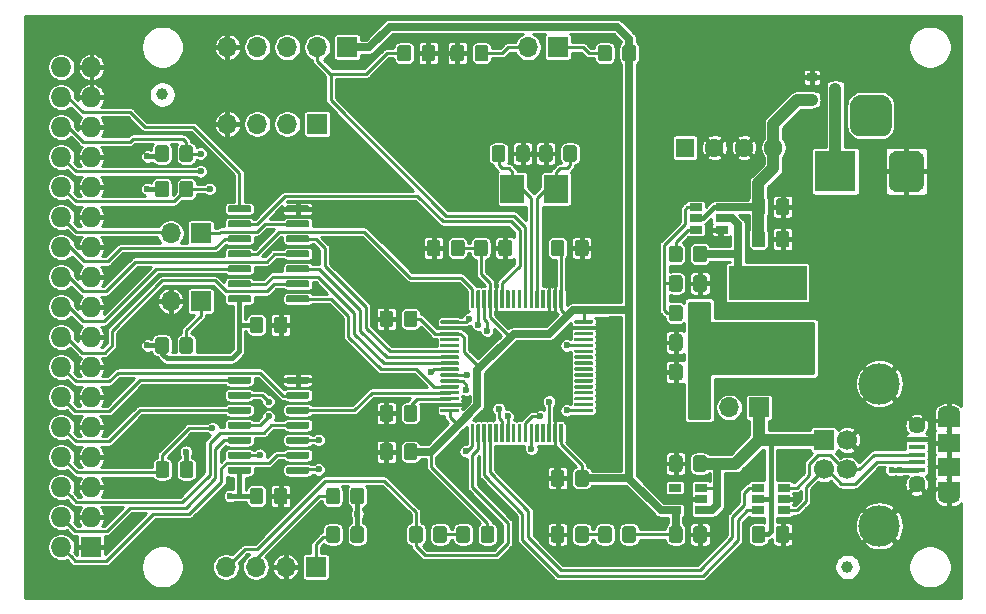
<source format=gbr>
G04 #@! TF.GenerationSoftware,KiCad,Pcbnew,(5.1.5)-3*
G04 #@! TF.CreationDate,2020-06-11T04:13:49+01:00*
G04 #@! TF.ProjectId,Greaseweazle_F7_Plus_V2,47726561-7365-4776-9561-7a6c655f4637,rev?*
G04 #@! TF.SameCoordinates,Original*
G04 #@! TF.FileFunction,Copper,L1,Top*
G04 #@! TF.FilePolarity,Positive*
%FSLAX46Y46*%
G04 Gerber Fmt 4.6, Leading zero omitted, Abs format (unit mm)*
G04 Created by KiCad (PCBNEW (5.1.5)-3) date 2020-06-11 04:13:49*
%MOMM*%
%LPD*%
G04 APERTURE LIST*
%ADD10C,0.100000*%
%ADD11R,1.060000X0.650000*%
%ADD12O,1.700000X1.700000*%
%ADD13R,1.700000X1.700000*%
%ADD14R,2.000000X2.400000*%
%ADD15R,1.900000X1.200000*%
%ADD16O,1.900000X1.200000*%
%ADD17R,1.900000X1.500000*%
%ADD18C,1.450000*%
%ADD19R,1.350000X0.400000*%
%ADD20R,6.600000X2.850000*%
%ADD21R,0.900000X0.800000*%
%ADD22R,3.500000X3.500000*%
%ADD23O,1.727200X1.727200*%
%ADD24R,1.727200X1.727200*%
%ADD25C,1.000000*%
%ADD26C,1.600000*%
%ADD27R,1.600000X1.600000*%
%ADD28C,3.500000*%
%ADD29C,1.700000*%
%ADD30C,0.600000*%
%ADD31C,0.250000*%
%ADD32C,0.400000*%
%ADD33C,0.650000*%
%ADD34C,1.000000*%
G04 APERTURE END LIST*
G04 #@! TA.AperFunction,SMDPad,CuDef*
D10*
G36*
X198382351Y-126100361D02*
G01*
X198389632Y-126101441D01*
X198396771Y-126103229D01*
X198403701Y-126105709D01*
X198410355Y-126108856D01*
X198416668Y-126112640D01*
X198422579Y-126117024D01*
X198428033Y-126121967D01*
X198432976Y-126127421D01*
X198437360Y-126133332D01*
X198441144Y-126139645D01*
X198444291Y-126146299D01*
X198446771Y-126153229D01*
X198448559Y-126160368D01*
X198449639Y-126167649D01*
X198450000Y-126175000D01*
X198450000Y-126325000D01*
X198449639Y-126332351D01*
X198448559Y-126339632D01*
X198446771Y-126346771D01*
X198444291Y-126353701D01*
X198441144Y-126360355D01*
X198437360Y-126366668D01*
X198432976Y-126372579D01*
X198428033Y-126378033D01*
X198422579Y-126382976D01*
X198416668Y-126387360D01*
X198410355Y-126391144D01*
X198403701Y-126394291D01*
X198396771Y-126396771D01*
X198389632Y-126398559D01*
X198382351Y-126399639D01*
X198375000Y-126400000D01*
X196975000Y-126400000D01*
X196967649Y-126399639D01*
X196960368Y-126398559D01*
X196953229Y-126396771D01*
X196946299Y-126394291D01*
X196939645Y-126391144D01*
X196933332Y-126387360D01*
X196927421Y-126382976D01*
X196921967Y-126378033D01*
X196917024Y-126372579D01*
X196912640Y-126366668D01*
X196908856Y-126360355D01*
X196905709Y-126353701D01*
X196903229Y-126346771D01*
X196901441Y-126339632D01*
X196900361Y-126332351D01*
X196900000Y-126325000D01*
X196900000Y-126175000D01*
X196900361Y-126167649D01*
X196901441Y-126160368D01*
X196903229Y-126153229D01*
X196905709Y-126146299D01*
X196908856Y-126139645D01*
X196912640Y-126133332D01*
X196917024Y-126127421D01*
X196921967Y-126121967D01*
X196927421Y-126117024D01*
X196933332Y-126112640D01*
X196939645Y-126108856D01*
X196946299Y-126105709D01*
X196953229Y-126103229D01*
X196960368Y-126101441D01*
X196967649Y-126100361D01*
X196975000Y-126100000D01*
X198375000Y-126100000D01*
X198382351Y-126100361D01*
G37*
G04 #@! TD.AperFunction*
G04 #@! TA.AperFunction,SMDPad,CuDef*
G36*
X198382351Y-126600361D02*
G01*
X198389632Y-126601441D01*
X198396771Y-126603229D01*
X198403701Y-126605709D01*
X198410355Y-126608856D01*
X198416668Y-126612640D01*
X198422579Y-126617024D01*
X198428033Y-126621967D01*
X198432976Y-126627421D01*
X198437360Y-126633332D01*
X198441144Y-126639645D01*
X198444291Y-126646299D01*
X198446771Y-126653229D01*
X198448559Y-126660368D01*
X198449639Y-126667649D01*
X198450000Y-126675000D01*
X198450000Y-126825000D01*
X198449639Y-126832351D01*
X198448559Y-126839632D01*
X198446771Y-126846771D01*
X198444291Y-126853701D01*
X198441144Y-126860355D01*
X198437360Y-126866668D01*
X198432976Y-126872579D01*
X198428033Y-126878033D01*
X198422579Y-126882976D01*
X198416668Y-126887360D01*
X198410355Y-126891144D01*
X198403701Y-126894291D01*
X198396771Y-126896771D01*
X198389632Y-126898559D01*
X198382351Y-126899639D01*
X198375000Y-126900000D01*
X196975000Y-126900000D01*
X196967649Y-126899639D01*
X196960368Y-126898559D01*
X196953229Y-126896771D01*
X196946299Y-126894291D01*
X196939645Y-126891144D01*
X196933332Y-126887360D01*
X196927421Y-126882976D01*
X196921967Y-126878033D01*
X196917024Y-126872579D01*
X196912640Y-126866668D01*
X196908856Y-126860355D01*
X196905709Y-126853701D01*
X196903229Y-126846771D01*
X196901441Y-126839632D01*
X196900361Y-126832351D01*
X196900000Y-126825000D01*
X196900000Y-126675000D01*
X196900361Y-126667649D01*
X196901441Y-126660368D01*
X196903229Y-126653229D01*
X196905709Y-126646299D01*
X196908856Y-126639645D01*
X196912640Y-126633332D01*
X196917024Y-126627421D01*
X196921967Y-126621967D01*
X196927421Y-126617024D01*
X196933332Y-126612640D01*
X196939645Y-126608856D01*
X196946299Y-126605709D01*
X196953229Y-126603229D01*
X196960368Y-126601441D01*
X196967649Y-126600361D01*
X196975000Y-126600000D01*
X198375000Y-126600000D01*
X198382351Y-126600361D01*
G37*
G04 #@! TD.AperFunction*
G04 #@! TA.AperFunction,SMDPad,CuDef*
G36*
X198382351Y-127100361D02*
G01*
X198389632Y-127101441D01*
X198396771Y-127103229D01*
X198403701Y-127105709D01*
X198410355Y-127108856D01*
X198416668Y-127112640D01*
X198422579Y-127117024D01*
X198428033Y-127121967D01*
X198432976Y-127127421D01*
X198437360Y-127133332D01*
X198441144Y-127139645D01*
X198444291Y-127146299D01*
X198446771Y-127153229D01*
X198448559Y-127160368D01*
X198449639Y-127167649D01*
X198450000Y-127175000D01*
X198450000Y-127325000D01*
X198449639Y-127332351D01*
X198448559Y-127339632D01*
X198446771Y-127346771D01*
X198444291Y-127353701D01*
X198441144Y-127360355D01*
X198437360Y-127366668D01*
X198432976Y-127372579D01*
X198428033Y-127378033D01*
X198422579Y-127382976D01*
X198416668Y-127387360D01*
X198410355Y-127391144D01*
X198403701Y-127394291D01*
X198396771Y-127396771D01*
X198389632Y-127398559D01*
X198382351Y-127399639D01*
X198375000Y-127400000D01*
X196975000Y-127400000D01*
X196967649Y-127399639D01*
X196960368Y-127398559D01*
X196953229Y-127396771D01*
X196946299Y-127394291D01*
X196939645Y-127391144D01*
X196933332Y-127387360D01*
X196927421Y-127382976D01*
X196921967Y-127378033D01*
X196917024Y-127372579D01*
X196912640Y-127366668D01*
X196908856Y-127360355D01*
X196905709Y-127353701D01*
X196903229Y-127346771D01*
X196901441Y-127339632D01*
X196900361Y-127332351D01*
X196900000Y-127325000D01*
X196900000Y-127175000D01*
X196900361Y-127167649D01*
X196901441Y-127160368D01*
X196903229Y-127153229D01*
X196905709Y-127146299D01*
X196908856Y-127139645D01*
X196912640Y-127133332D01*
X196917024Y-127127421D01*
X196921967Y-127121967D01*
X196927421Y-127117024D01*
X196933332Y-127112640D01*
X196939645Y-127108856D01*
X196946299Y-127105709D01*
X196953229Y-127103229D01*
X196960368Y-127101441D01*
X196967649Y-127100361D01*
X196975000Y-127100000D01*
X198375000Y-127100000D01*
X198382351Y-127100361D01*
G37*
G04 #@! TD.AperFunction*
G04 #@! TA.AperFunction,SMDPad,CuDef*
G36*
X198382351Y-127600361D02*
G01*
X198389632Y-127601441D01*
X198396771Y-127603229D01*
X198403701Y-127605709D01*
X198410355Y-127608856D01*
X198416668Y-127612640D01*
X198422579Y-127617024D01*
X198428033Y-127621967D01*
X198432976Y-127627421D01*
X198437360Y-127633332D01*
X198441144Y-127639645D01*
X198444291Y-127646299D01*
X198446771Y-127653229D01*
X198448559Y-127660368D01*
X198449639Y-127667649D01*
X198450000Y-127675000D01*
X198450000Y-127825000D01*
X198449639Y-127832351D01*
X198448559Y-127839632D01*
X198446771Y-127846771D01*
X198444291Y-127853701D01*
X198441144Y-127860355D01*
X198437360Y-127866668D01*
X198432976Y-127872579D01*
X198428033Y-127878033D01*
X198422579Y-127882976D01*
X198416668Y-127887360D01*
X198410355Y-127891144D01*
X198403701Y-127894291D01*
X198396771Y-127896771D01*
X198389632Y-127898559D01*
X198382351Y-127899639D01*
X198375000Y-127900000D01*
X196975000Y-127900000D01*
X196967649Y-127899639D01*
X196960368Y-127898559D01*
X196953229Y-127896771D01*
X196946299Y-127894291D01*
X196939645Y-127891144D01*
X196933332Y-127887360D01*
X196927421Y-127882976D01*
X196921967Y-127878033D01*
X196917024Y-127872579D01*
X196912640Y-127866668D01*
X196908856Y-127860355D01*
X196905709Y-127853701D01*
X196903229Y-127846771D01*
X196901441Y-127839632D01*
X196900361Y-127832351D01*
X196900000Y-127825000D01*
X196900000Y-127675000D01*
X196900361Y-127667649D01*
X196901441Y-127660368D01*
X196903229Y-127653229D01*
X196905709Y-127646299D01*
X196908856Y-127639645D01*
X196912640Y-127633332D01*
X196917024Y-127627421D01*
X196921967Y-127621967D01*
X196927421Y-127617024D01*
X196933332Y-127612640D01*
X196939645Y-127608856D01*
X196946299Y-127605709D01*
X196953229Y-127603229D01*
X196960368Y-127601441D01*
X196967649Y-127600361D01*
X196975000Y-127600000D01*
X198375000Y-127600000D01*
X198382351Y-127600361D01*
G37*
G04 #@! TD.AperFunction*
G04 #@! TA.AperFunction,SMDPad,CuDef*
G36*
X198382351Y-128100361D02*
G01*
X198389632Y-128101441D01*
X198396771Y-128103229D01*
X198403701Y-128105709D01*
X198410355Y-128108856D01*
X198416668Y-128112640D01*
X198422579Y-128117024D01*
X198428033Y-128121967D01*
X198432976Y-128127421D01*
X198437360Y-128133332D01*
X198441144Y-128139645D01*
X198444291Y-128146299D01*
X198446771Y-128153229D01*
X198448559Y-128160368D01*
X198449639Y-128167649D01*
X198450000Y-128175000D01*
X198450000Y-128325000D01*
X198449639Y-128332351D01*
X198448559Y-128339632D01*
X198446771Y-128346771D01*
X198444291Y-128353701D01*
X198441144Y-128360355D01*
X198437360Y-128366668D01*
X198432976Y-128372579D01*
X198428033Y-128378033D01*
X198422579Y-128382976D01*
X198416668Y-128387360D01*
X198410355Y-128391144D01*
X198403701Y-128394291D01*
X198396771Y-128396771D01*
X198389632Y-128398559D01*
X198382351Y-128399639D01*
X198375000Y-128400000D01*
X196975000Y-128400000D01*
X196967649Y-128399639D01*
X196960368Y-128398559D01*
X196953229Y-128396771D01*
X196946299Y-128394291D01*
X196939645Y-128391144D01*
X196933332Y-128387360D01*
X196927421Y-128382976D01*
X196921967Y-128378033D01*
X196917024Y-128372579D01*
X196912640Y-128366668D01*
X196908856Y-128360355D01*
X196905709Y-128353701D01*
X196903229Y-128346771D01*
X196901441Y-128339632D01*
X196900361Y-128332351D01*
X196900000Y-128325000D01*
X196900000Y-128175000D01*
X196900361Y-128167649D01*
X196901441Y-128160368D01*
X196903229Y-128153229D01*
X196905709Y-128146299D01*
X196908856Y-128139645D01*
X196912640Y-128133332D01*
X196917024Y-128127421D01*
X196921967Y-128121967D01*
X196927421Y-128117024D01*
X196933332Y-128112640D01*
X196939645Y-128108856D01*
X196946299Y-128105709D01*
X196953229Y-128103229D01*
X196960368Y-128101441D01*
X196967649Y-128100361D01*
X196975000Y-128100000D01*
X198375000Y-128100000D01*
X198382351Y-128100361D01*
G37*
G04 #@! TD.AperFunction*
G04 #@! TA.AperFunction,SMDPad,CuDef*
G36*
X198382351Y-128600361D02*
G01*
X198389632Y-128601441D01*
X198396771Y-128603229D01*
X198403701Y-128605709D01*
X198410355Y-128608856D01*
X198416668Y-128612640D01*
X198422579Y-128617024D01*
X198428033Y-128621967D01*
X198432976Y-128627421D01*
X198437360Y-128633332D01*
X198441144Y-128639645D01*
X198444291Y-128646299D01*
X198446771Y-128653229D01*
X198448559Y-128660368D01*
X198449639Y-128667649D01*
X198450000Y-128675000D01*
X198450000Y-128825000D01*
X198449639Y-128832351D01*
X198448559Y-128839632D01*
X198446771Y-128846771D01*
X198444291Y-128853701D01*
X198441144Y-128860355D01*
X198437360Y-128866668D01*
X198432976Y-128872579D01*
X198428033Y-128878033D01*
X198422579Y-128882976D01*
X198416668Y-128887360D01*
X198410355Y-128891144D01*
X198403701Y-128894291D01*
X198396771Y-128896771D01*
X198389632Y-128898559D01*
X198382351Y-128899639D01*
X198375000Y-128900000D01*
X196975000Y-128900000D01*
X196967649Y-128899639D01*
X196960368Y-128898559D01*
X196953229Y-128896771D01*
X196946299Y-128894291D01*
X196939645Y-128891144D01*
X196933332Y-128887360D01*
X196927421Y-128882976D01*
X196921967Y-128878033D01*
X196917024Y-128872579D01*
X196912640Y-128866668D01*
X196908856Y-128860355D01*
X196905709Y-128853701D01*
X196903229Y-128846771D01*
X196901441Y-128839632D01*
X196900361Y-128832351D01*
X196900000Y-128825000D01*
X196900000Y-128675000D01*
X196900361Y-128667649D01*
X196901441Y-128660368D01*
X196903229Y-128653229D01*
X196905709Y-128646299D01*
X196908856Y-128639645D01*
X196912640Y-128633332D01*
X196917024Y-128627421D01*
X196921967Y-128621967D01*
X196927421Y-128617024D01*
X196933332Y-128612640D01*
X196939645Y-128608856D01*
X196946299Y-128605709D01*
X196953229Y-128603229D01*
X196960368Y-128601441D01*
X196967649Y-128600361D01*
X196975000Y-128600000D01*
X198375000Y-128600000D01*
X198382351Y-128600361D01*
G37*
G04 #@! TD.AperFunction*
G04 #@! TA.AperFunction,SMDPad,CuDef*
G36*
X198382351Y-129100361D02*
G01*
X198389632Y-129101441D01*
X198396771Y-129103229D01*
X198403701Y-129105709D01*
X198410355Y-129108856D01*
X198416668Y-129112640D01*
X198422579Y-129117024D01*
X198428033Y-129121967D01*
X198432976Y-129127421D01*
X198437360Y-129133332D01*
X198441144Y-129139645D01*
X198444291Y-129146299D01*
X198446771Y-129153229D01*
X198448559Y-129160368D01*
X198449639Y-129167649D01*
X198450000Y-129175000D01*
X198450000Y-129325000D01*
X198449639Y-129332351D01*
X198448559Y-129339632D01*
X198446771Y-129346771D01*
X198444291Y-129353701D01*
X198441144Y-129360355D01*
X198437360Y-129366668D01*
X198432976Y-129372579D01*
X198428033Y-129378033D01*
X198422579Y-129382976D01*
X198416668Y-129387360D01*
X198410355Y-129391144D01*
X198403701Y-129394291D01*
X198396771Y-129396771D01*
X198389632Y-129398559D01*
X198382351Y-129399639D01*
X198375000Y-129400000D01*
X196975000Y-129400000D01*
X196967649Y-129399639D01*
X196960368Y-129398559D01*
X196953229Y-129396771D01*
X196946299Y-129394291D01*
X196939645Y-129391144D01*
X196933332Y-129387360D01*
X196927421Y-129382976D01*
X196921967Y-129378033D01*
X196917024Y-129372579D01*
X196912640Y-129366668D01*
X196908856Y-129360355D01*
X196905709Y-129353701D01*
X196903229Y-129346771D01*
X196901441Y-129339632D01*
X196900361Y-129332351D01*
X196900000Y-129325000D01*
X196900000Y-129175000D01*
X196900361Y-129167649D01*
X196901441Y-129160368D01*
X196903229Y-129153229D01*
X196905709Y-129146299D01*
X196908856Y-129139645D01*
X196912640Y-129133332D01*
X196917024Y-129127421D01*
X196921967Y-129121967D01*
X196927421Y-129117024D01*
X196933332Y-129112640D01*
X196939645Y-129108856D01*
X196946299Y-129105709D01*
X196953229Y-129103229D01*
X196960368Y-129101441D01*
X196967649Y-129100361D01*
X196975000Y-129100000D01*
X198375000Y-129100000D01*
X198382351Y-129100361D01*
G37*
G04 #@! TD.AperFunction*
G04 #@! TA.AperFunction,SMDPad,CuDef*
G36*
X198382351Y-129600361D02*
G01*
X198389632Y-129601441D01*
X198396771Y-129603229D01*
X198403701Y-129605709D01*
X198410355Y-129608856D01*
X198416668Y-129612640D01*
X198422579Y-129617024D01*
X198428033Y-129621967D01*
X198432976Y-129627421D01*
X198437360Y-129633332D01*
X198441144Y-129639645D01*
X198444291Y-129646299D01*
X198446771Y-129653229D01*
X198448559Y-129660368D01*
X198449639Y-129667649D01*
X198450000Y-129675000D01*
X198450000Y-129825000D01*
X198449639Y-129832351D01*
X198448559Y-129839632D01*
X198446771Y-129846771D01*
X198444291Y-129853701D01*
X198441144Y-129860355D01*
X198437360Y-129866668D01*
X198432976Y-129872579D01*
X198428033Y-129878033D01*
X198422579Y-129882976D01*
X198416668Y-129887360D01*
X198410355Y-129891144D01*
X198403701Y-129894291D01*
X198396771Y-129896771D01*
X198389632Y-129898559D01*
X198382351Y-129899639D01*
X198375000Y-129900000D01*
X196975000Y-129900000D01*
X196967649Y-129899639D01*
X196960368Y-129898559D01*
X196953229Y-129896771D01*
X196946299Y-129894291D01*
X196939645Y-129891144D01*
X196933332Y-129887360D01*
X196927421Y-129882976D01*
X196921967Y-129878033D01*
X196917024Y-129872579D01*
X196912640Y-129866668D01*
X196908856Y-129860355D01*
X196905709Y-129853701D01*
X196903229Y-129846771D01*
X196901441Y-129839632D01*
X196900361Y-129832351D01*
X196900000Y-129825000D01*
X196900000Y-129675000D01*
X196900361Y-129667649D01*
X196901441Y-129660368D01*
X196903229Y-129653229D01*
X196905709Y-129646299D01*
X196908856Y-129639645D01*
X196912640Y-129633332D01*
X196917024Y-129627421D01*
X196921967Y-129621967D01*
X196927421Y-129617024D01*
X196933332Y-129612640D01*
X196939645Y-129608856D01*
X196946299Y-129605709D01*
X196953229Y-129603229D01*
X196960368Y-129601441D01*
X196967649Y-129600361D01*
X196975000Y-129600000D01*
X198375000Y-129600000D01*
X198382351Y-129600361D01*
G37*
G04 #@! TD.AperFunction*
G04 #@! TA.AperFunction,SMDPad,CuDef*
G36*
X198382351Y-130100361D02*
G01*
X198389632Y-130101441D01*
X198396771Y-130103229D01*
X198403701Y-130105709D01*
X198410355Y-130108856D01*
X198416668Y-130112640D01*
X198422579Y-130117024D01*
X198428033Y-130121967D01*
X198432976Y-130127421D01*
X198437360Y-130133332D01*
X198441144Y-130139645D01*
X198444291Y-130146299D01*
X198446771Y-130153229D01*
X198448559Y-130160368D01*
X198449639Y-130167649D01*
X198450000Y-130175000D01*
X198450000Y-130325000D01*
X198449639Y-130332351D01*
X198448559Y-130339632D01*
X198446771Y-130346771D01*
X198444291Y-130353701D01*
X198441144Y-130360355D01*
X198437360Y-130366668D01*
X198432976Y-130372579D01*
X198428033Y-130378033D01*
X198422579Y-130382976D01*
X198416668Y-130387360D01*
X198410355Y-130391144D01*
X198403701Y-130394291D01*
X198396771Y-130396771D01*
X198389632Y-130398559D01*
X198382351Y-130399639D01*
X198375000Y-130400000D01*
X196975000Y-130400000D01*
X196967649Y-130399639D01*
X196960368Y-130398559D01*
X196953229Y-130396771D01*
X196946299Y-130394291D01*
X196939645Y-130391144D01*
X196933332Y-130387360D01*
X196927421Y-130382976D01*
X196921967Y-130378033D01*
X196917024Y-130372579D01*
X196912640Y-130366668D01*
X196908856Y-130360355D01*
X196905709Y-130353701D01*
X196903229Y-130346771D01*
X196901441Y-130339632D01*
X196900361Y-130332351D01*
X196900000Y-130325000D01*
X196900000Y-130175000D01*
X196900361Y-130167649D01*
X196901441Y-130160368D01*
X196903229Y-130153229D01*
X196905709Y-130146299D01*
X196908856Y-130139645D01*
X196912640Y-130133332D01*
X196917024Y-130127421D01*
X196921967Y-130121967D01*
X196927421Y-130117024D01*
X196933332Y-130112640D01*
X196939645Y-130108856D01*
X196946299Y-130105709D01*
X196953229Y-130103229D01*
X196960368Y-130101441D01*
X196967649Y-130100361D01*
X196975000Y-130100000D01*
X198375000Y-130100000D01*
X198382351Y-130100361D01*
G37*
G04 #@! TD.AperFunction*
G04 #@! TA.AperFunction,SMDPad,CuDef*
G36*
X198382351Y-130600361D02*
G01*
X198389632Y-130601441D01*
X198396771Y-130603229D01*
X198403701Y-130605709D01*
X198410355Y-130608856D01*
X198416668Y-130612640D01*
X198422579Y-130617024D01*
X198428033Y-130621967D01*
X198432976Y-130627421D01*
X198437360Y-130633332D01*
X198441144Y-130639645D01*
X198444291Y-130646299D01*
X198446771Y-130653229D01*
X198448559Y-130660368D01*
X198449639Y-130667649D01*
X198450000Y-130675000D01*
X198450000Y-130825000D01*
X198449639Y-130832351D01*
X198448559Y-130839632D01*
X198446771Y-130846771D01*
X198444291Y-130853701D01*
X198441144Y-130860355D01*
X198437360Y-130866668D01*
X198432976Y-130872579D01*
X198428033Y-130878033D01*
X198422579Y-130882976D01*
X198416668Y-130887360D01*
X198410355Y-130891144D01*
X198403701Y-130894291D01*
X198396771Y-130896771D01*
X198389632Y-130898559D01*
X198382351Y-130899639D01*
X198375000Y-130900000D01*
X196975000Y-130900000D01*
X196967649Y-130899639D01*
X196960368Y-130898559D01*
X196953229Y-130896771D01*
X196946299Y-130894291D01*
X196939645Y-130891144D01*
X196933332Y-130887360D01*
X196927421Y-130882976D01*
X196921967Y-130878033D01*
X196917024Y-130872579D01*
X196912640Y-130866668D01*
X196908856Y-130860355D01*
X196905709Y-130853701D01*
X196903229Y-130846771D01*
X196901441Y-130839632D01*
X196900361Y-130832351D01*
X196900000Y-130825000D01*
X196900000Y-130675000D01*
X196900361Y-130667649D01*
X196901441Y-130660368D01*
X196903229Y-130653229D01*
X196905709Y-130646299D01*
X196908856Y-130639645D01*
X196912640Y-130633332D01*
X196917024Y-130627421D01*
X196921967Y-130621967D01*
X196927421Y-130617024D01*
X196933332Y-130612640D01*
X196939645Y-130608856D01*
X196946299Y-130605709D01*
X196953229Y-130603229D01*
X196960368Y-130601441D01*
X196967649Y-130600361D01*
X196975000Y-130600000D01*
X198375000Y-130600000D01*
X198382351Y-130600361D01*
G37*
G04 #@! TD.AperFunction*
G04 #@! TA.AperFunction,SMDPad,CuDef*
G36*
X198382351Y-131100361D02*
G01*
X198389632Y-131101441D01*
X198396771Y-131103229D01*
X198403701Y-131105709D01*
X198410355Y-131108856D01*
X198416668Y-131112640D01*
X198422579Y-131117024D01*
X198428033Y-131121967D01*
X198432976Y-131127421D01*
X198437360Y-131133332D01*
X198441144Y-131139645D01*
X198444291Y-131146299D01*
X198446771Y-131153229D01*
X198448559Y-131160368D01*
X198449639Y-131167649D01*
X198450000Y-131175000D01*
X198450000Y-131325000D01*
X198449639Y-131332351D01*
X198448559Y-131339632D01*
X198446771Y-131346771D01*
X198444291Y-131353701D01*
X198441144Y-131360355D01*
X198437360Y-131366668D01*
X198432976Y-131372579D01*
X198428033Y-131378033D01*
X198422579Y-131382976D01*
X198416668Y-131387360D01*
X198410355Y-131391144D01*
X198403701Y-131394291D01*
X198396771Y-131396771D01*
X198389632Y-131398559D01*
X198382351Y-131399639D01*
X198375000Y-131400000D01*
X196975000Y-131400000D01*
X196967649Y-131399639D01*
X196960368Y-131398559D01*
X196953229Y-131396771D01*
X196946299Y-131394291D01*
X196939645Y-131391144D01*
X196933332Y-131387360D01*
X196927421Y-131382976D01*
X196921967Y-131378033D01*
X196917024Y-131372579D01*
X196912640Y-131366668D01*
X196908856Y-131360355D01*
X196905709Y-131353701D01*
X196903229Y-131346771D01*
X196901441Y-131339632D01*
X196900361Y-131332351D01*
X196900000Y-131325000D01*
X196900000Y-131175000D01*
X196900361Y-131167649D01*
X196901441Y-131160368D01*
X196903229Y-131153229D01*
X196905709Y-131146299D01*
X196908856Y-131139645D01*
X196912640Y-131133332D01*
X196917024Y-131127421D01*
X196921967Y-131121967D01*
X196927421Y-131117024D01*
X196933332Y-131112640D01*
X196939645Y-131108856D01*
X196946299Y-131105709D01*
X196953229Y-131103229D01*
X196960368Y-131101441D01*
X196967649Y-131100361D01*
X196975000Y-131100000D01*
X198375000Y-131100000D01*
X198382351Y-131100361D01*
G37*
G04 #@! TD.AperFunction*
G04 #@! TA.AperFunction,SMDPad,CuDef*
G36*
X198382351Y-131600361D02*
G01*
X198389632Y-131601441D01*
X198396771Y-131603229D01*
X198403701Y-131605709D01*
X198410355Y-131608856D01*
X198416668Y-131612640D01*
X198422579Y-131617024D01*
X198428033Y-131621967D01*
X198432976Y-131627421D01*
X198437360Y-131633332D01*
X198441144Y-131639645D01*
X198444291Y-131646299D01*
X198446771Y-131653229D01*
X198448559Y-131660368D01*
X198449639Y-131667649D01*
X198450000Y-131675000D01*
X198450000Y-131825000D01*
X198449639Y-131832351D01*
X198448559Y-131839632D01*
X198446771Y-131846771D01*
X198444291Y-131853701D01*
X198441144Y-131860355D01*
X198437360Y-131866668D01*
X198432976Y-131872579D01*
X198428033Y-131878033D01*
X198422579Y-131882976D01*
X198416668Y-131887360D01*
X198410355Y-131891144D01*
X198403701Y-131894291D01*
X198396771Y-131896771D01*
X198389632Y-131898559D01*
X198382351Y-131899639D01*
X198375000Y-131900000D01*
X196975000Y-131900000D01*
X196967649Y-131899639D01*
X196960368Y-131898559D01*
X196953229Y-131896771D01*
X196946299Y-131894291D01*
X196939645Y-131891144D01*
X196933332Y-131887360D01*
X196927421Y-131882976D01*
X196921967Y-131878033D01*
X196917024Y-131872579D01*
X196912640Y-131866668D01*
X196908856Y-131860355D01*
X196905709Y-131853701D01*
X196903229Y-131846771D01*
X196901441Y-131839632D01*
X196900361Y-131832351D01*
X196900000Y-131825000D01*
X196900000Y-131675000D01*
X196900361Y-131667649D01*
X196901441Y-131660368D01*
X196903229Y-131653229D01*
X196905709Y-131646299D01*
X196908856Y-131639645D01*
X196912640Y-131633332D01*
X196917024Y-131627421D01*
X196921967Y-131621967D01*
X196927421Y-131617024D01*
X196933332Y-131612640D01*
X196939645Y-131608856D01*
X196946299Y-131605709D01*
X196953229Y-131603229D01*
X196960368Y-131601441D01*
X196967649Y-131600361D01*
X196975000Y-131600000D01*
X198375000Y-131600000D01*
X198382351Y-131600361D01*
G37*
G04 #@! TD.AperFunction*
G04 #@! TA.AperFunction,SMDPad,CuDef*
G36*
X198382351Y-132100361D02*
G01*
X198389632Y-132101441D01*
X198396771Y-132103229D01*
X198403701Y-132105709D01*
X198410355Y-132108856D01*
X198416668Y-132112640D01*
X198422579Y-132117024D01*
X198428033Y-132121967D01*
X198432976Y-132127421D01*
X198437360Y-132133332D01*
X198441144Y-132139645D01*
X198444291Y-132146299D01*
X198446771Y-132153229D01*
X198448559Y-132160368D01*
X198449639Y-132167649D01*
X198450000Y-132175000D01*
X198450000Y-132325000D01*
X198449639Y-132332351D01*
X198448559Y-132339632D01*
X198446771Y-132346771D01*
X198444291Y-132353701D01*
X198441144Y-132360355D01*
X198437360Y-132366668D01*
X198432976Y-132372579D01*
X198428033Y-132378033D01*
X198422579Y-132382976D01*
X198416668Y-132387360D01*
X198410355Y-132391144D01*
X198403701Y-132394291D01*
X198396771Y-132396771D01*
X198389632Y-132398559D01*
X198382351Y-132399639D01*
X198375000Y-132400000D01*
X196975000Y-132400000D01*
X196967649Y-132399639D01*
X196960368Y-132398559D01*
X196953229Y-132396771D01*
X196946299Y-132394291D01*
X196939645Y-132391144D01*
X196933332Y-132387360D01*
X196927421Y-132382976D01*
X196921967Y-132378033D01*
X196917024Y-132372579D01*
X196912640Y-132366668D01*
X196908856Y-132360355D01*
X196905709Y-132353701D01*
X196903229Y-132346771D01*
X196901441Y-132339632D01*
X196900361Y-132332351D01*
X196900000Y-132325000D01*
X196900000Y-132175000D01*
X196900361Y-132167649D01*
X196901441Y-132160368D01*
X196903229Y-132153229D01*
X196905709Y-132146299D01*
X196908856Y-132139645D01*
X196912640Y-132133332D01*
X196917024Y-132127421D01*
X196921967Y-132121967D01*
X196927421Y-132117024D01*
X196933332Y-132112640D01*
X196939645Y-132108856D01*
X196946299Y-132105709D01*
X196953229Y-132103229D01*
X196960368Y-132101441D01*
X196967649Y-132100361D01*
X196975000Y-132100000D01*
X198375000Y-132100000D01*
X198382351Y-132100361D01*
G37*
G04 #@! TD.AperFunction*
G04 #@! TA.AperFunction,SMDPad,CuDef*
G36*
X198382351Y-132600361D02*
G01*
X198389632Y-132601441D01*
X198396771Y-132603229D01*
X198403701Y-132605709D01*
X198410355Y-132608856D01*
X198416668Y-132612640D01*
X198422579Y-132617024D01*
X198428033Y-132621967D01*
X198432976Y-132627421D01*
X198437360Y-132633332D01*
X198441144Y-132639645D01*
X198444291Y-132646299D01*
X198446771Y-132653229D01*
X198448559Y-132660368D01*
X198449639Y-132667649D01*
X198450000Y-132675000D01*
X198450000Y-132825000D01*
X198449639Y-132832351D01*
X198448559Y-132839632D01*
X198446771Y-132846771D01*
X198444291Y-132853701D01*
X198441144Y-132860355D01*
X198437360Y-132866668D01*
X198432976Y-132872579D01*
X198428033Y-132878033D01*
X198422579Y-132882976D01*
X198416668Y-132887360D01*
X198410355Y-132891144D01*
X198403701Y-132894291D01*
X198396771Y-132896771D01*
X198389632Y-132898559D01*
X198382351Y-132899639D01*
X198375000Y-132900000D01*
X196975000Y-132900000D01*
X196967649Y-132899639D01*
X196960368Y-132898559D01*
X196953229Y-132896771D01*
X196946299Y-132894291D01*
X196939645Y-132891144D01*
X196933332Y-132887360D01*
X196927421Y-132882976D01*
X196921967Y-132878033D01*
X196917024Y-132872579D01*
X196912640Y-132866668D01*
X196908856Y-132860355D01*
X196905709Y-132853701D01*
X196903229Y-132846771D01*
X196901441Y-132839632D01*
X196900361Y-132832351D01*
X196900000Y-132825000D01*
X196900000Y-132675000D01*
X196900361Y-132667649D01*
X196901441Y-132660368D01*
X196903229Y-132653229D01*
X196905709Y-132646299D01*
X196908856Y-132639645D01*
X196912640Y-132633332D01*
X196917024Y-132627421D01*
X196921967Y-132621967D01*
X196927421Y-132617024D01*
X196933332Y-132612640D01*
X196939645Y-132608856D01*
X196946299Y-132605709D01*
X196953229Y-132603229D01*
X196960368Y-132601441D01*
X196967649Y-132600361D01*
X196975000Y-132600000D01*
X198375000Y-132600000D01*
X198382351Y-132600361D01*
G37*
G04 #@! TD.AperFunction*
G04 #@! TA.AperFunction,SMDPad,CuDef*
G36*
X198382351Y-133100361D02*
G01*
X198389632Y-133101441D01*
X198396771Y-133103229D01*
X198403701Y-133105709D01*
X198410355Y-133108856D01*
X198416668Y-133112640D01*
X198422579Y-133117024D01*
X198428033Y-133121967D01*
X198432976Y-133127421D01*
X198437360Y-133133332D01*
X198441144Y-133139645D01*
X198444291Y-133146299D01*
X198446771Y-133153229D01*
X198448559Y-133160368D01*
X198449639Y-133167649D01*
X198450000Y-133175000D01*
X198450000Y-133325000D01*
X198449639Y-133332351D01*
X198448559Y-133339632D01*
X198446771Y-133346771D01*
X198444291Y-133353701D01*
X198441144Y-133360355D01*
X198437360Y-133366668D01*
X198432976Y-133372579D01*
X198428033Y-133378033D01*
X198422579Y-133382976D01*
X198416668Y-133387360D01*
X198410355Y-133391144D01*
X198403701Y-133394291D01*
X198396771Y-133396771D01*
X198389632Y-133398559D01*
X198382351Y-133399639D01*
X198375000Y-133400000D01*
X196975000Y-133400000D01*
X196967649Y-133399639D01*
X196960368Y-133398559D01*
X196953229Y-133396771D01*
X196946299Y-133394291D01*
X196939645Y-133391144D01*
X196933332Y-133387360D01*
X196927421Y-133382976D01*
X196921967Y-133378033D01*
X196917024Y-133372579D01*
X196912640Y-133366668D01*
X196908856Y-133360355D01*
X196905709Y-133353701D01*
X196903229Y-133346771D01*
X196901441Y-133339632D01*
X196900361Y-133332351D01*
X196900000Y-133325000D01*
X196900000Y-133175000D01*
X196900361Y-133167649D01*
X196901441Y-133160368D01*
X196903229Y-133153229D01*
X196905709Y-133146299D01*
X196908856Y-133139645D01*
X196912640Y-133133332D01*
X196917024Y-133127421D01*
X196921967Y-133121967D01*
X196927421Y-133117024D01*
X196933332Y-133112640D01*
X196939645Y-133108856D01*
X196946299Y-133105709D01*
X196953229Y-133103229D01*
X196960368Y-133101441D01*
X196967649Y-133100361D01*
X196975000Y-133100000D01*
X198375000Y-133100000D01*
X198382351Y-133100361D01*
G37*
G04 #@! TD.AperFunction*
G04 #@! TA.AperFunction,SMDPad,CuDef*
G36*
X198382351Y-133600361D02*
G01*
X198389632Y-133601441D01*
X198396771Y-133603229D01*
X198403701Y-133605709D01*
X198410355Y-133608856D01*
X198416668Y-133612640D01*
X198422579Y-133617024D01*
X198428033Y-133621967D01*
X198432976Y-133627421D01*
X198437360Y-133633332D01*
X198441144Y-133639645D01*
X198444291Y-133646299D01*
X198446771Y-133653229D01*
X198448559Y-133660368D01*
X198449639Y-133667649D01*
X198450000Y-133675000D01*
X198450000Y-133825000D01*
X198449639Y-133832351D01*
X198448559Y-133839632D01*
X198446771Y-133846771D01*
X198444291Y-133853701D01*
X198441144Y-133860355D01*
X198437360Y-133866668D01*
X198432976Y-133872579D01*
X198428033Y-133878033D01*
X198422579Y-133882976D01*
X198416668Y-133887360D01*
X198410355Y-133891144D01*
X198403701Y-133894291D01*
X198396771Y-133896771D01*
X198389632Y-133898559D01*
X198382351Y-133899639D01*
X198375000Y-133900000D01*
X196975000Y-133900000D01*
X196967649Y-133899639D01*
X196960368Y-133898559D01*
X196953229Y-133896771D01*
X196946299Y-133894291D01*
X196939645Y-133891144D01*
X196933332Y-133887360D01*
X196927421Y-133882976D01*
X196921967Y-133878033D01*
X196917024Y-133872579D01*
X196912640Y-133866668D01*
X196908856Y-133860355D01*
X196905709Y-133853701D01*
X196903229Y-133846771D01*
X196901441Y-133839632D01*
X196900361Y-133832351D01*
X196900000Y-133825000D01*
X196900000Y-133675000D01*
X196900361Y-133667649D01*
X196901441Y-133660368D01*
X196903229Y-133653229D01*
X196905709Y-133646299D01*
X196908856Y-133639645D01*
X196912640Y-133633332D01*
X196917024Y-133627421D01*
X196921967Y-133621967D01*
X196927421Y-133617024D01*
X196933332Y-133612640D01*
X196939645Y-133608856D01*
X196946299Y-133605709D01*
X196953229Y-133603229D01*
X196960368Y-133601441D01*
X196967649Y-133600361D01*
X196975000Y-133600000D01*
X198375000Y-133600000D01*
X198382351Y-133600361D01*
G37*
G04 #@! TD.AperFunction*
G04 #@! TA.AperFunction,SMDPad,CuDef*
G36*
X195832351Y-134900361D02*
G01*
X195839632Y-134901441D01*
X195846771Y-134903229D01*
X195853701Y-134905709D01*
X195860355Y-134908856D01*
X195866668Y-134912640D01*
X195872579Y-134917024D01*
X195878033Y-134921967D01*
X195882976Y-134927421D01*
X195887360Y-134933332D01*
X195891144Y-134939645D01*
X195894291Y-134946299D01*
X195896771Y-134953229D01*
X195898559Y-134960368D01*
X195899639Y-134967649D01*
X195900000Y-134975000D01*
X195900000Y-136375000D01*
X195899639Y-136382351D01*
X195898559Y-136389632D01*
X195896771Y-136396771D01*
X195894291Y-136403701D01*
X195891144Y-136410355D01*
X195887360Y-136416668D01*
X195882976Y-136422579D01*
X195878033Y-136428033D01*
X195872579Y-136432976D01*
X195866668Y-136437360D01*
X195860355Y-136441144D01*
X195853701Y-136444291D01*
X195846771Y-136446771D01*
X195839632Y-136448559D01*
X195832351Y-136449639D01*
X195825000Y-136450000D01*
X195675000Y-136450000D01*
X195667649Y-136449639D01*
X195660368Y-136448559D01*
X195653229Y-136446771D01*
X195646299Y-136444291D01*
X195639645Y-136441144D01*
X195633332Y-136437360D01*
X195627421Y-136432976D01*
X195621967Y-136428033D01*
X195617024Y-136422579D01*
X195612640Y-136416668D01*
X195608856Y-136410355D01*
X195605709Y-136403701D01*
X195603229Y-136396771D01*
X195601441Y-136389632D01*
X195600361Y-136382351D01*
X195600000Y-136375000D01*
X195600000Y-134975000D01*
X195600361Y-134967649D01*
X195601441Y-134960368D01*
X195603229Y-134953229D01*
X195605709Y-134946299D01*
X195608856Y-134939645D01*
X195612640Y-134933332D01*
X195617024Y-134927421D01*
X195621967Y-134921967D01*
X195627421Y-134917024D01*
X195633332Y-134912640D01*
X195639645Y-134908856D01*
X195646299Y-134905709D01*
X195653229Y-134903229D01*
X195660368Y-134901441D01*
X195667649Y-134900361D01*
X195675000Y-134900000D01*
X195825000Y-134900000D01*
X195832351Y-134900361D01*
G37*
G04 #@! TD.AperFunction*
G04 #@! TA.AperFunction,SMDPad,CuDef*
G36*
X195332351Y-134900361D02*
G01*
X195339632Y-134901441D01*
X195346771Y-134903229D01*
X195353701Y-134905709D01*
X195360355Y-134908856D01*
X195366668Y-134912640D01*
X195372579Y-134917024D01*
X195378033Y-134921967D01*
X195382976Y-134927421D01*
X195387360Y-134933332D01*
X195391144Y-134939645D01*
X195394291Y-134946299D01*
X195396771Y-134953229D01*
X195398559Y-134960368D01*
X195399639Y-134967649D01*
X195400000Y-134975000D01*
X195400000Y-136375000D01*
X195399639Y-136382351D01*
X195398559Y-136389632D01*
X195396771Y-136396771D01*
X195394291Y-136403701D01*
X195391144Y-136410355D01*
X195387360Y-136416668D01*
X195382976Y-136422579D01*
X195378033Y-136428033D01*
X195372579Y-136432976D01*
X195366668Y-136437360D01*
X195360355Y-136441144D01*
X195353701Y-136444291D01*
X195346771Y-136446771D01*
X195339632Y-136448559D01*
X195332351Y-136449639D01*
X195325000Y-136450000D01*
X195175000Y-136450000D01*
X195167649Y-136449639D01*
X195160368Y-136448559D01*
X195153229Y-136446771D01*
X195146299Y-136444291D01*
X195139645Y-136441144D01*
X195133332Y-136437360D01*
X195127421Y-136432976D01*
X195121967Y-136428033D01*
X195117024Y-136422579D01*
X195112640Y-136416668D01*
X195108856Y-136410355D01*
X195105709Y-136403701D01*
X195103229Y-136396771D01*
X195101441Y-136389632D01*
X195100361Y-136382351D01*
X195100000Y-136375000D01*
X195100000Y-134975000D01*
X195100361Y-134967649D01*
X195101441Y-134960368D01*
X195103229Y-134953229D01*
X195105709Y-134946299D01*
X195108856Y-134939645D01*
X195112640Y-134933332D01*
X195117024Y-134927421D01*
X195121967Y-134921967D01*
X195127421Y-134917024D01*
X195133332Y-134912640D01*
X195139645Y-134908856D01*
X195146299Y-134905709D01*
X195153229Y-134903229D01*
X195160368Y-134901441D01*
X195167649Y-134900361D01*
X195175000Y-134900000D01*
X195325000Y-134900000D01*
X195332351Y-134900361D01*
G37*
G04 #@! TD.AperFunction*
G04 #@! TA.AperFunction,SMDPad,CuDef*
G36*
X194832351Y-134900361D02*
G01*
X194839632Y-134901441D01*
X194846771Y-134903229D01*
X194853701Y-134905709D01*
X194860355Y-134908856D01*
X194866668Y-134912640D01*
X194872579Y-134917024D01*
X194878033Y-134921967D01*
X194882976Y-134927421D01*
X194887360Y-134933332D01*
X194891144Y-134939645D01*
X194894291Y-134946299D01*
X194896771Y-134953229D01*
X194898559Y-134960368D01*
X194899639Y-134967649D01*
X194900000Y-134975000D01*
X194900000Y-136375000D01*
X194899639Y-136382351D01*
X194898559Y-136389632D01*
X194896771Y-136396771D01*
X194894291Y-136403701D01*
X194891144Y-136410355D01*
X194887360Y-136416668D01*
X194882976Y-136422579D01*
X194878033Y-136428033D01*
X194872579Y-136432976D01*
X194866668Y-136437360D01*
X194860355Y-136441144D01*
X194853701Y-136444291D01*
X194846771Y-136446771D01*
X194839632Y-136448559D01*
X194832351Y-136449639D01*
X194825000Y-136450000D01*
X194675000Y-136450000D01*
X194667649Y-136449639D01*
X194660368Y-136448559D01*
X194653229Y-136446771D01*
X194646299Y-136444291D01*
X194639645Y-136441144D01*
X194633332Y-136437360D01*
X194627421Y-136432976D01*
X194621967Y-136428033D01*
X194617024Y-136422579D01*
X194612640Y-136416668D01*
X194608856Y-136410355D01*
X194605709Y-136403701D01*
X194603229Y-136396771D01*
X194601441Y-136389632D01*
X194600361Y-136382351D01*
X194600000Y-136375000D01*
X194600000Y-134975000D01*
X194600361Y-134967649D01*
X194601441Y-134960368D01*
X194603229Y-134953229D01*
X194605709Y-134946299D01*
X194608856Y-134939645D01*
X194612640Y-134933332D01*
X194617024Y-134927421D01*
X194621967Y-134921967D01*
X194627421Y-134917024D01*
X194633332Y-134912640D01*
X194639645Y-134908856D01*
X194646299Y-134905709D01*
X194653229Y-134903229D01*
X194660368Y-134901441D01*
X194667649Y-134900361D01*
X194675000Y-134900000D01*
X194825000Y-134900000D01*
X194832351Y-134900361D01*
G37*
G04 #@! TD.AperFunction*
G04 #@! TA.AperFunction,SMDPad,CuDef*
G36*
X194332351Y-134900361D02*
G01*
X194339632Y-134901441D01*
X194346771Y-134903229D01*
X194353701Y-134905709D01*
X194360355Y-134908856D01*
X194366668Y-134912640D01*
X194372579Y-134917024D01*
X194378033Y-134921967D01*
X194382976Y-134927421D01*
X194387360Y-134933332D01*
X194391144Y-134939645D01*
X194394291Y-134946299D01*
X194396771Y-134953229D01*
X194398559Y-134960368D01*
X194399639Y-134967649D01*
X194400000Y-134975000D01*
X194400000Y-136375000D01*
X194399639Y-136382351D01*
X194398559Y-136389632D01*
X194396771Y-136396771D01*
X194394291Y-136403701D01*
X194391144Y-136410355D01*
X194387360Y-136416668D01*
X194382976Y-136422579D01*
X194378033Y-136428033D01*
X194372579Y-136432976D01*
X194366668Y-136437360D01*
X194360355Y-136441144D01*
X194353701Y-136444291D01*
X194346771Y-136446771D01*
X194339632Y-136448559D01*
X194332351Y-136449639D01*
X194325000Y-136450000D01*
X194175000Y-136450000D01*
X194167649Y-136449639D01*
X194160368Y-136448559D01*
X194153229Y-136446771D01*
X194146299Y-136444291D01*
X194139645Y-136441144D01*
X194133332Y-136437360D01*
X194127421Y-136432976D01*
X194121967Y-136428033D01*
X194117024Y-136422579D01*
X194112640Y-136416668D01*
X194108856Y-136410355D01*
X194105709Y-136403701D01*
X194103229Y-136396771D01*
X194101441Y-136389632D01*
X194100361Y-136382351D01*
X194100000Y-136375000D01*
X194100000Y-134975000D01*
X194100361Y-134967649D01*
X194101441Y-134960368D01*
X194103229Y-134953229D01*
X194105709Y-134946299D01*
X194108856Y-134939645D01*
X194112640Y-134933332D01*
X194117024Y-134927421D01*
X194121967Y-134921967D01*
X194127421Y-134917024D01*
X194133332Y-134912640D01*
X194139645Y-134908856D01*
X194146299Y-134905709D01*
X194153229Y-134903229D01*
X194160368Y-134901441D01*
X194167649Y-134900361D01*
X194175000Y-134900000D01*
X194325000Y-134900000D01*
X194332351Y-134900361D01*
G37*
G04 #@! TD.AperFunction*
G04 #@! TA.AperFunction,SMDPad,CuDef*
G36*
X193832351Y-134900361D02*
G01*
X193839632Y-134901441D01*
X193846771Y-134903229D01*
X193853701Y-134905709D01*
X193860355Y-134908856D01*
X193866668Y-134912640D01*
X193872579Y-134917024D01*
X193878033Y-134921967D01*
X193882976Y-134927421D01*
X193887360Y-134933332D01*
X193891144Y-134939645D01*
X193894291Y-134946299D01*
X193896771Y-134953229D01*
X193898559Y-134960368D01*
X193899639Y-134967649D01*
X193900000Y-134975000D01*
X193900000Y-136375000D01*
X193899639Y-136382351D01*
X193898559Y-136389632D01*
X193896771Y-136396771D01*
X193894291Y-136403701D01*
X193891144Y-136410355D01*
X193887360Y-136416668D01*
X193882976Y-136422579D01*
X193878033Y-136428033D01*
X193872579Y-136432976D01*
X193866668Y-136437360D01*
X193860355Y-136441144D01*
X193853701Y-136444291D01*
X193846771Y-136446771D01*
X193839632Y-136448559D01*
X193832351Y-136449639D01*
X193825000Y-136450000D01*
X193675000Y-136450000D01*
X193667649Y-136449639D01*
X193660368Y-136448559D01*
X193653229Y-136446771D01*
X193646299Y-136444291D01*
X193639645Y-136441144D01*
X193633332Y-136437360D01*
X193627421Y-136432976D01*
X193621967Y-136428033D01*
X193617024Y-136422579D01*
X193612640Y-136416668D01*
X193608856Y-136410355D01*
X193605709Y-136403701D01*
X193603229Y-136396771D01*
X193601441Y-136389632D01*
X193600361Y-136382351D01*
X193600000Y-136375000D01*
X193600000Y-134975000D01*
X193600361Y-134967649D01*
X193601441Y-134960368D01*
X193603229Y-134953229D01*
X193605709Y-134946299D01*
X193608856Y-134939645D01*
X193612640Y-134933332D01*
X193617024Y-134927421D01*
X193621967Y-134921967D01*
X193627421Y-134917024D01*
X193633332Y-134912640D01*
X193639645Y-134908856D01*
X193646299Y-134905709D01*
X193653229Y-134903229D01*
X193660368Y-134901441D01*
X193667649Y-134900361D01*
X193675000Y-134900000D01*
X193825000Y-134900000D01*
X193832351Y-134900361D01*
G37*
G04 #@! TD.AperFunction*
G04 #@! TA.AperFunction,SMDPad,CuDef*
G36*
X193332351Y-134900361D02*
G01*
X193339632Y-134901441D01*
X193346771Y-134903229D01*
X193353701Y-134905709D01*
X193360355Y-134908856D01*
X193366668Y-134912640D01*
X193372579Y-134917024D01*
X193378033Y-134921967D01*
X193382976Y-134927421D01*
X193387360Y-134933332D01*
X193391144Y-134939645D01*
X193394291Y-134946299D01*
X193396771Y-134953229D01*
X193398559Y-134960368D01*
X193399639Y-134967649D01*
X193400000Y-134975000D01*
X193400000Y-136375000D01*
X193399639Y-136382351D01*
X193398559Y-136389632D01*
X193396771Y-136396771D01*
X193394291Y-136403701D01*
X193391144Y-136410355D01*
X193387360Y-136416668D01*
X193382976Y-136422579D01*
X193378033Y-136428033D01*
X193372579Y-136432976D01*
X193366668Y-136437360D01*
X193360355Y-136441144D01*
X193353701Y-136444291D01*
X193346771Y-136446771D01*
X193339632Y-136448559D01*
X193332351Y-136449639D01*
X193325000Y-136450000D01*
X193175000Y-136450000D01*
X193167649Y-136449639D01*
X193160368Y-136448559D01*
X193153229Y-136446771D01*
X193146299Y-136444291D01*
X193139645Y-136441144D01*
X193133332Y-136437360D01*
X193127421Y-136432976D01*
X193121967Y-136428033D01*
X193117024Y-136422579D01*
X193112640Y-136416668D01*
X193108856Y-136410355D01*
X193105709Y-136403701D01*
X193103229Y-136396771D01*
X193101441Y-136389632D01*
X193100361Y-136382351D01*
X193100000Y-136375000D01*
X193100000Y-134975000D01*
X193100361Y-134967649D01*
X193101441Y-134960368D01*
X193103229Y-134953229D01*
X193105709Y-134946299D01*
X193108856Y-134939645D01*
X193112640Y-134933332D01*
X193117024Y-134927421D01*
X193121967Y-134921967D01*
X193127421Y-134917024D01*
X193133332Y-134912640D01*
X193139645Y-134908856D01*
X193146299Y-134905709D01*
X193153229Y-134903229D01*
X193160368Y-134901441D01*
X193167649Y-134900361D01*
X193175000Y-134900000D01*
X193325000Y-134900000D01*
X193332351Y-134900361D01*
G37*
G04 #@! TD.AperFunction*
G04 #@! TA.AperFunction,SMDPad,CuDef*
G36*
X192832351Y-134900361D02*
G01*
X192839632Y-134901441D01*
X192846771Y-134903229D01*
X192853701Y-134905709D01*
X192860355Y-134908856D01*
X192866668Y-134912640D01*
X192872579Y-134917024D01*
X192878033Y-134921967D01*
X192882976Y-134927421D01*
X192887360Y-134933332D01*
X192891144Y-134939645D01*
X192894291Y-134946299D01*
X192896771Y-134953229D01*
X192898559Y-134960368D01*
X192899639Y-134967649D01*
X192900000Y-134975000D01*
X192900000Y-136375000D01*
X192899639Y-136382351D01*
X192898559Y-136389632D01*
X192896771Y-136396771D01*
X192894291Y-136403701D01*
X192891144Y-136410355D01*
X192887360Y-136416668D01*
X192882976Y-136422579D01*
X192878033Y-136428033D01*
X192872579Y-136432976D01*
X192866668Y-136437360D01*
X192860355Y-136441144D01*
X192853701Y-136444291D01*
X192846771Y-136446771D01*
X192839632Y-136448559D01*
X192832351Y-136449639D01*
X192825000Y-136450000D01*
X192675000Y-136450000D01*
X192667649Y-136449639D01*
X192660368Y-136448559D01*
X192653229Y-136446771D01*
X192646299Y-136444291D01*
X192639645Y-136441144D01*
X192633332Y-136437360D01*
X192627421Y-136432976D01*
X192621967Y-136428033D01*
X192617024Y-136422579D01*
X192612640Y-136416668D01*
X192608856Y-136410355D01*
X192605709Y-136403701D01*
X192603229Y-136396771D01*
X192601441Y-136389632D01*
X192600361Y-136382351D01*
X192600000Y-136375000D01*
X192600000Y-134975000D01*
X192600361Y-134967649D01*
X192601441Y-134960368D01*
X192603229Y-134953229D01*
X192605709Y-134946299D01*
X192608856Y-134939645D01*
X192612640Y-134933332D01*
X192617024Y-134927421D01*
X192621967Y-134921967D01*
X192627421Y-134917024D01*
X192633332Y-134912640D01*
X192639645Y-134908856D01*
X192646299Y-134905709D01*
X192653229Y-134903229D01*
X192660368Y-134901441D01*
X192667649Y-134900361D01*
X192675000Y-134900000D01*
X192825000Y-134900000D01*
X192832351Y-134900361D01*
G37*
G04 #@! TD.AperFunction*
G04 #@! TA.AperFunction,SMDPad,CuDef*
G36*
X192332351Y-134900361D02*
G01*
X192339632Y-134901441D01*
X192346771Y-134903229D01*
X192353701Y-134905709D01*
X192360355Y-134908856D01*
X192366668Y-134912640D01*
X192372579Y-134917024D01*
X192378033Y-134921967D01*
X192382976Y-134927421D01*
X192387360Y-134933332D01*
X192391144Y-134939645D01*
X192394291Y-134946299D01*
X192396771Y-134953229D01*
X192398559Y-134960368D01*
X192399639Y-134967649D01*
X192400000Y-134975000D01*
X192400000Y-136375000D01*
X192399639Y-136382351D01*
X192398559Y-136389632D01*
X192396771Y-136396771D01*
X192394291Y-136403701D01*
X192391144Y-136410355D01*
X192387360Y-136416668D01*
X192382976Y-136422579D01*
X192378033Y-136428033D01*
X192372579Y-136432976D01*
X192366668Y-136437360D01*
X192360355Y-136441144D01*
X192353701Y-136444291D01*
X192346771Y-136446771D01*
X192339632Y-136448559D01*
X192332351Y-136449639D01*
X192325000Y-136450000D01*
X192175000Y-136450000D01*
X192167649Y-136449639D01*
X192160368Y-136448559D01*
X192153229Y-136446771D01*
X192146299Y-136444291D01*
X192139645Y-136441144D01*
X192133332Y-136437360D01*
X192127421Y-136432976D01*
X192121967Y-136428033D01*
X192117024Y-136422579D01*
X192112640Y-136416668D01*
X192108856Y-136410355D01*
X192105709Y-136403701D01*
X192103229Y-136396771D01*
X192101441Y-136389632D01*
X192100361Y-136382351D01*
X192100000Y-136375000D01*
X192100000Y-134975000D01*
X192100361Y-134967649D01*
X192101441Y-134960368D01*
X192103229Y-134953229D01*
X192105709Y-134946299D01*
X192108856Y-134939645D01*
X192112640Y-134933332D01*
X192117024Y-134927421D01*
X192121967Y-134921967D01*
X192127421Y-134917024D01*
X192133332Y-134912640D01*
X192139645Y-134908856D01*
X192146299Y-134905709D01*
X192153229Y-134903229D01*
X192160368Y-134901441D01*
X192167649Y-134900361D01*
X192175000Y-134900000D01*
X192325000Y-134900000D01*
X192332351Y-134900361D01*
G37*
G04 #@! TD.AperFunction*
G04 #@! TA.AperFunction,SMDPad,CuDef*
G36*
X191832351Y-134900361D02*
G01*
X191839632Y-134901441D01*
X191846771Y-134903229D01*
X191853701Y-134905709D01*
X191860355Y-134908856D01*
X191866668Y-134912640D01*
X191872579Y-134917024D01*
X191878033Y-134921967D01*
X191882976Y-134927421D01*
X191887360Y-134933332D01*
X191891144Y-134939645D01*
X191894291Y-134946299D01*
X191896771Y-134953229D01*
X191898559Y-134960368D01*
X191899639Y-134967649D01*
X191900000Y-134975000D01*
X191900000Y-136375000D01*
X191899639Y-136382351D01*
X191898559Y-136389632D01*
X191896771Y-136396771D01*
X191894291Y-136403701D01*
X191891144Y-136410355D01*
X191887360Y-136416668D01*
X191882976Y-136422579D01*
X191878033Y-136428033D01*
X191872579Y-136432976D01*
X191866668Y-136437360D01*
X191860355Y-136441144D01*
X191853701Y-136444291D01*
X191846771Y-136446771D01*
X191839632Y-136448559D01*
X191832351Y-136449639D01*
X191825000Y-136450000D01*
X191675000Y-136450000D01*
X191667649Y-136449639D01*
X191660368Y-136448559D01*
X191653229Y-136446771D01*
X191646299Y-136444291D01*
X191639645Y-136441144D01*
X191633332Y-136437360D01*
X191627421Y-136432976D01*
X191621967Y-136428033D01*
X191617024Y-136422579D01*
X191612640Y-136416668D01*
X191608856Y-136410355D01*
X191605709Y-136403701D01*
X191603229Y-136396771D01*
X191601441Y-136389632D01*
X191600361Y-136382351D01*
X191600000Y-136375000D01*
X191600000Y-134975000D01*
X191600361Y-134967649D01*
X191601441Y-134960368D01*
X191603229Y-134953229D01*
X191605709Y-134946299D01*
X191608856Y-134939645D01*
X191612640Y-134933332D01*
X191617024Y-134927421D01*
X191621967Y-134921967D01*
X191627421Y-134917024D01*
X191633332Y-134912640D01*
X191639645Y-134908856D01*
X191646299Y-134905709D01*
X191653229Y-134903229D01*
X191660368Y-134901441D01*
X191667649Y-134900361D01*
X191675000Y-134900000D01*
X191825000Y-134900000D01*
X191832351Y-134900361D01*
G37*
G04 #@! TD.AperFunction*
G04 #@! TA.AperFunction,SMDPad,CuDef*
G36*
X191332351Y-134900361D02*
G01*
X191339632Y-134901441D01*
X191346771Y-134903229D01*
X191353701Y-134905709D01*
X191360355Y-134908856D01*
X191366668Y-134912640D01*
X191372579Y-134917024D01*
X191378033Y-134921967D01*
X191382976Y-134927421D01*
X191387360Y-134933332D01*
X191391144Y-134939645D01*
X191394291Y-134946299D01*
X191396771Y-134953229D01*
X191398559Y-134960368D01*
X191399639Y-134967649D01*
X191400000Y-134975000D01*
X191400000Y-136375000D01*
X191399639Y-136382351D01*
X191398559Y-136389632D01*
X191396771Y-136396771D01*
X191394291Y-136403701D01*
X191391144Y-136410355D01*
X191387360Y-136416668D01*
X191382976Y-136422579D01*
X191378033Y-136428033D01*
X191372579Y-136432976D01*
X191366668Y-136437360D01*
X191360355Y-136441144D01*
X191353701Y-136444291D01*
X191346771Y-136446771D01*
X191339632Y-136448559D01*
X191332351Y-136449639D01*
X191325000Y-136450000D01*
X191175000Y-136450000D01*
X191167649Y-136449639D01*
X191160368Y-136448559D01*
X191153229Y-136446771D01*
X191146299Y-136444291D01*
X191139645Y-136441144D01*
X191133332Y-136437360D01*
X191127421Y-136432976D01*
X191121967Y-136428033D01*
X191117024Y-136422579D01*
X191112640Y-136416668D01*
X191108856Y-136410355D01*
X191105709Y-136403701D01*
X191103229Y-136396771D01*
X191101441Y-136389632D01*
X191100361Y-136382351D01*
X191100000Y-136375000D01*
X191100000Y-134975000D01*
X191100361Y-134967649D01*
X191101441Y-134960368D01*
X191103229Y-134953229D01*
X191105709Y-134946299D01*
X191108856Y-134939645D01*
X191112640Y-134933332D01*
X191117024Y-134927421D01*
X191121967Y-134921967D01*
X191127421Y-134917024D01*
X191133332Y-134912640D01*
X191139645Y-134908856D01*
X191146299Y-134905709D01*
X191153229Y-134903229D01*
X191160368Y-134901441D01*
X191167649Y-134900361D01*
X191175000Y-134900000D01*
X191325000Y-134900000D01*
X191332351Y-134900361D01*
G37*
G04 #@! TD.AperFunction*
G04 #@! TA.AperFunction,SMDPad,CuDef*
G36*
X190832351Y-134900361D02*
G01*
X190839632Y-134901441D01*
X190846771Y-134903229D01*
X190853701Y-134905709D01*
X190860355Y-134908856D01*
X190866668Y-134912640D01*
X190872579Y-134917024D01*
X190878033Y-134921967D01*
X190882976Y-134927421D01*
X190887360Y-134933332D01*
X190891144Y-134939645D01*
X190894291Y-134946299D01*
X190896771Y-134953229D01*
X190898559Y-134960368D01*
X190899639Y-134967649D01*
X190900000Y-134975000D01*
X190900000Y-136375000D01*
X190899639Y-136382351D01*
X190898559Y-136389632D01*
X190896771Y-136396771D01*
X190894291Y-136403701D01*
X190891144Y-136410355D01*
X190887360Y-136416668D01*
X190882976Y-136422579D01*
X190878033Y-136428033D01*
X190872579Y-136432976D01*
X190866668Y-136437360D01*
X190860355Y-136441144D01*
X190853701Y-136444291D01*
X190846771Y-136446771D01*
X190839632Y-136448559D01*
X190832351Y-136449639D01*
X190825000Y-136450000D01*
X190675000Y-136450000D01*
X190667649Y-136449639D01*
X190660368Y-136448559D01*
X190653229Y-136446771D01*
X190646299Y-136444291D01*
X190639645Y-136441144D01*
X190633332Y-136437360D01*
X190627421Y-136432976D01*
X190621967Y-136428033D01*
X190617024Y-136422579D01*
X190612640Y-136416668D01*
X190608856Y-136410355D01*
X190605709Y-136403701D01*
X190603229Y-136396771D01*
X190601441Y-136389632D01*
X190600361Y-136382351D01*
X190600000Y-136375000D01*
X190600000Y-134975000D01*
X190600361Y-134967649D01*
X190601441Y-134960368D01*
X190603229Y-134953229D01*
X190605709Y-134946299D01*
X190608856Y-134939645D01*
X190612640Y-134933332D01*
X190617024Y-134927421D01*
X190621967Y-134921967D01*
X190627421Y-134917024D01*
X190633332Y-134912640D01*
X190639645Y-134908856D01*
X190646299Y-134905709D01*
X190653229Y-134903229D01*
X190660368Y-134901441D01*
X190667649Y-134900361D01*
X190675000Y-134900000D01*
X190825000Y-134900000D01*
X190832351Y-134900361D01*
G37*
G04 #@! TD.AperFunction*
G04 #@! TA.AperFunction,SMDPad,CuDef*
G36*
X190332351Y-134900361D02*
G01*
X190339632Y-134901441D01*
X190346771Y-134903229D01*
X190353701Y-134905709D01*
X190360355Y-134908856D01*
X190366668Y-134912640D01*
X190372579Y-134917024D01*
X190378033Y-134921967D01*
X190382976Y-134927421D01*
X190387360Y-134933332D01*
X190391144Y-134939645D01*
X190394291Y-134946299D01*
X190396771Y-134953229D01*
X190398559Y-134960368D01*
X190399639Y-134967649D01*
X190400000Y-134975000D01*
X190400000Y-136375000D01*
X190399639Y-136382351D01*
X190398559Y-136389632D01*
X190396771Y-136396771D01*
X190394291Y-136403701D01*
X190391144Y-136410355D01*
X190387360Y-136416668D01*
X190382976Y-136422579D01*
X190378033Y-136428033D01*
X190372579Y-136432976D01*
X190366668Y-136437360D01*
X190360355Y-136441144D01*
X190353701Y-136444291D01*
X190346771Y-136446771D01*
X190339632Y-136448559D01*
X190332351Y-136449639D01*
X190325000Y-136450000D01*
X190175000Y-136450000D01*
X190167649Y-136449639D01*
X190160368Y-136448559D01*
X190153229Y-136446771D01*
X190146299Y-136444291D01*
X190139645Y-136441144D01*
X190133332Y-136437360D01*
X190127421Y-136432976D01*
X190121967Y-136428033D01*
X190117024Y-136422579D01*
X190112640Y-136416668D01*
X190108856Y-136410355D01*
X190105709Y-136403701D01*
X190103229Y-136396771D01*
X190101441Y-136389632D01*
X190100361Y-136382351D01*
X190100000Y-136375000D01*
X190100000Y-134975000D01*
X190100361Y-134967649D01*
X190101441Y-134960368D01*
X190103229Y-134953229D01*
X190105709Y-134946299D01*
X190108856Y-134939645D01*
X190112640Y-134933332D01*
X190117024Y-134927421D01*
X190121967Y-134921967D01*
X190127421Y-134917024D01*
X190133332Y-134912640D01*
X190139645Y-134908856D01*
X190146299Y-134905709D01*
X190153229Y-134903229D01*
X190160368Y-134901441D01*
X190167649Y-134900361D01*
X190175000Y-134900000D01*
X190325000Y-134900000D01*
X190332351Y-134900361D01*
G37*
G04 #@! TD.AperFunction*
G04 #@! TA.AperFunction,SMDPad,CuDef*
G36*
X189832351Y-134900361D02*
G01*
X189839632Y-134901441D01*
X189846771Y-134903229D01*
X189853701Y-134905709D01*
X189860355Y-134908856D01*
X189866668Y-134912640D01*
X189872579Y-134917024D01*
X189878033Y-134921967D01*
X189882976Y-134927421D01*
X189887360Y-134933332D01*
X189891144Y-134939645D01*
X189894291Y-134946299D01*
X189896771Y-134953229D01*
X189898559Y-134960368D01*
X189899639Y-134967649D01*
X189900000Y-134975000D01*
X189900000Y-136375000D01*
X189899639Y-136382351D01*
X189898559Y-136389632D01*
X189896771Y-136396771D01*
X189894291Y-136403701D01*
X189891144Y-136410355D01*
X189887360Y-136416668D01*
X189882976Y-136422579D01*
X189878033Y-136428033D01*
X189872579Y-136432976D01*
X189866668Y-136437360D01*
X189860355Y-136441144D01*
X189853701Y-136444291D01*
X189846771Y-136446771D01*
X189839632Y-136448559D01*
X189832351Y-136449639D01*
X189825000Y-136450000D01*
X189675000Y-136450000D01*
X189667649Y-136449639D01*
X189660368Y-136448559D01*
X189653229Y-136446771D01*
X189646299Y-136444291D01*
X189639645Y-136441144D01*
X189633332Y-136437360D01*
X189627421Y-136432976D01*
X189621967Y-136428033D01*
X189617024Y-136422579D01*
X189612640Y-136416668D01*
X189608856Y-136410355D01*
X189605709Y-136403701D01*
X189603229Y-136396771D01*
X189601441Y-136389632D01*
X189600361Y-136382351D01*
X189600000Y-136375000D01*
X189600000Y-134975000D01*
X189600361Y-134967649D01*
X189601441Y-134960368D01*
X189603229Y-134953229D01*
X189605709Y-134946299D01*
X189608856Y-134939645D01*
X189612640Y-134933332D01*
X189617024Y-134927421D01*
X189621967Y-134921967D01*
X189627421Y-134917024D01*
X189633332Y-134912640D01*
X189639645Y-134908856D01*
X189646299Y-134905709D01*
X189653229Y-134903229D01*
X189660368Y-134901441D01*
X189667649Y-134900361D01*
X189675000Y-134900000D01*
X189825000Y-134900000D01*
X189832351Y-134900361D01*
G37*
G04 #@! TD.AperFunction*
G04 #@! TA.AperFunction,SMDPad,CuDef*
G36*
X189332351Y-134900361D02*
G01*
X189339632Y-134901441D01*
X189346771Y-134903229D01*
X189353701Y-134905709D01*
X189360355Y-134908856D01*
X189366668Y-134912640D01*
X189372579Y-134917024D01*
X189378033Y-134921967D01*
X189382976Y-134927421D01*
X189387360Y-134933332D01*
X189391144Y-134939645D01*
X189394291Y-134946299D01*
X189396771Y-134953229D01*
X189398559Y-134960368D01*
X189399639Y-134967649D01*
X189400000Y-134975000D01*
X189400000Y-136375000D01*
X189399639Y-136382351D01*
X189398559Y-136389632D01*
X189396771Y-136396771D01*
X189394291Y-136403701D01*
X189391144Y-136410355D01*
X189387360Y-136416668D01*
X189382976Y-136422579D01*
X189378033Y-136428033D01*
X189372579Y-136432976D01*
X189366668Y-136437360D01*
X189360355Y-136441144D01*
X189353701Y-136444291D01*
X189346771Y-136446771D01*
X189339632Y-136448559D01*
X189332351Y-136449639D01*
X189325000Y-136450000D01*
X189175000Y-136450000D01*
X189167649Y-136449639D01*
X189160368Y-136448559D01*
X189153229Y-136446771D01*
X189146299Y-136444291D01*
X189139645Y-136441144D01*
X189133332Y-136437360D01*
X189127421Y-136432976D01*
X189121967Y-136428033D01*
X189117024Y-136422579D01*
X189112640Y-136416668D01*
X189108856Y-136410355D01*
X189105709Y-136403701D01*
X189103229Y-136396771D01*
X189101441Y-136389632D01*
X189100361Y-136382351D01*
X189100000Y-136375000D01*
X189100000Y-134975000D01*
X189100361Y-134967649D01*
X189101441Y-134960368D01*
X189103229Y-134953229D01*
X189105709Y-134946299D01*
X189108856Y-134939645D01*
X189112640Y-134933332D01*
X189117024Y-134927421D01*
X189121967Y-134921967D01*
X189127421Y-134917024D01*
X189133332Y-134912640D01*
X189139645Y-134908856D01*
X189146299Y-134905709D01*
X189153229Y-134903229D01*
X189160368Y-134901441D01*
X189167649Y-134900361D01*
X189175000Y-134900000D01*
X189325000Y-134900000D01*
X189332351Y-134900361D01*
G37*
G04 #@! TD.AperFunction*
G04 #@! TA.AperFunction,SMDPad,CuDef*
G36*
X188832351Y-134900361D02*
G01*
X188839632Y-134901441D01*
X188846771Y-134903229D01*
X188853701Y-134905709D01*
X188860355Y-134908856D01*
X188866668Y-134912640D01*
X188872579Y-134917024D01*
X188878033Y-134921967D01*
X188882976Y-134927421D01*
X188887360Y-134933332D01*
X188891144Y-134939645D01*
X188894291Y-134946299D01*
X188896771Y-134953229D01*
X188898559Y-134960368D01*
X188899639Y-134967649D01*
X188900000Y-134975000D01*
X188900000Y-136375000D01*
X188899639Y-136382351D01*
X188898559Y-136389632D01*
X188896771Y-136396771D01*
X188894291Y-136403701D01*
X188891144Y-136410355D01*
X188887360Y-136416668D01*
X188882976Y-136422579D01*
X188878033Y-136428033D01*
X188872579Y-136432976D01*
X188866668Y-136437360D01*
X188860355Y-136441144D01*
X188853701Y-136444291D01*
X188846771Y-136446771D01*
X188839632Y-136448559D01*
X188832351Y-136449639D01*
X188825000Y-136450000D01*
X188675000Y-136450000D01*
X188667649Y-136449639D01*
X188660368Y-136448559D01*
X188653229Y-136446771D01*
X188646299Y-136444291D01*
X188639645Y-136441144D01*
X188633332Y-136437360D01*
X188627421Y-136432976D01*
X188621967Y-136428033D01*
X188617024Y-136422579D01*
X188612640Y-136416668D01*
X188608856Y-136410355D01*
X188605709Y-136403701D01*
X188603229Y-136396771D01*
X188601441Y-136389632D01*
X188600361Y-136382351D01*
X188600000Y-136375000D01*
X188600000Y-134975000D01*
X188600361Y-134967649D01*
X188601441Y-134960368D01*
X188603229Y-134953229D01*
X188605709Y-134946299D01*
X188608856Y-134939645D01*
X188612640Y-134933332D01*
X188617024Y-134927421D01*
X188621967Y-134921967D01*
X188627421Y-134917024D01*
X188633332Y-134912640D01*
X188639645Y-134908856D01*
X188646299Y-134905709D01*
X188653229Y-134903229D01*
X188660368Y-134901441D01*
X188667649Y-134900361D01*
X188675000Y-134900000D01*
X188825000Y-134900000D01*
X188832351Y-134900361D01*
G37*
G04 #@! TD.AperFunction*
G04 #@! TA.AperFunction,SMDPad,CuDef*
G36*
X188332351Y-134900361D02*
G01*
X188339632Y-134901441D01*
X188346771Y-134903229D01*
X188353701Y-134905709D01*
X188360355Y-134908856D01*
X188366668Y-134912640D01*
X188372579Y-134917024D01*
X188378033Y-134921967D01*
X188382976Y-134927421D01*
X188387360Y-134933332D01*
X188391144Y-134939645D01*
X188394291Y-134946299D01*
X188396771Y-134953229D01*
X188398559Y-134960368D01*
X188399639Y-134967649D01*
X188400000Y-134975000D01*
X188400000Y-136375000D01*
X188399639Y-136382351D01*
X188398559Y-136389632D01*
X188396771Y-136396771D01*
X188394291Y-136403701D01*
X188391144Y-136410355D01*
X188387360Y-136416668D01*
X188382976Y-136422579D01*
X188378033Y-136428033D01*
X188372579Y-136432976D01*
X188366668Y-136437360D01*
X188360355Y-136441144D01*
X188353701Y-136444291D01*
X188346771Y-136446771D01*
X188339632Y-136448559D01*
X188332351Y-136449639D01*
X188325000Y-136450000D01*
X188175000Y-136450000D01*
X188167649Y-136449639D01*
X188160368Y-136448559D01*
X188153229Y-136446771D01*
X188146299Y-136444291D01*
X188139645Y-136441144D01*
X188133332Y-136437360D01*
X188127421Y-136432976D01*
X188121967Y-136428033D01*
X188117024Y-136422579D01*
X188112640Y-136416668D01*
X188108856Y-136410355D01*
X188105709Y-136403701D01*
X188103229Y-136396771D01*
X188101441Y-136389632D01*
X188100361Y-136382351D01*
X188100000Y-136375000D01*
X188100000Y-134975000D01*
X188100361Y-134967649D01*
X188101441Y-134960368D01*
X188103229Y-134953229D01*
X188105709Y-134946299D01*
X188108856Y-134939645D01*
X188112640Y-134933332D01*
X188117024Y-134927421D01*
X188121967Y-134921967D01*
X188127421Y-134917024D01*
X188133332Y-134912640D01*
X188139645Y-134908856D01*
X188146299Y-134905709D01*
X188153229Y-134903229D01*
X188160368Y-134901441D01*
X188167649Y-134900361D01*
X188175000Y-134900000D01*
X188325000Y-134900000D01*
X188332351Y-134900361D01*
G37*
G04 #@! TD.AperFunction*
G04 #@! TA.AperFunction,SMDPad,CuDef*
G36*
X187032351Y-133600361D02*
G01*
X187039632Y-133601441D01*
X187046771Y-133603229D01*
X187053701Y-133605709D01*
X187060355Y-133608856D01*
X187066668Y-133612640D01*
X187072579Y-133617024D01*
X187078033Y-133621967D01*
X187082976Y-133627421D01*
X187087360Y-133633332D01*
X187091144Y-133639645D01*
X187094291Y-133646299D01*
X187096771Y-133653229D01*
X187098559Y-133660368D01*
X187099639Y-133667649D01*
X187100000Y-133675000D01*
X187100000Y-133825000D01*
X187099639Y-133832351D01*
X187098559Y-133839632D01*
X187096771Y-133846771D01*
X187094291Y-133853701D01*
X187091144Y-133860355D01*
X187087360Y-133866668D01*
X187082976Y-133872579D01*
X187078033Y-133878033D01*
X187072579Y-133882976D01*
X187066668Y-133887360D01*
X187060355Y-133891144D01*
X187053701Y-133894291D01*
X187046771Y-133896771D01*
X187039632Y-133898559D01*
X187032351Y-133899639D01*
X187025000Y-133900000D01*
X185625000Y-133900000D01*
X185617649Y-133899639D01*
X185610368Y-133898559D01*
X185603229Y-133896771D01*
X185596299Y-133894291D01*
X185589645Y-133891144D01*
X185583332Y-133887360D01*
X185577421Y-133882976D01*
X185571967Y-133878033D01*
X185567024Y-133872579D01*
X185562640Y-133866668D01*
X185558856Y-133860355D01*
X185555709Y-133853701D01*
X185553229Y-133846771D01*
X185551441Y-133839632D01*
X185550361Y-133832351D01*
X185550000Y-133825000D01*
X185550000Y-133675000D01*
X185550361Y-133667649D01*
X185551441Y-133660368D01*
X185553229Y-133653229D01*
X185555709Y-133646299D01*
X185558856Y-133639645D01*
X185562640Y-133633332D01*
X185567024Y-133627421D01*
X185571967Y-133621967D01*
X185577421Y-133617024D01*
X185583332Y-133612640D01*
X185589645Y-133608856D01*
X185596299Y-133605709D01*
X185603229Y-133603229D01*
X185610368Y-133601441D01*
X185617649Y-133600361D01*
X185625000Y-133600000D01*
X187025000Y-133600000D01*
X187032351Y-133600361D01*
G37*
G04 #@! TD.AperFunction*
G04 #@! TA.AperFunction,SMDPad,CuDef*
G36*
X187032351Y-133100361D02*
G01*
X187039632Y-133101441D01*
X187046771Y-133103229D01*
X187053701Y-133105709D01*
X187060355Y-133108856D01*
X187066668Y-133112640D01*
X187072579Y-133117024D01*
X187078033Y-133121967D01*
X187082976Y-133127421D01*
X187087360Y-133133332D01*
X187091144Y-133139645D01*
X187094291Y-133146299D01*
X187096771Y-133153229D01*
X187098559Y-133160368D01*
X187099639Y-133167649D01*
X187100000Y-133175000D01*
X187100000Y-133325000D01*
X187099639Y-133332351D01*
X187098559Y-133339632D01*
X187096771Y-133346771D01*
X187094291Y-133353701D01*
X187091144Y-133360355D01*
X187087360Y-133366668D01*
X187082976Y-133372579D01*
X187078033Y-133378033D01*
X187072579Y-133382976D01*
X187066668Y-133387360D01*
X187060355Y-133391144D01*
X187053701Y-133394291D01*
X187046771Y-133396771D01*
X187039632Y-133398559D01*
X187032351Y-133399639D01*
X187025000Y-133400000D01*
X185625000Y-133400000D01*
X185617649Y-133399639D01*
X185610368Y-133398559D01*
X185603229Y-133396771D01*
X185596299Y-133394291D01*
X185589645Y-133391144D01*
X185583332Y-133387360D01*
X185577421Y-133382976D01*
X185571967Y-133378033D01*
X185567024Y-133372579D01*
X185562640Y-133366668D01*
X185558856Y-133360355D01*
X185555709Y-133353701D01*
X185553229Y-133346771D01*
X185551441Y-133339632D01*
X185550361Y-133332351D01*
X185550000Y-133325000D01*
X185550000Y-133175000D01*
X185550361Y-133167649D01*
X185551441Y-133160368D01*
X185553229Y-133153229D01*
X185555709Y-133146299D01*
X185558856Y-133139645D01*
X185562640Y-133133332D01*
X185567024Y-133127421D01*
X185571967Y-133121967D01*
X185577421Y-133117024D01*
X185583332Y-133112640D01*
X185589645Y-133108856D01*
X185596299Y-133105709D01*
X185603229Y-133103229D01*
X185610368Y-133101441D01*
X185617649Y-133100361D01*
X185625000Y-133100000D01*
X187025000Y-133100000D01*
X187032351Y-133100361D01*
G37*
G04 #@! TD.AperFunction*
G04 #@! TA.AperFunction,SMDPad,CuDef*
G36*
X187032351Y-132600361D02*
G01*
X187039632Y-132601441D01*
X187046771Y-132603229D01*
X187053701Y-132605709D01*
X187060355Y-132608856D01*
X187066668Y-132612640D01*
X187072579Y-132617024D01*
X187078033Y-132621967D01*
X187082976Y-132627421D01*
X187087360Y-132633332D01*
X187091144Y-132639645D01*
X187094291Y-132646299D01*
X187096771Y-132653229D01*
X187098559Y-132660368D01*
X187099639Y-132667649D01*
X187100000Y-132675000D01*
X187100000Y-132825000D01*
X187099639Y-132832351D01*
X187098559Y-132839632D01*
X187096771Y-132846771D01*
X187094291Y-132853701D01*
X187091144Y-132860355D01*
X187087360Y-132866668D01*
X187082976Y-132872579D01*
X187078033Y-132878033D01*
X187072579Y-132882976D01*
X187066668Y-132887360D01*
X187060355Y-132891144D01*
X187053701Y-132894291D01*
X187046771Y-132896771D01*
X187039632Y-132898559D01*
X187032351Y-132899639D01*
X187025000Y-132900000D01*
X185625000Y-132900000D01*
X185617649Y-132899639D01*
X185610368Y-132898559D01*
X185603229Y-132896771D01*
X185596299Y-132894291D01*
X185589645Y-132891144D01*
X185583332Y-132887360D01*
X185577421Y-132882976D01*
X185571967Y-132878033D01*
X185567024Y-132872579D01*
X185562640Y-132866668D01*
X185558856Y-132860355D01*
X185555709Y-132853701D01*
X185553229Y-132846771D01*
X185551441Y-132839632D01*
X185550361Y-132832351D01*
X185550000Y-132825000D01*
X185550000Y-132675000D01*
X185550361Y-132667649D01*
X185551441Y-132660368D01*
X185553229Y-132653229D01*
X185555709Y-132646299D01*
X185558856Y-132639645D01*
X185562640Y-132633332D01*
X185567024Y-132627421D01*
X185571967Y-132621967D01*
X185577421Y-132617024D01*
X185583332Y-132612640D01*
X185589645Y-132608856D01*
X185596299Y-132605709D01*
X185603229Y-132603229D01*
X185610368Y-132601441D01*
X185617649Y-132600361D01*
X185625000Y-132600000D01*
X187025000Y-132600000D01*
X187032351Y-132600361D01*
G37*
G04 #@! TD.AperFunction*
G04 #@! TA.AperFunction,SMDPad,CuDef*
G36*
X187032351Y-132100361D02*
G01*
X187039632Y-132101441D01*
X187046771Y-132103229D01*
X187053701Y-132105709D01*
X187060355Y-132108856D01*
X187066668Y-132112640D01*
X187072579Y-132117024D01*
X187078033Y-132121967D01*
X187082976Y-132127421D01*
X187087360Y-132133332D01*
X187091144Y-132139645D01*
X187094291Y-132146299D01*
X187096771Y-132153229D01*
X187098559Y-132160368D01*
X187099639Y-132167649D01*
X187100000Y-132175000D01*
X187100000Y-132325000D01*
X187099639Y-132332351D01*
X187098559Y-132339632D01*
X187096771Y-132346771D01*
X187094291Y-132353701D01*
X187091144Y-132360355D01*
X187087360Y-132366668D01*
X187082976Y-132372579D01*
X187078033Y-132378033D01*
X187072579Y-132382976D01*
X187066668Y-132387360D01*
X187060355Y-132391144D01*
X187053701Y-132394291D01*
X187046771Y-132396771D01*
X187039632Y-132398559D01*
X187032351Y-132399639D01*
X187025000Y-132400000D01*
X185625000Y-132400000D01*
X185617649Y-132399639D01*
X185610368Y-132398559D01*
X185603229Y-132396771D01*
X185596299Y-132394291D01*
X185589645Y-132391144D01*
X185583332Y-132387360D01*
X185577421Y-132382976D01*
X185571967Y-132378033D01*
X185567024Y-132372579D01*
X185562640Y-132366668D01*
X185558856Y-132360355D01*
X185555709Y-132353701D01*
X185553229Y-132346771D01*
X185551441Y-132339632D01*
X185550361Y-132332351D01*
X185550000Y-132325000D01*
X185550000Y-132175000D01*
X185550361Y-132167649D01*
X185551441Y-132160368D01*
X185553229Y-132153229D01*
X185555709Y-132146299D01*
X185558856Y-132139645D01*
X185562640Y-132133332D01*
X185567024Y-132127421D01*
X185571967Y-132121967D01*
X185577421Y-132117024D01*
X185583332Y-132112640D01*
X185589645Y-132108856D01*
X185596299Y-132105709D01*
X185603229Y-132103229D01*
X185610368Y-132101441D01*
X185617649Y-132100361D01*
X185625000Y-132100000D01*
X187025000Y-132100000D01*
X187032351Y-132100361D01*
G37*
G04 #@! TD.AperFunction*
G04 #@! TA.AperFunction,SMDPad,CuDef*
G36*
X187032351Y-131600361D02*
G01*
X187039632Y-131601441D01*
X187046771Y-131603229D01*
X187053701Y-131605709D01*
X187060355Y-131608856D01*
X187066668Y-131612640D01*
X187072579Y-131617024D01*
X187078033Y-131621967D01*
X187082976Y-131627421D01*
X187087360Y-131633332D01*
X187091144Y-131639645D01*
X187094291Y-131646299D01*
X187096771Y-131653229D01*
X187098559Y-131660368D01*
X187099639Y-131667649D01*
X187100000Y-131675000D01*
X187100000Y-131825000D01*
X187099639Y-131832351D01*
X187098559Y-131839632D01*
X187096771Y-131846771D01*
X187094291Y-131853701D01*
X187091144Y-131860355D01*
X187087360Y-131866668D01*
X187082976Y-131872579D01*
X187078033Y-131878033D01*
X187072579Y-131882976D01*
X187066668Y-131887360D01*
X187060355Y-131891144D01*
X187053701Y-131894291D01*
X187046771Y-131896771D01*
X187039632Y-131898559D01*
X187032351Y-131899639D01*
X187025000Y-131900000D01*
X185625000Y-131900000D01*
X185617649Y-131899639D01*
X185610368Y-131898559D01*
X185603229Y-131896771D01*
X185596299Y-131894291D01*
X185589645Y-131891144D01*
X185583332Y-131887360D01*
X185577421Y-131882976D01*
X185571967Y-131878033D01*
X185567024Y-131872579D01*
X185562640Y-131866668D01*
X185558856Y-131860355D01*
X185555709Y-131853701D01*
X185553229Y-131846771D01*
X185551441Y-131839632D01*
X185550361Y-131832351D01*
X185550000Y-131825000D01*
X185550000Y-131675000D01*
X185550361Y-131667649D01*
X185551441Y-131660368D01*
X185553229Y-131653229D01*
X185555709Y-131646299D01*
X185558856Y-131639645D01*
X185562640Y-131633332D01*
X185567024Y-131627421D01*
X185571967Y-131621967D01*
X185577421Y-131617024D01*
X185583332Y-131612640D01*
X185589645Y-131608856D01*
X185596299Y-131605709D01*
X185603229Y-131603229D01*
X185610368Y-131601441D01*
X185617649Y-131600361D01*
X185625000Y-131600000D01*
X187025000Y-131600000D01*
X187032351Y-131600361D01*
G37*
G04 #@! TD.AperFunction*
G04 #@! TA.AperFunction,SMDPad,CuDef*
G36*
X187032351Y-131100361D02*
G01*
X187039632Y-131101441D01*
X187046771Y-131103229D01*
X187053701Y-131105709D01*
X187060355Y-131108856D01*
X187066668Y-131112640D01*
X187072579Y-131117024D01*
X187078033Y-131121967D01*
X187082976Y-131127421D01*
X187087360Y-131133332D01*
X187091144Y-131139645D01*
X187094291Y-131146299D01*
X187096771Y-131153229D01*
X187098559Y-131160368D01*
X187099639Y-131167649D01*
X187100000Y-131175000D01*
X187100000Y-131325000D01*
X187099639Y-131332351D01*
X187098559Y-131339632D01*
X187096771Y-131346771D01*
X187094291Y-131353701D01*
X187091144Y-131360355D01*
X187087360Y-131366668D01*
X187082976Y-131372579D01*
X187078033Y-131378033D01*
X187072579Y-131382976D01*
X187066668Y-131387360D01*
X187060355Y-131391144D01*
X187053701Y-131394291D01*
X187046771Y-131396771D01*
X187039632Y-131398559D01*
X187032351Y-131399639D01*
X187025000Y-131400000D01*
X185625000Y-131400000D01*
X185617649Y-131399639D01*
X185610368Y-131398559D01*
X185603229Y-131396771D01*
X185596299Y-131394291D01*
X185589645Y-131391144D01*
X185583332Y-131387360D01*
X185577421Y-131382976D01*
X185571967Y-131378033D01*
X185567024Y-131372579D01*
X185562640Y-131366668D01*
X185558856Y-131360355D01*
X185555709Y-131353701D01*
X185553229Y-131346771D01*
X185551441Y-131339632D01*
X185550361Y-131332351D01*
X185550000Y-131325000D01*
X185550000Y-131175000D01*
X185550361Y-131167649D01*
X185551441Y-131160368D01*
X185553229Y-131153229D01*
X185555709Y-131146299D01*
X185558856Y-131139645D01*
X185562640Y-131133332D01*
X185567024Y-131127421D01*
X185571967Y-131121967D01*
X185577421Y-131117024D01*
X185583332Y-131112640D01*
X185589645Y-131108856D01*
X185596299Y-131105709D01*
X185603229Y-131103229D01*
X185610368Y-131101441D01*
X185617649Y-131100361D01*
X185625000Y-131100000D01*
X187025000Y-131100000D01*
X187032351Y-131100361D01*
G37*
G04 #@! TD.AperFunction*
G04 #@! TA.AperFunction,SMDPad,CuDef*
G36*
X187032351Y-130600361D02*
G01*
X187039632Y-130601441D01*
X187046771Y-130603229D01*
X187053701Y-130605709D01*
X187060355Y-130608856D01*
X187066668Y-130612640D01*
X187072579Y-130617024D01*
X187078033Y-130621967D01*
X187082976Y-130627421D01*
X187087360Y-130633332D01*
X187091144Y-130639645D01*
X187094291Y-130646299D01*
X187096771Y-130653229D01*
X187098559Y-130660368D01*
X187099639Y-130667649D01*
X187100000Y-130675000D01*
X187100000Y-130825000D01*
X187099639Y-130832351D01*
X187098559Y-130839632D01*
X187096771Y-130846771D01*
X187094291Y-130853701D01*
X187091144Y-130860355D01*
X187087360Y-130866668D01*
X187082976Y-130872579D01*
X187078033Y-130878033D01*
X187072579Y-130882976D01*
X187066668Y-130887360D01*
X187060355Y-130891144D01*
X187053701Y-130894291D01*
X187046771Y-130896771D01*
X187039632Y-130898559D01*
X187032351Y-130899639D01*
X187025000Y-130900000D01*
X185625000Y-130900000D01*
X185617649Y-130899639D01*
X185610368Y-130898559D01*
X185603229Y-130896771D01*
X185596299Y-130894291D01*
X185589645Y-130891144D01*
X185583332Y-130887360D01*
X185577421Y-130882976D01*
X185571967Y-130878033D01*
X185567024Y-130872579D01*
X185562640Y-130866668D01*
X185558856Y-130860355D01*
X185555709Y-130853701D01*
X185553229Y-130846771D01*
X185551441Y-130839632D01*
X185550361Y-130832351D01*
X185550000Y-130825000D01*
X185550000Y-130675000D01*
X185550361Y-130667649D01*
X185551441Y-130660368D01*
X185553229Y-130653229D01*
X185555709Y-130646299D01*
X185558856Y-130639645D01*
X185562640Y-130633332D01*
X185567024Y-130627421D01*
X185571967Y-130621967D01*
X185577421Y-130617024D01*
X185583332Y-130612640D01*
X185589645Y-130608856D01*
X185596299Y-130605709D01*
X185603229Y-130603229D01*
X185610368Y-130601441D01*
X185617649Y-130600361D01*
X185625000Y-130600000D01*
X187025000Y-130600000D01*
X187032351Y-130600361D01*
G37*
G04 #@! TD.AperFunction*
G04 #@! TA.AperFunction,SMDPad,CuDef*
G36*
X187032351Y-130100361D02*
G01*
X187039632Y-130101441D01*
X187046771Y-130103229D01*
X187053701Y-130105709D01*
X187060355Y-130108856D01*
X187066668Y-130112640D01*
X187072579Y-130117024D01*
X187078033Y-130121967D01*
X187082976Y-130127421D01*
X187087360Y-130133332D01*
X187091144Y-130139645D01*
X187094291Y-130146299D01*
X187096771Y-130153229D01*
X187098559Y-130160368D01*
X187099639Y-130167649D01*
X187100000Y-130175000D01*
X187100000Y-130325000D01*
X187099639Y-130332351D01*
X187098559Y-130339632D01*
X187096771Y-130346771D01*
X187094291Y-130353701D01*
X187091144Y-130360355D01*
X187087360Y-130366668D01*
X187082976Y-130372579D01*
X187078033Y-130378033D01*
X187072579Y-130382976D01*
X187066668Y-130387360D01*
X187060355Y-130391144D01*
X187053701Y-130394291D01*
X187046771Y-130396771D01*
X187039632Y-130398559D01*
X187032351Y-130399639D01*
X187025000Y-130400000D01*
X185625000Y-130400000D01*
X185617649Y-130399639D01*
X185610368Y-130398559D01*
X185603229Y-130396771D01*
X185596299Y-130394291D01*
X185589645Y-130391144D01*
X185583332Y-130387360D01*
X185577421Y-130382976D01*
X185571967Y-130378033D01*
X185567024Y-130372579D01*
X185562640Y-130366668D01*
X185558856Y-130360355D01*
X185555709Y-130353701D01*
X185553229Y-130346771D01*
X185551441Y-130339632D01*
X185550361Y-130332351D01*
X185550000Y-130325000D01*
X185550000Y-130175000D01*
X185550361Y-130167649D01*
X185551441Y-130160368D01*
X185553229Y-130153229D01*
X185555709Y-130146299D01*
X185558856Y-130139645D01*
X185562640Y-130133332D01*
X185567024Y-130127421D01*
X185571967Y-130121967D01*
X185577421Y-130117024D01*
X185583332Y-130112640D01*
X185589645Y-130108856D01*
X185596299Y-130105709D01*
X185603229Y-130103229D01*
X185610368Y-130101441D01*
X185617649Y-130100361D01*
X185625000Y-130100000D01*
X187025000Y-130100000D01*
X187032351Y-130100361D01*
G37*
G04 #@! TD.AperFunction*
G04 #@! TA.AperFunction,SMDPad,CuDef*
G36*
X187032351Y-129600361D02*
G01*
X187039632Y-129601441D01*
X187046771Y-129603229D01*
X187053701Y-129605709D01*
X187060355Y-129608856D01*
X187066668Y-129612640D01*
X187072579Y-129617024D01*
X187078033Y-129621967D01*
X187082976Y-129627421D01*
X187087360Y-129633332D01*
X187091144Y-129639645D01*
X187094291Y-129646299D01*
X187096771Y-129653229D01*
X187098559Y-129660368D01*
X187099639Y-129667649D01*
X187100000Y-129675000D01*
X187100000Y-129825000D01*
X187099639Y-129832351D01*
X187098559Y-129839632D01*
X187096771Y-129846771D01*
X187094291Y-129853701D01*
X187091144Y-129860355D01*
X187087360Y-129866668D01*
X187082976Y-129872579D01*
X187078033Y-129878033D01*
X187072579Y-129882976D01*
X187066668Y-129887360D01*
X187060355Y-129891144D01*
X187053701Y-129894291D01*
X187046771Y-129896771D01*
X187039632Y-129898559D01*
X187032351Y-129899639D01*
X187025000Y-129900000D01*
X185625000Y-129900000D01*
X185617649Y-129899639D01*
X185610368Y-129898559D01*
X185603229Y-129896771D01*
X185596299Y-129894291D01*
X185589645Y-129891144D01*
X185583332Y-129887360D01*
X185577421Y-129882976D01*
X185571967Y-129878033D01*
X185567024Y-129872579D01*
X185562640Y-129866668D01*
X185558856Y-129860355D01*
X185555709Y-129853701D01*
X185553229Y-129846771D01*
X185551441Y-129839632D01*
X185550361Y-129832351D01*
X185550000Y-129825000D01*
X185550000Y-129675000D01*
X185550361Y-129667649D01*
X185551441Y-129660368D01*
X185553229Y-129653229D01*
X185555709Y-129646299D01*
X185558856Y-129639645D01*
X185562640Y-129633332D01*
X185567024Y-129627421D01*
X185571967Y-129621967D01*
X185577421Y-129617024D01*
X185583332Y-129612640D01*
X185589645Y-129608856D01*
X185596299Y-129605709D01*
X185603229Y-129603229D01*
X185610368Y-129601441D01*
X185617649Y-129600361D01*
X185625000Y-129600000D01*
X187025000Y-129600000D01*
X187032351Y-129600361D01*
G37*
G04 #@! TD.AperFunction*
G04 #@! TA.AperFunction,SMDPad,CuDef*
G36*
X187032351Y-129100361D02*
G01*
X187039632Y-129101441D01*
X187046771Y-129103229D01*
X187053701Y-129105709D01*
X187060355Y-129108856D01*
X187066668Y-129112640D01*
X187072579Y-129117024D01*
X187078033Y-129121967D01*
X187082976Y-129127421D01*
X187087360Y-129133332D01*
X187091144Y-129139645D01*
X187094291Y-129146299D01*
X187096771Y-129153229D01*
X187098559Y-129160368D01*
X187099639Y-129167649D01*
X187100000Y-129175000D01*
X187100000Y-129325000D01*
X187099639Y-129332351D01*
X187098559Y-129339632D01*
X187096771Y-129346771D01*
X187094291Y-129353701D01*
X187091144Y-129360355D01*
X187087360Y-129366668D01*
X187082976Y-129372579D01*
X187078033Y-129378033D01*
X187072579Y-129382976D01*
X187066668Y-129387360D01*
X187060355Y-129391144D01*
X187053701Y-129394291D01*
X187046771Y-129396771D01*
X187039632Y-129398559D01*
X187032351Y-129399639D01*
X187025000Y-129400000D01*
X185625000Y-129400000D01*
X185617649Y-129399639D01*
X185610368Y-129398559D01*
X185603229Y-129396771D01*
X185596299Y-129394291D01*
X185589645Y-129391144D01*
X185583332Y-129387360D01*
X185577421Y-129382976D01*
X185571967Y-129378033D01*
X185567024Y-129372579D01*
X185562640Y-129366668D01*
X185558856Y-129360355D01*
X185555709Y-129353701D01*
X185553229Y-129346771D01*
X185551441Y-129339632D01*
X185550361Y-129332351D01*
X185550000Y-129325000D01*
X185550000Y-129175000D01*
X185550361Y-129167649D01*
X185551441Y-129160368D01*
X185553229Y-129153229D01*
X185555709Y-129146299D01*
X185558856Y-129139645D01*
X185562640Y-129133332D01*
X185567024Y-129127421D01*
X185571967Y-129121967D01*
X185577421Y-129117024D01*
X185583332Y-129112640D01*
X185589645Y-129108856D01*
X185596299Y-129105709D01*
X185603229Y-129103229D01*
X185610368Y-129101441D01*
X185617649Y-129100361D01*
X185625000Y-129100000D01*
X187025000Y-129100000D01*
X187032351Y-129100361D01*
G37*
G04 #@! TD.AperFunction*
G04 #@! TA.AperFunction,SMDPad,CuDef*
G36*
X187032351Y-128600361D02*
G01*
X187039632Y-128601441D01*
X187046771Y-128603229D01*
X187053701Y-128605709D01*
X187060355Y-128608856D01*
X187066668Y-128612640D01*
X187072579Y-128617024D01*
X187078033Y-128621967D01*
X187082976Y-128627421D01*
X187087360Y-128633332D01*
X187091144Y-128639645D01*
X187094291Y-128646299D01*
X187096771Y-128653229D01*
X187098559Y-128660368D01*
X187099639Y-128667649D01*
X187100000Y-128675000D01*
X187100000Y-128825000D01*
X187099639Y-128832351D01*
X187098559Y-128839632D01*
X187096771Y-128846771D01*
X187094291Y-128853701D01*
X187091144Y-128860355D01*
X187087360Y-128866668D01*
X187082976Y-128872579D01*
X187078033Y-128878033D01*
X187072579Y-128882976D01*
X187066668Y-128887360D01*
X187060355Y-128891144D01*
X187053701Y-128894291D01*
X187046771Y-128896771D01*
X187039632Y-128898559D01*
X187032351Y-128899639D01*
X187025000Y-128900000D01*
X185625000Y-128900000D01*
X185617649Y-128899639D01*
X185610368Y-128898559D01*
X185603229Y-128896771D01*
X185596299Y-128894291D01*
X185589645Y-128891144D01*
X185583332Y-128887360D01*
X185577421Y-128882976D01*
X185571967Y-128878033D01*
X185567024Y-128872579D01*
X185562640Y-128866668D01*
X185558856Y-128860355D01*
X185555709Y-128853701D01*
X185553229Y-128846771D01*
X185551441Y-128839632D01*
X185550361Y-128832351D01*
X185550000Y-128825000D01*
X185550000Y-128675000D01*
X185550361Y-128667649D01*
X185551441Y-128660368D01*
X185553229Y-128653229D01*
X185555709Y-128646299D01*
X185558856Y-128639645D01*
X185562640Y-128633332D01*
X185567024Y-128627421D01*
X185571967Y-128621967D01*
X185577421Y-128617024D01*
X185583332Y-128612640D01*
X185589645Y-128608856D01*
X185596299Y-128605709D01*
X185603229Y-128603229D01*
X185610368Y-128601441D01*
X185617649Y-128600361D01*
X185625000Y-128600000D01*
X187025000Y-128600000D01*
X187032351Y-128600361D01*
G37*
G04 #@! TD.AperFunction*
G04 #@! TA.AperFunction,SMDPad,CuDef*
G36*
X187032351Y-128100361D02*
G01*
X187039632Y-128101441D01*
X187046771Y-128103229D01*
X187053701Y-128105709D01*
X187060355Y-128108856D01*
X187066668Y-128112640D01*
X187072579Y-128117024D01*
X187078033Y-128121967D01*
X187082976Y-128127421D01*
X187087360Y-128133332D01*
X187091144Y-128139645D01*
X187094291Y-128146299D01*
X187096771Y-128153229D01*
X187098559Y-128160368D01*
X187099639Y-128167649D01*
X187100000Y-128175000D01*
X187100000Y-128325000D01*
X187099639Y-128332351D01*
X187098559Y-128339632D01*
X187096771Y-128346771D01*
X187094291Y-128353701D01*
X187091144Y-128360355D01*
X187087360Y-128366668D01*
X187082976Y-128372579D01*
X187078033Y-128378033D01*
X187072579Y-128382976D01*
X187066668Y-128387360D01*
X187060355Y-128391144D01*
X187053701Y-128394291D01*
X187046771Y-128396771D01*
X187039632Y-128398559D01*
X187032351Y-128399639D01*
X187025000Y-128400000D01*
X185625000Y-128400000D01*
X185617649Y-128399639D01*
X185610368Y-128398559D01*
X185603229Y-128396771D01*
X185596299Y-128394291D01*
X185589645Y-128391144D01*
X185583332Y-128387360D01*
X185577421Y-128382976D01*
X185571967Y-128378033D01*
X185567024Y-128372579D01*
X185562640Y-128366668D01*
X185558856Y-128360355D01*
X185555709Y-128353701D01*
X185553229Y-128346771D01*
X185551441Y-128339632D01*
X185550361Y-128332351D01*
X185550000Y-128325000D01*
X185550000Y-128175000D01*
X185550361Y-128167649D01*
X185551441Y-128160368D01*
X185553229Y-128153229D01*
X185555709Y-128146299D01*
X185558856Y-128139645D01*
X185562640Y-128133332D01*
X185567024Y-128127421D01*
X185571967Y-128121967D01*
X185577421Y-128117024D01*
X185583332Y-128112640D01*
X185589645Y-128108856D01*
X185596299Y-128105709D01*
X185603229Y-128103229D01*
X185610368Y-128101441D01*
X185617649Y-128100361D01*
X185625000Y-128100000D01*
X187025000Y-128100000D01*
X187032351Y-128100361D01*
G37*
G04 #@! TD.AperFunction*
G04 #@! TA.AperFunction,SMDPad,CuDef*
G36*
X187032351Y-127600361D02*
G01*
X187039632Y-127601441D01*
X187046771Y-127603229D01*
X187053701Y-127605709D01*
X187060355Y-127608856D01*
X187066668Y-127612640D01*
X187072579Y-127617024D01*
X187078033Y-127621967D01*
X187082976Y-127627421D01*
X187087360Y-127633332D01*
X187091144Y-127639645D01*
X187094291Y-127646299D01*
X187096771Y-127653229D01*
X187098559Y-127660368D01*
X187099639Y-127667649D01*
X187100000Y-127675000D01*
X187100000Y-127825000D01*
X187099639Y-127832351D01*
X187098559Y-127839632D01*
X187096771Y-127846771D01*
X187094291Y-127853701D01*
X187091144Y-127860355D01*
X187087360Y-127866668D01*
X187082976Y-127872579D01*
X187078033Y-127878033D01*
X187072579Y-127882976D01*
X187066668Y-127887360D01*
X187060355Y-127891144D01*
X187053701Y-127894291D01*
X187046771Y-127896771D01*
X187039632Y-127898559D01*
X187032351Y-127899639D01*
X187025000Y-127900000D01*
X185625000Y-127900000D01*
X185617649Y-127899639D01*
X185610368Y-127898559D01*
X185603229Y-127896771D01*
X185596299Y-127894291D01*
X185589645Y-127891144D01*
X185583332Y-127887360D01*
X185577421Y-127882976D01*
X185571967Y-127878033D01*
X185567024Y-127872579D01*
X185562640Y-127866668D01*
X185558856Y-127860355D01*
X185555709Y-127853701D01*
X185553229Y-127846771D01*
X185551441Y-127839632D01*
X185550361Y-127832351D01*
X185550000Y-127825000D01*
X185550000Y-127675000D01*
X185550361Y-127667649D01*
X185551441Y-127660368D01*
X185553229Y-127653229D01*
X185555709Y-127646299D01*
X185558856Y-127639645D01*
X185562640Y-127633332D01*
X185567024Y-127627421D01*
X185571967Y-127621967D01*
X185577421Y-127617024D01*
X185583332Y-127612640D01*
X185589645Y-127608856D01*
X185596299Y-127605709D01*
X185603229Y-127603229D01*
X185610368Y-127601441D01*
X185617649Y-127600361D01*
X185625000Y-127600000D01*
X187025000Y-127600000D01*
X187032351Y-127600361D01*
G37*
G04 #@! TD.AperFunction*
G04 #@! TA.AperFunction,SMDPad,CuDef*
G36*
X187032351Y-127100361D02*
G01*
X187039632Y-127101441D01*
X187046771Y-127103229D01*
X187053701Y-127105709D01*
X187060355Y-127108856D01*
X187066668Y-127112640D01*
X187072579Y-127117024D01*
X187078033Y-127121967D01*
X187082976Y-127127421D01*
X187087360Y-127133332D01*
X187091144Y-127139645D01*
X187094291Y-127146299D01*
X187096771Y-127153229D01*
X187098559Y-127160368D01*
X187099639Y-127167649D01*
X187100000Y-127175000D01*
X187100000Y-127325000D01*
X187099639Y-127332351D01*
X187098559Y-127339632D01*
X187096771Y-127346771D01*
X187094291Y-127353701D01*
X187091144Y-127360355D01*
X187087360Y-127366668D01*
X187082976Y-127372579D01*
X187078033Y-127378033D01*
X187072579Y-127382976D01*
X187066668Y-127387360D01*
X187060355Y-127391144D01*
X187053701Y-127394291D01*
X187046771Y-127396771D01*
X187039632Y-127398559D01*
X187032351Y-127399639D01*
X187025000Y-127400000D01*
X185625000Y-127400000D01*
X185617649Y-127399639D01*
X185610368Y-127398559D01*
X185603229Y-127396771D01*
X185596299Y-127394291D01*
X185589645Y-127391144D01*
X185583332Y-127387360D01*
X185577421Y-127382976D01*
X185571967Y-127378033D01*
X185567024Y-127372579D01*
X185562640Y-127366668D01*
X185558856Y-127360355D01*
X185555709Y-127353701D01*
X185553229Y-127346771D01*
X185551441Y-127339632D01*
X185550361Y-127332351D01*
X185550000Y-127325000D01*
X185550000Y-127175000D01*
X185550361Y-127167649D01*
X185551441Y-127160368D01*
X185553229Y-127153229D01*
X185555709Y-127146299D01*
X185558856Y-127139645D01*
X185562640Y-127133332D01*
X185567024Y-127127421D01*
X185571967Y-127121967D01*
X185577421Y-127117024D01*
X185583332Y-127112640D01*
X185589645Y-127108856D01*
X185596299Y-127105709D01*
X185603229Y-127103229D01*
X185610368Y-127101441D01*
X185617649Y-127100361D01*
X185625000Y-127100000D01*
X187025000Y-127100000D01*
X187032351Y-127100361D01*
G37*
G04 #@! TD.AperFunction*
G04 #@! TA.AperFunction,SMDPad,CuDef*
G36*
X187032351Y-126600361D02*
G01*
X187039632Y-126601441D01*
X187046771Y-126603229D01*
X187053701Y-126605709D01*
X187060355Y-126608856D01*
X187066668Y-126612640D01*
X187072579Y-126617024D01*
X187078033Y-126621967D01*
X187082976Y-126627421D01*
X187087360Y-126633332D01*
X187091144Y-126639645D01*
X187094291Y-126646299D01*
X187096771Y-126653229D01*
X187098559Y-126660368D01*
X187099639Y-126667649D01*
X187100000Y-126675000D01*
X187100000Y-126825000D01*
X187099639Y-126832351D01*
X187098559Y-126839632D01*
X187096771Y-126846771D01*
X187094291Y-126853701D01*
X187091144Y-126860355D01*
X187087360Y-126866668D01*
X187082976Y-126872579D01*
X187078033Y-126878033D01*
X187072579Y-126882976D01*
X187066668Y-126887360D01*
X187060355Y-126891144D01*
X187053701Y-126894291D01*
X187046771Y-126896771D01*
X187039632Y-126898559D01*
X187032351Y-126899639D01*
X187025000Y-126900000D01*
X185625000Y-126900000D01*
X185617649Y-126899639D01*
X185610368Y-126898559D01*
X185603229Y-126896771D01*
X185596299Y-126894291D01*
X185589645Y-126891144D01*
X185583332Y-126887360D01*
X185577421Y-126882976D01*
X185571967Y-126878033D01*
X185567024Y-126872579D01*
X185562640Y-126866668D01*
X185558856Y-126860355D01*
X185555709Y-126853701D01*
X185553229Y-126846771D01*
X185551441Y-126839632D01*
X185550361Y-126832351D01*
X185550000Y-126825000D01*
X185550000Y-126675000D01*
X185550361Y-126667649D01*
X185551441Y-126660368D01*
X185553229Y-126653229D01*
X185555709Y-126646299D01*
X185558856Y-126639645D01*
X185562640Y-126633332D01*
X185567024Y-126627421D01*
X185571967Y-126621967D01*
X185577421Y-126617024D01*
X185583332Y-126612640D01*
X185589645Y-126608856D01*
X185596299Y-126605709D01*
X185603229Y-126603229D01*
X185610368Y-126601441D01*
X185617649Y-126600361D01*
X185625000Y-126600000D01*
X187025000Y-126600000D01*
X187032351Y-126600361D01*
G37*
G04 #@! TD.AperFunction*
G04 #@! TA.AperFunction,SMDPad,CuDef*
G36*
X187032351Y-126100361D02*
G01*
X187039632Y-126101441D01*
X187046771Y-126103229D01*
X187053701Y-126105709D01*
X187060355Y-126108856D01*
X187066668Y-126112640D01*
X187072579Y-126117024D01*
X187078033Y-126121967D01*
X187082976Y-126127421D01*
X187087360Y-126133332D01*
X187091144Y-126139645D01*
X187094291Y-126146299D01*
X187096771Y-126153229D01*
X187098559Y-126160368D01*
X187099639Y-126167649D01*
X187100000Y-126175000D01*
X187100000Y-126325000D01*
X187099639Y-126332351D01*
X187098559Y-126339632D01*
X187096771Y-126346771D01*
X187094291Y-126353701D01*
X187091144Y-126360355D01*
X187087360Y-126366668D01*
X187082976Y-126372579D01*
X187078033Y-126378033D01*
X187072579Y-126382976D01*
X187066668Y-126387360D01*
X187060355Y-126391144D01*
X187053701Y-126394291D01*
X187046771Y-126396771D01*
X187039632Y-126398559D01*
X187032351Y-126399639D01*
X187025000Y-126400000D01*
X185625000Y-126400000D01*
X185617649Y-126399639D01*
X185610368Y-126398559D01*
X185603229Y-126396771D01*
X185596299Y-126394291D01*
X185589645Y-126391144D01*
X185583332Y-126387360D01*
X185577421Y-126382976D01*
X185571967Y-126378033D01*
X185567024Y-126372579D01*
X185562640Y-126366668D01*
X185558856Y-126360355D01*
X185555709Y-126353701D01*
X185553229Y-126346771D01*
X185551441Y-126339632D01*
X185550361Y-126332351D01*
X185550000Y-126325000D01*
X185550000Y-126175000D01*
X185550361Y-126167649D01*
X185551441Y-126160368D01*
X185553229Y-126153229D01*
X185555709Y-126146299D01*
X185558856Y-126139645D01*
X185562640Y-126133332D01*
X185567024Y-126127421D01*
X185571967Y-126121967D01*
X185577421Y-126117024D01*
X185583332Y-126112640D01*
X185589645Y-126108856D01*
X185596299Y-126105709D01*
X185603229Y-126103229D01*
X185610368Y-126101441D01*
X185617649Y-126100361D01*
X185625000Y-126100000D01*
X187025000Y-126100000D01*
X187032351Y-126100361D01*
G37*
G04 #@! TD.AperFunction*
G04 #@! TA.AperFunction,SMDPad,CuDef*
G36*
X188332351Y-123550361D02*
G01*
X188339632Y-123551441D01*
X188346771Y-123553229D01*
X188353701Y-123555709D01*
X188360355Y-123558856D01*
X188366668Y-123562640D01*
X188372579Y-123567024D01*
X188378033Y-123571967D01*
X188382976Y-123577421D01*
X188387360Y-123583332D01*
X188391144Y-123589645D01*
X188394291Y-123596299D01*
X188396771Y-123603229D01*
X188398559Y-123610368D01*
X188399639Y-123617649D01*
X188400000Y-123625000D01*
X188400000Y-125025000D01*
X188399639Y-125032351D01*
X188398559Y-125039632D01*
X188396771Y-125046771D01*
X188394291Y-125053701D01*
X188391144Y-125060355D01*
X188387360Y-125066668D01*
X188382976Y-125072579D01*
X188378033Y-125078033D01*
X188372579Y-125082976D01*
X188366668Y-125087360D01*
X188360355Y-125091144D01*
X188353701Y-125094291D01*
X188346771Y-125096771D01*
X188339632Y-125098559D01*
X188332351Y-125099639D01*
X188325000Y-125100000D01*
X188175000Y-125100000D01*
X188167649Y-125099639D01*
X188160368Y-125098559D01*
X188153229Y-125096771D01*
X188146299Y-125094291D01*
X188139645Y-125091144D01*
X188133332Y-125087360D01*
X188127421Y-125082976D01*
X188121967Y-125078033D01*
X188117024Y-125072579D01*
X188112640Y-125066668D01*
X188108856Y-125060355D01*
X188105709Y-125053701D01*
X188103229Y-125046771D01*
X188101441Y-125039632D01*
X188100361Y-125032351D01*
X188100000Y-125025000D01*
X188100000Y-123625000D01*
X188100361Y-123617649D01*
X188101441Y-123610368D01*
X188103229Y-123603229D01*
X188105709Y-123596299D01*
X188108856Y-123589645D01*
X188112640Y-123583332D01*
X188117024Y-123577421D01*
X188121967Y-123571967D01*
X188127421Y-123567024D01*
X188133332Y-123562640D01*
X188139645Y-123558856D01*
X188146299Y-123555709D01*
X188153229Y-123553229D01*
X188160368Y-123551441D01*
X188167649Y-123550361D01*
X188175000Y-123550000D01*
X188325000Y-123550000D01*
X188332351Y-123550361D01*
G37*
G04 #@! TD.AperFunction*
G04 #@! TA.AperFunction,SMDPad,CuDef*
G36*
X188832351Y-123550361D02*
G01*
X188839632Y-123551441D01*
X188846771Y-123553229D01*
X188853701Y-123555709D01*
X188860355Y-123558856D01*
X188866668Y-123562640D01*
X188872579Y-123567024D01*
X188878033Y-123571967D01*
X188882976Y-123577421D01*
X188887360Y-123583332D01*
X188891144Y-123589645D01*
X188894291Y-123596299D01*
X188896771Y-123603229D01*
X188898559Y-123610368D01*
X188899639Y-123617649D01*
X188900000Y-123625000D01*
X188900000Y-125025000D01*
X188899639Y-125032351D01*
X188898559Y-125039632D01*
X188896771Y-125046771D01*
X188894291Y-125053701D01*
X188891144Y-125060355D01*
X188887360Y-125066668D01*
X188882976Y-125072579D01*
X188878033Y-125078033D01*
X188872579Y-125082976D01*
X188866668Y-125087360D01*
X188860355Y-125091144D01*
X188853701Y-125094291D01*
X188846771Y-125096771D01*
X188839632Y-125098559D01*
X188832351Y-125099639D01*
X188825000Y-125100000D01*
X188675000Y-125100000D01*
X188667649Y-125099639D01*
X188660368Y-125098559D01*
X188653229Y-125096771D01*
X188646299Y-125094291D01*
X188639645Y-125091144D01*
X188633332Y-125087360D01*
X188627421Y-125082976D01*
X188621967Y-125078033D01*
X188617024Y-125072579D01*
X188612640Y-125066668D01*
X188608856Y-125060355D01*
X188605709Y-125053701D01*
X188603229Y-125046771D01*
X188601441Y-125039632D01*
X188600361Y-125032351D01*
X188600000Y-125025000D01*
X188600000Y-123625000D01*
X188600361Y-123617649D01*
X188601441Y-123610368D01*
X188603229Y-123603229D01*
X188605709Y-123596299D01*
X188608856Y-123589645D01*
X188612640Y-123583332D01*
X188617024Y-123577421D01*
X188621967Y-123571967D01*
X188627421Y-123567024D01*
X188633332Y-123562640D01*
X188639645Y-123558856D01*
X188646299Y-123555709D01*
X188653229Y-123553229D01*
X188660368Y-123551441D01*
X188667649Y-123550361D01*
X188675000Y-123550000D01*
X188825000Y-123550000D01*
X188832351Y-123550361D01*
G37*
G04 #@! TD.AperFunction*
G04 #@! TA.AperFunction,SMDPad,CuDef*
G36*
X189332351Y-123550361D02*
G01*
X189339632Y-123551441D01*
X189346771Y-123553229D01*
X189353701Y-123555709D01*
X189360355Y-123558856D01*
X189366668Y-123562640D01*
X189372579Y-123567024D01*
X189378033Y-123571967D01*
X189382976Y-123577421D01*
X189387360Y-123583332D01*
X189391144Y-123589645D01*
X189394291Y-123596299D01*
X189396771Y-123603229D01*
X189398559Y-123610368D01*
X189399639Y-123617649D01*
X189400000Y-123625000D01*
X189400000Y-125025000D01*
X189399639Y-125032351D01*
X189398559Y-125039632D01*
X189396771Y-125046771D01*
X189394291Y-125053701D01*
X189391144Y-125060355D01*
X189387360Y-125066668D01*
X189382976Y-125072579D01*
X189378033Y-125078033D01*
X189372579Y-125082976D01*
X189366668Y-125087360D01*
X189360355Y-125091144D01*
X189353701Y-125094291D01*
X189346771Y-125096771D01*
X189339632Y-125098559D01*
X189332351Y-125099639D01*
X189325000Y-125100000D01*
X189175000Y-125100000D01*
X189167649Y-125099639D01*
X189160368Y-125098559D01*
X189153229Y-125096771D01*
X189146299Y-125094291D01*
X189139645Y-125091144D01*
X189133332Y-125087360D01*
X189127421Y-125082976D01*
X189121967Y-125078033D01*
X189117024Y-125072579D01*
X189112640Y-125066668D01*
X189108856Y-125060355D01*
X189105709Y-125053701D01*
X189103229Y-125046771D01*
X189101441Y-125039632D01*
X189100361Y-125032351D01*
X189100000Y-125025000D01*
X189100000Y-123625000D01*
X189100361Y-123617649D01*
X189101441Y-123610368D01*
X189103229Y-123603229D01*
X189105709Y-123596299D01*
X189108856Y-123589645D01*
X189112640Y-123583332D01*
X189117024Y-123577421D01*
X189121967Y-123571967D01*
X189127421Y-123567024D01*
X189133332Y-123562640D01*
X189139645Y-123558856D01*
X189146299Y-123555709D01*
X189153229Y-123553229D01*
X189160368Y-123551441D01*
X189167649Y-123550361D01*
X189175000Y-123550000D01*
X189325000Y-123550000D01*
X189332351Y-123550361D01*
G37*
G04 #@! TD.AperFunction*
G04 #@! TA.AperFunction,SMDPad,CuDef*
G36*
X189832351Y-123550361D02*
G01*
X189839632Y-123551441D01*
X189846771Y-123553229D01*
X189853701Y-123555709D01*
X189860355Y-123558856D01*
X189866668Y-123562640D01*
X189872579Y-123567024D01*
X189878033Y-123571967D01*
X189882976Y-123577421D01*
X189887360Y-123583332D01*
X189891144Y-123589645D01*
X189894291Y-123596299D01*
X189896771Y-123603229D01*
X189898559Y-123610368D01*
X189899639Y-123617649D01*
X189900000Y-123625000D01*
X189900000Y-125025000D01*
X189899639Y-125032351D01*
X189898559Y-125039632D01*
X189896771Y-125046771D01*
X189894291Y-125053701D01*
X189891144Y-125060355D01*
X189887360Y-125066668D01*
X189882976Y-125072579D01*
X189878033Y-125078033D01*
X189872579Y-125082976D01*
X189866668Y-125087360D01*
X189860355Y-125091144D01*
X189853701Y-125094291D01*
X189846771Y-125096771D01*
X189839632Y-125098559D01*
X189832351Y-125099639D01*
X189825000Y-125100000D01*
X189675000Y-125100000D01*
X189667649Y-125099639D01*
X189660368Y-125098559D01*
X189653229Y-125096771D01*
X189646299Y-125094291D01*
X189639645Y-125091144D01*
X189633332Y-125087360D01*
X189627421Y-125082976D01*
X189621967Y-125078033D01*
X189617024Y-125072579D01*
X189612640Y-125066668D01*
X189608856Y-125060355D01*
X189605709Y-125053701D01*
X189603229Y-125046771D01*
X189601441Y-125039632D01*
X189600361Y-125032351D01*
X189600000Y-125025000D01*
X189600000Y-123625000D01*
X189600361Y-123617649D01*
X189601441Y-123610368D01*
X189603229Y-123603229D01*
X189605709Y-123596299D01*
X189608856Y-123589645D01*
X189612640Y-123583332D01*
X189617024Y-123577421D01*
X189621967Y-123571967D01*
X189627421Y-123567024D01*
X189633332Y-123562640D01*
X189639645Y-123558856D01*
X189646299Y-123555709D01*
X189653229Y-123553229D01*
X189660368Y-123551441D01*
X189667649Y-123550361D01*
X189675000Y-123550000D01*
X189825000Y-123550000D01*
X189832351Y-123550361D01*
G37*
G04 #@! TD.AperFunction*
G04 #@! TA.AperFunction,SMDPad,CuDef*
G36*
X190332351Y-123550361D02*
G01*
X190339632Y-123551441D01*
X190346771Y-123553229D01*
X190353701Y-123555709D01*
X190360355Y-123558856D01*
X190366668Y-123562640D01*
X190372579Y-123567024D01*
X190378033Y-123571967D01*
X190382976Y-123577421D01*
X190387360Y-123583332D01*
X190391144Y-123589645D01*
X190394291Y-123596299D01*
X190396771Y-123603229D01*
X190398559Y-123610368D01*
X190399639Y-123617649D01*
X190400000Y-123625000D01*
X190400000Y-125025000D01*
X190399639Y-125032351D01*
X190398559Y-125039632D01*
X190396771Y-125046771D01*
X190394291Y-125053701D01*
X190391144Y-125060355D01*
X190387360Y-125066668D01*
X190382976Y-125072579D01*
X190378033Y-125078033D01*
X190372579Y-125082976D01*
X190366668Y-125087360D01*
X190360355Y-125091144D01*
X190353701Y-125094291D01*
X190346771Y-125096771D01*
X190339632Y-125098559D01*
X190332351Y-125099639D01*
X190325000Y-125100000D01*
X190175000Y-125100000D01*
X190167649Y-125099639D01*
X190160368Y-125098559D01*
X190153229Y-125096771D01*
X190146299Y-125094291D01*
X190139645Y-125091144D01*
X190133332Y-125087360D01*
X190127421Y-125082976D01*
X190121967Y-125078033D01*
X190117024Y-125072579D01*
X190112640Y-125066668D01*
X190108856Y-125060355D01*
X190105709Y-125053701D01*
X190103229Y-125046771D01*
X190101441Y-125039632D01*
X190100361Y-125032351D01*
X190100000Y-125025000D01*
X190100000Y-123625000D01*
X190100361Y-123617649D01*
X190101441Y-123610368D01*
X190103229Y-123603229D01*
X190105709Y-123596299D01*
X190108856Y-123589645D01*
X190112640Y-123583332D01*
X190117024Y-123577421D01*
X190121967Y-123571967D01*
X190127421Y-123567024D01*
X190133332Y-123562640D01*
X190139645Y-123558856D01*
X190146299Y-123555709D01*
X190153229Y-123553229D01*
X190160368Y-123551441D01*
X190167649Y-123550361D01*
X190175000Y-123550000D01*
X190325000Y-123550000D01*
X190332351Y-123550361D01*
G37*
G04 #@! TD.AperFunction*
G04 #@! TA.AperFunction,SMDPad,CuDef*
G36*
X190832351Y-123550361D02*
G01*
X190839632Y-123551441D01*
X190846771Y-123553229D01*
X190853701Y-123555709D01*
X190860355Y-123558856D01*
X190866668Y-123562640D01*
X190872579Y-123567024D01*
X190878033Y-123571967D01*
X190882976Y-123577421D01*
X190887360Y-123583332D01*
X190891144Y-123589645D01*
X190894291Y-123596299D01*
X190896771Y-123603229D01*
X190898559Y-123610368D01*
X190899639Y-123617649D01*
X190900000Y-123625000D01*
X190900000Y-125025000D01*
X190899639Y-125032351D01*
X190898559Y-125039632D01*
X190896771Y-125046771D01*
X190894291Y-125053701D01*
X190891144Y-125060355D01*
X190887360Y-125066668D01*
X190882976Y-125072579D01*
X190878033Y-125078033D01*
X190872579Y-125082976D01*
X190866668Y-125087360D01*
X190860355Y-125091144D01*
X190853701Y-125094291D01*
X190846771Y-125096771D01*
X190839632Y-125098559D01*
X190832351Y-125099639D01*
X190825000Y-125100000D01*
X190675000Y-125100000D01*
X190667649Y-125099639D01*
X190660368Y-125098559D01*
X190653229Y-125096771D01*
X190646299Y-125094291D01*
X190639645Y-125091144D01*
X190633332Y-125087360D01*
X190627421Y-125082976D01*
X190621967Y-125078033D01*
X190617024Y-125072579D01*
X190612640Y-125066668D01*
X190608856Y-125060355D01*
X190605709Y-125053701D01*
X190603229Y-125046771D01*
X190601441Y-125039632D01*
X190600361Y-125032351D01*
X190600000Y-125025000D01*
X190600000Y-123625000D01*
X190600361Y-123617649D01*
X190601441Y-123610368D01*
X190603229Y-123603229D01*
X190605709Y-123596299D01*
X190608856Y-123589645D01*
X190612640Y-123583332D01*
X190617024Y-123577421D01*
X190621967Y-123571967D01*
X190627421Y-123567024D01*
X190633332Y-123562640D01*
X190639645Y-123558856D01*
X190646299Y-123555709D01*
X190653229Y-123553229D01*
X190660368Y-123551441D01*
X190667649Y-123550361D01*
X190675000Y-123550000D01*
X190825000Y-123550000D01*
X190832351Y-123550361D01*
G37*
G04 #@! TD.AperFunction*
G04 #@! TA.AperFunction,SMDPad,CuDef*
G36*
X191332351Y-123550361D02*
G01*
X191339632Y-123551441D01*
X191346771Y-123553229D01*
X191353701Y-123555709D01*
X191360355Y-123558856D01*
X191366668Y-123562640D01*
X191372579Y-123567024D01*
X191378033Y-123571967D01*
X191382976Y-123577421D01*
X191387360Y-123583332D01*
X191391144Y-123589645D01*
X191394291Y-123596299D01*
X191396771Y-123603229D01*
X191398559Y-123610368D01*
X191399639Y-123617649D01*
X191400000Y-123625000D01*
X191400000Y-125025000D01*
X191399639Y-125032351D01*
X191398559Y-125039632D01*
X191396771Y-125046771D01*
X191394291Y-125053701D01*
X191391144Y-125060355D01*
X191387360Y-125066668D01*
X191382976Y-125072579D01*
X191378033Y-125078033D01*
X191372579Y-125082976D01*
X191366668Y-125087360D01*
X191360355Y-125091144D01*
X191353701Y-125094291D01*
X191346771Y-125096771D01*
X191339632Y-125098559D01*
X191332351Y-125099639D01*
X191325000Y-125100000D01*
X191175000Y-125100000D01*
X191167649Y-125099639D01*
X191160368Y-125098559D01*
X191153229Y-125096771D01*
X191146299Y-125094291D01*
X191139645Y-125091144D01*
X191133332Y-125087360D01*
X191127421Y-125082976D01*
X191121967Y-125078033D01*
X191117024Y-125072579D01*
X191112640Y-125066668D01*
X191108856Y-125060355D01*
X191105709Y-125053701D01*
X191103229Y-125046771D01*
X191101441Y-125039632D01*
X191100361Y-125032351D01*
X191100000Y-125025000D01*
X191100000Y-123625000D01*
X191100361Y-123617649D01*
X191101441Y-123610368D01*
X191103229Y-123603229D01*
X191105709Y-123596299D01*
X191108856Y-123589645D01*
X191112640Y-123583332D01*
X191117024Y-123577421D01*
X191121967Y-123571967D01*
X191127421Y-123567024D01*
X191133332Y-123562640D01*
X191139645Y-123558856D01*
X191146299Y-123555709D01*
X191153229Y-123553229D01*
X191160368Y-123551441D01*
X191167649Y-123550361D01*
X191175000Y-123550000D01*
X191325000Y-123550000D01*
X191332351Y-123550361D01*
G37*
G04 #@! TD.AperFunction*
G04 #@! TA.AperFunction,SMDPad,CuDef*
G36*
X191832351Y-123550361D02*
G01*
X191839632Y-123551441D01*
X191846771Y-123553229D01*
X191853701Y-123555709D01*
X191860355Y-123558856D01*
X191866668Y-123562640D01*
X191872579Y-123567024D01*
X191878033Y-123571967D01*
X191882976Y-123577421D01*
X191887360Y-123583332D01*
X191891144Y-123589645D01*
X191894291Y-123596299D01*
X191896771Y-123603229D01*
X191898559Y-123610368D01*
X191899639Y-123617649D01*
X191900000Y-123625000D01*
X191900000Y-125025000D01*
X191899639Y-125032351D01*
X191898559Y-125039632D01*
X191896771Y-125046771D01*
X191894291Y-125053701D01*
X191891144Y-125060355D01*
X191887360Y-125066668D01*
X191882976Y-125072579D01*
X191878033Y-125078033D01*
X191872579Y-125082976D01*
X191866668Y-125087360D01*
X191860355Y-125091144D01*
X191853701Y-125094291D01*
X191846771Y-125096771D01*
X191839632Y-125098559D01*
X191832351Y-125099639D01*
X191825000Y-125100000D01*
X191675000Y-125100000D01*
X191667649Y-125099639D01*
X191660368Y-125098559D01*
X191653229Y-125096771D01*
X191646299Y-125094291D01*
X191639645Y-125091144D01*
X191633332Y-125087360D01*
X191627421Y-125082976D01*
X191621967Y-125078033D01*
X191617024Y-125072579D01*
X191612640Y-125066668D01*
X191608856Y-125060355D01*
X191605709Y-125053701D01*
X191603229Y-125046771D01*
X191601441Y-125039632D01*
X191600361Y-125032351D01*
X191600000Y-125025000D01*
X191600000Y-123625000D01*
X191600361Y-123617649D01*
X191601441Y-123610368D01*
X191603229Y-123603229D01*
X191605709Y-123596299D01*
X191608856Y-123589645D01*
X191612640Y-123583332D01*
X191617024Y-123577421D01*
X191621967Y-123571967D01*
X191627421Y-123567024D01*
X191633332Y-123562640D01*
X191639645Y-123558856D01*
X191646299Y-123555709D01*
X191653229Y-123553229D01*
X191660368Y-123551441D01*
X191667649Y-123550361D01*
X191675000Y-123550000D01*
X191825000Y-123550000D01*
X191832351Y-123550361D01*
G37*
G04 #@! TD.AperFunction*
G04 #@! TA.AperFunction,SMDPad,CuDef*
G36*
X192332351Y-123550361D02*
G01*
X192339632Y-123551441D01*
X192346771Y-123553229D01*
X192353701Y-123555709D01*
X192360355Y-123558856D01*
X192366668Y-123562640D01*
X192372579Y-123567024D01*
X192378033Y-123571967D01*
X192382976Y-123577421D01*
X192387360Y-123583332D01*
X192391144Y-123589645D01*
X192394291Y-123596299D01*
X192396771Y-123603229D01*
X192398559Y-123610368D01*
X192399639Y-123617649D01*
X192400000Y-123625000D01*
X192400000Y-125025000D01*
X192399639Y-125032351D01*
X192398559Y-125039632D01*
X192396771Y-125046771D01*
X192394291Y-125053701D01*
X192391144Y-125060355D01*
X192387360Y-125066668D01*
X192382976Y-125072579D01*
X192378033Y-125078033D01*
X192372579Y-125082976D01*
X192366668Y-125087360D01*
X192360355Y-125091144D01*
X192353701Y-125094291D01*
X192346771Y-125096771D01*
X192339632Y-125098559D01*
X192332351Y-125099639D01*
X192325000Y-125100000D01*
X192175000Y-125100000D01*
X192167649Y-125099639D01*
X192160368Y-125098559D01*
X192153229Y-125096771D01*
X192146299Y-125094291D01*
X192139645Y-125091144D01*
X192133332Y-125087360D01*
X192127421Y-125082976D01*
X192121967Y-125078033D01*
X192117024Y-125072579D01*
X192112640Y-125066668D01*
X192108856Y-125060355D01*
X192105709Y-125053701D01*
X192103229Y-125046771D01*
X192101441Y-125039632D01*
X192100361Y-125032351D01*
X192100000Y-125025000D01*
X192100000Y-123625000D01*
X192100361Y-123617649D01*
X192101441Y-123610368D01*
X192103229Y-123603229D01*
X192105709Y-123596299D01*
X192108856Y-123589645D01*
X192112640Y-123583332D01*
X192117024Y-123577421D01*
X192121967Y-123571967D01*
X192127421Y-123567024D01*
X192133332Y-123562640D01*
X192139645Y-123558856D01*
X192146299Y-123555709D01*
X192153229Y-123553229D01*
X192160368Y-123551441D01*
X192167649Y-123550361D01*
X192175000Y-123550000D01*
X192325000Y-123550000D01*
X192332351Y-123550361D01*
G37*
G04 #@! TD.AperFunction*
G04 #@! TA.AperFunction,SMDPad,CuDef*
G36*
X192832351Y-123550361D02*
G01*
X192839632Y-123551441D01*
X192846771Y-123553229D01*
X192853701Y-123555709D01*
X192860355Y-123558856D01*
X192866668Y-123562640D01*
X192872579Y-123567024D01*
X192878033Y-123571967D01*
X192882976Y-123577421D01*
X192887360Y-123583332D01*
X192891144Y-123589645D01*
X192894291Y-123596299D01*
X192896771Y-123603229D01*
X192898559Y-123610368D01*
X192899639Y-123617649D01*
X192900000Y-123625000D01*
X192900000Y-125025000D01*
X192899639Y-125032351D01*
X192898559Y-125039632D01*
X192896771Y-125046771D01*
X192894291Y-125053701D01*
X192891144Y-125060355D01*
X192887360Y-125066668D01*
X192882976Y-125072579D01*
X192878033Y-125078033D01*
X192872579Y-125082976D01*
X192866668Y-125087360D01*
X192860355Y-125091144D01*
X192853701Y-125094291D01*
X192846771Y-125096771D01*
X192839632Y-125098559D01*
X192832351Y-125099639D01*
X192825000Y-125100000D01*
X192675000Y-125100000D01*
X192667649Y-125099639D01*
X192660368Y-125098559D01*
X192653229Y-125096771D01*
X192646299Y-125094291D01*
X192639645Y-125091144D01*
X192633332Y-125087360D01*
X192627421Y-125082976D01*
X192621967Y-125078033D01*
X192617024Y-125072579D01*
X192612640Y-125066668D01*
X192608856Y-125060355D01*
X192605709Y-125053701D01*
X192603229Y-125046771D01*
X192601441Y-125039632D01*
X192600361Y-125032351D01*
X192600000Y-125025000D01*
X192600000Y-123625000D01*
X192600361Y-123617649D01*
X192601441Y-123610368D01*
X192603229Y-123603229D01*
X192605709Y-123596299D01*
X192608856Y-123589645D01*
X192612640Y-123583332D01*
X192617024Y-123577421D01*
X192621967Y-123571967D01*
X192627421Y-123567024D01*
X192633332Y-123562640D01*
X192639645Y-123558856D01*
X192646299Y-123555709D01*
X192653229Y-123553229D01*
X192660368Y-123551441D01*
X192667649Y-123550361D01*
X192675000Y-123550000D01*
X192825000Y-123550000D01*
X192832351Y-123550361D01*
G37*
G04 #@! TD.AperFunction*
G04 #@! TA.AperFunction,SMDPad,CuDef*
G36*
X193332351Y-123550361D02*
G01*
X193339632Y-123551441D01*
X193346771Y-123553229D01*
X193353701Y-123555709D01*
X193360355Y-123558856D01*
X193366668Y-123562640D01*
X193372579Y-123567024D01*
X193378033Y-123571967D01*
X193382976Y-123577421D01*
X193387360Y-123583332D01*
X193391144Y-123589645D01*
X193394291Y-123596299D01*
X193396771Y-123603229D01*
X193398559Y-123610368D01*
X193399639Y-123617649D01*
X193400000Y-123625000D01*
X193400000Y-125025000D01*
X193399639Y-125032351D01*
X193398559Y-125039632D01*
X193396771Y-125046771D01*
X193394291Y-125053701D01*
X193391144Y-125060355D01*
X193387360Y-125066668D01*
X193382976Y-125072579D01*
X193378033Y-125078033D01*
X193372579Y-125082976D01*
X193366668Y-125087360D01*
X193360355Y-125091144D01*
X193353701Y-125094291D01*
X193346771Y-125096771D01*
X193339632Y-125098559D01*
X193332351Y-125099639D01*
X193325000Y-125100000D01*
X193175000Y-125100000D01*
X193167649Y-125099639D01*
X193160368Y-125098559D01*
X193153229Y-125096771D01*
X193146299Y-125094291D01*
X193139645Y-125091144D01*
X193133332Y-125087360D01*
X193127421Y-125082976D01*
X193121967Y-125078033D01*
X193117024Y-125072579D01*
X193112640Y-125066668D01*
X193108856Y-125060355D01*
X193105709Y-125053701D01*
X193103229Y-125046771D01*
X193101441Y-125039632D01*
X193100361Y-125032351D01*
X193100000Y-125025000D01*
X193100000Y-123625000D01*
X193100361Y-123617649D01*
X193101441Y-123610368D01*
X193103229Y-123603229D01*
X193105709Y-123596299D01*
X193108856Y-123589645D01*
X193112640Y-123583332D01*
X193117024Y-123577421D01*
X193121967Y-123571967D01*
X193127421Y-123567024D01*
X193133332Y-123562640D01*
X193139645Y-123558856D01*
X193146299Y-123555709D01*
X193153229Y-123553229D01*
X193160368Y-123551441D01*
X193167649Y-123550361D01*
X193175000Y-123550000D01*
X193325000Y-123550000D01*
X193332351Y-123550361D01*
G37*
G04 #@! TD.AperFunction*
G04 #@! TA.AperFunction,SMDPad,CuDef*
G36*
X193832351Y-123550361D02*
G01*
X193839632Y-123551441D01*
X193846771Y-123553229D01*
X193853701Y-123555709D01*
X193860355Y-123558856D01*
X193866668Y-123562640D01*
X193872579Y-123567024D01*
X193878033Y-123571967D01*
X193882976Y-123577421D01*
X193887360Y-123583332D01*
X193891144Y-123589645D01*
X193894291Y-123596299D01*
X193896771Y-123603229D01*
X193898559Y-123610368D01*
X193899639Y-123617649D01*
X193900000Y-123625000D01*
X193900000Y-125025000D01*
X193899639Y-125032351D01*
X193898559Y-125039632D01*
X193896771Y-125046771D01*
X193894291Y-125053701D01*
X193891144Y-125060355D01*
X193887360Y-125066668D01*
X193882976Y-125072579D01*
X193878033Y-125078033D01*
X193872579Y-125082976D01*
X193866668Y-125087360D01*
X193860355Y-125091144D01*
X193853701Y-125094291D01*
X193846771Y-125096771D01*
X193839632Y-125098559D01*
X193832351Y-125099639D01*
X193825000Y-125100000D01*
X193675000Y-125100000D01*
X193667649Y-125099639D01*
X193660368Y-125098559D01*
X193653229Y-125096771D01*
X193646299Y-125094291D01*
X193639645Y-125091144D01*
X193633332Y-125087360D01*
X193627421Y-125082976D01*
X193621967Y-125078033D01*
X193617024Y-125072579D01*
X193612640Y-125066668D01*
X193608856Y-125060355D01*
X193605709Y-125053701D01*
X193603229Y-125046771D01*
X193601441Y-125039632D01*
X193600361Y-125032351D01*
X193600000Y-125025000D01*
X193600000Y-123625000D01*
X193600361Y-123617649D01*
X193601441Y-123610368D01*
X193603229Y-123603229D01*
X193605709Y-123596299D01*
X193608856Y-123589645D01*
X193612640Y-123583332D01*
X193617024Y-123577421D01*
X193621967Y-123571967D01*
X193627421Y-123567024D01*
X193633332Y-123562640D01*
X193639645Y-123558856D01*
X193646299Y-123555709D01*
X193653229Y-123553229D01*
X193660368Y-123551441D01*
X193667649Y-123550361D01*
X193675000Y-123550000D01*
X193825000Y-123550000D01*
X193832351Y-123550361D01*
G37*
G04 #@! TD.AperFunction*
G04 #@! TA.AperFunction,SMDPad,CuDef*
G36*
X194332351Y-123550361D02*
G01*
X194339632Y-123551441D01*
X194346771Y-123553229D01*
X194353701Y-123555709D01*
X194360355Y-123558856D01*
X194366668Y-123562640D01*
X194372579Y-123567024D01*
X194378033Y-123571967D01*
X194382976Y-123577421D01*
X194387360Y-123583332D01*
X194391144Y-123589645D01*
X194394291Y-123596299D01*
X194396771Y-123603229D01*
X194398559Y-123610368D01*
X194399639Y-123617649D01*
X194400000Y-123625000D01*
X194400000Y-125025000D01*
X194399639Y-125032351D01*
X194398559Y-125039632D01*
X194396771Y-125046771D01*
X194394291Y-125053701D01*
X194391144Y-125060355D01*
X194387360Y-125066668D01*
X194382976Y-125072579D01*
X194378033Y-125078033D01*
X194372579Y-125082976D01*
X194366668Y-125087360D01*
X194360355Y-125091144D01*
X194353701Y-125094291D01*
X194346771Y-125096771D01*
X194339632Y-125098559D01*
X194332351Y-125099639D01*
X194325000Y-125100000D01*
X194175000Y-125100000D01*
X194167649Y-125099639D01*
X194160368Y-125098559D01*
X194153229Y-125096771D01*
X194146299Y-125094291D01*
X194139645Y-125091144D01*
X194133332Y-125087360D01*
X194127421Y-125082976D01*
X194121967Y-125078033D01*
X194117024Y-125072579D01*
X194112640Y-125066668D01*
X194108856Y-125060355D01*
X194105709Y-125053701D01*
X194103229Y-125046771D01*
X194101441Y-125039632D01*
X194100361Y-125032351D01*
X194100000Y-125025000D01*
X194100000Y-123625000D01*
X194100361Y-123617649D01*
X194101441Y-123610368D01*
X194103229Y-123603229D01*
X194105709Y-123596299D01*
X194108856Y-123589645D01*
X194112640Y-123583332D01*
X194117024Y-123577421D01*
X194121967Y-123571967D01*
X194127421Y-123567024D01*
X194133332Y-123562640D01*
X194139645Y-123558856D01*
X194146299Y-123555709D01*
X194153229Y-123553229D01*
X194160368Y-123551441D01*
X194167649Y-123550361D01*
X194175000Y-123550000D01*
X194325000Y-123550000D01*
X194332351Y-123550361D01*
G37*
G04 #@! TD.AperFunction*
G04 #@! TA.AperFunction,SMDPad,CuDef*
G36*
X194832351Y-123550361D02*
G01*
X194839632Y-123551441D01*
X194846771Y-123553229D01*
X194853701Y-123555709D01*
X194860355Y-123558856D01*
X194866668Y-123562640D01*
X194872579Y-123567024D01*
X194878033Y-123571967D01*
X194882976Y-123577421D01*
X194887360Y-123583332D01*
X194891144Y-123589645D01*
X194894291Y-123596299D01*
X194896771Y-123603229D01*
X194898559Y-123610368D01*
X194899639Y-123617649D01*
X194900000Y-123625000D01*
X194900000Y-125025000D01*
X194899639Y-125032351D01*
X194898559Y-125039632D01*
X194896771Y-125046771D01*
X194894291Y-125053701D01*
X194891144Y-125060355D01*
X194887360Y-125066668D01*
X194882976Y-125072579D01*
X194878033Y-125078033D01*
X194872579Y-125082976D01*
X194866668Y-125087360D01*
X194860355Y-125091144D01*
X194853701Y-125094291D01*
X194846771Y-125096771D01*
X194839632Y-125098559D01*
X194832351Y-125099639D01*
X194825000Y-125100000D01*
X194675000Y-125100000D01*
X194667649Y-125099639D01*
X194660368Y-125098559D01*
X194653229Y-125096771D01*
X194646299Y-125094291D01*
X194639645Y-125091144D01*
X194633332Y-125087360D01*
X194627421Y-125082976D01*
X194621967Y-125078033D01*
X194617024Y-125072579D01*
X194612640Y-125066668D01*
X194608856Y-125060355D01*
X194605709Y-125053701D01*
X194603229Y-125046771D01*
X194601441Y-125039632D01*
X194600361Y-125032351D01*
X194600000Y-125025000D01*
X194600000Y-123625000D01*
X194600361Y-123617649D01*
X194601441Y-123610368D01*
X194603229Y-123603229D01*
X194605709Y-123596299D01*
X194608856Y-123589645D01*
X194612640Y-123583332D01*
X194617024Y-123577421D01*
X194621967Y-123571967D01*
X194627421Y-123567024D01*
X194633332Y-123562640D01*
X194639645Y-123558856D01*
X194646299Y-123555709D01*
X194653229Y-123553229D01*
X194660368Y-123551441D01*
X194667649Y-123550361D01*
X194675000Y-123550000D01*
X194825000Y-123550000D01*
X194832351Y-123550361D01*
G37*
G04 #@! TD.AperFunction*
G04 #@! TA.AperFunction,SMDPad,CuDef*
G36*
X195332351Y-123550361D02*
G01*
X195339632Y-123551441D01*
X195346771Y-123553229D01*
X195353701Y-123555709D01*
X195360355Y-123558856D01*
X195366668Y-123562640D01*
X195372579Y-123567024D01*
X195378033Y-123571967D01*
X195382976Y-123577421D01*
X195387360Y-123583332D01*
X195391144Y-123589645D01*
X195394291Y-123596299D01*
X195396771Y-123603229D01*
X195398559Y-123610368D01*
X195399639Y-123617649D01*
X195400000Y-123625000D01*
X195400000Y-125025000D01*
X195399639Y-125032351D01*
X195398559Y-125039632D01*
X195396771Y-125046771D01*
X195394291Y-125053701D01*
X195391144Y-125060355D01*
X195387360Y-125066668D01*
X195382976Y-125072579D01*
X195378033Y-125078033D01*
X195372579Y-125082976D01*
X195366668Y-125087360D01*
X195360355Y-125091144D01*
X195353701Y-125094291D01*
X195346771Y-125096771D01*
X195339632Y-125098559D01*
X195332351Y-125099639D01*
X195325000Y-125100000D01*
X195175000Y-125100000D01*
X195167649Y-125099639D01*
X195160368Y-125098559D01*
X195153229Y-125096771D01*
X195146299Y-125094291D01*
X195139645Y-125091144D01*
X195133332Y-125087360D01*
X195127421Y-125082976D01*
X195121967Y-125078033D01*
X195117024Y-125072579D01*
X195112640Y-125066668D01*
X195108856Y-125060355D01*
X195105709Y-125053701D01*
X195103229Y-125046771D01*
X195101441Y-125039632D01*
X195100361Y-125032351D01*
X195100000Y-125025000D01*
X195100000Y-123625000D01*
X195100361Y-123617649D01*
X195101441Y-123610368D01*
X195103229Y-123603229D01*
X195105709Y-123596299D01*
X195108856Y-123589645D01*
X195112640Y-123583332D01*
X195117024Y-123577421D01*
X195121967Y-123571967D01*
X195127421Y-123567024D01*
X195133332Y-123562640D01*
X195139645Y-123558856D01*
X195146299Y-123555709D01*
X195153229Y-123553229D01*
X195160368Y-123551441D01*
X195167649Y-123550361D01*
X195175000Y-123550000D01*
X195325000Y-123550000D01*
X195332351Y-123550361D01*
G37*
G04 #@! TD.AperFunction*
G04 #@! TA.AperFunction,SMDPad,CuDef*
G36*
X195832351Y-123550361D02*
G01*
X195839632Y-123551441D01*
X195846771Y-123553229D01*
X195853701Y-123555709D01*
X195860355Y-123558856D01*
X195866668Y-123562640D01*
X195872579Y-123567024D01*
X195878033Y-123571967D01*
X195882976Y-123577421D01*
X195887360Y-123583332D01*
X195891144Y-123589645D01*
X195894291Y-123596299D01*
X195896771Y-123603229D01*
X195898559Y-123610368D01*
X195899639Y-123617649D01*
X195900000Y-123625000D01*
X195900000Y-125025000D01*
X195899639Y-125032351D01*
X195898559Y-125039632D01*
X195896771Y-125046771D01*
X195894291Y-125053701D01*
X195891144Y-125060355D01*
X195887360Y-125066668D01*
X195882976Y-125072579D01*
X195878033Y-125078033D01*
X195872579Y-125082976D01*
X195866668Y-125087360D01*
X195860355Y-125091144D01*
X195853701Y-125094291D01*
X195846771Y-125096771D01*
X195839632Y-125098559D01*
X195832351Y-125099639D01*
X195825000Y-125100000D01*
X195675000Y-125100000D01*
X195667649Y-125099639D01*
X195660368Y-125098559D01*
X195653229Y-125096771D01*
X195646299Y-125094291D01*
X195639645Y-125091144D01*
X195633332Y-125087360D01*
X195627421Y-125082976D01*
X195621967Y-125078033D01*
X195617024Y-125072579D01*
X195612640Y-125066668D01*
X195608856Y-125060355D01*
X195605709Y-125053701D01*
X195603229Y-125046771D01*
X195601441Y-125039632D01*
X195600361Y-125032351D01*
X195600000Y-125025000D01*
X195600000Y-123625000D01*
X195600361Y-123617649D01*
X195601441Y-123610368D01*
X195603229Y-123603229D01*
X195605709Y-123596299D01*
X195608856Y-123589645D01*
X195612640Y-123583332D01*
X195617024Y-123577421D01*
X195621967Y-123571967D01*
X195627421Y-123567024D01*
X195633332Y-123562640D01*
X195639645Y-123558856D01*
X195646299Y-123555709D01*
X195653229Y-123553229D01*
X195660368Y-123551441D01*
X195667649Y-123550361D01*
X195675000Y-123550000D01*
X195825000Y-123550000D01*
X195832351Y-123550361D01*
G37*
G04 #@! TD.AperFunction*
D11*
X207150000Y-117500000D03*
X207150000Y-118450000D03*
X207150000Y-116550000D03*
X209350000Y-116550000D03*
X209350000Y-117500000D03*
X209350000Y-118450000D03*
G04 #@! TA.AperFunction,SMDPad,CuDef*
D10*
G36*
X205824505Y-127301204D02*
G01*
X205848773Y-127304804D01*
X205872572Y-127310765D01*
X205895671Y-127319030D01*
X205917850Y-127329520D01*
X205938893Y-127342132D01*
X205958599Y-127356747D01*
X205976777Y-127373223D01*
X205993253Y-127391401D01*
X206007868Y-127411107D01*
X206020480Y-127432150D01*
X206030970Y-127454329D01*
X206039235Y-127477428D01*
X206045196Y-127501227D01*
X206048796Y-127525495D01*
X206050000Y-127549999D01*
X206050000Y-128450001D01*
X206048796Y-128474505D01*
X206045196Y-128498773D01*
X206039235Y-128522572D01*
X206030970Y-128545671D01*
X206020480Y-128567850D01*
X206007868Y-128588893D01*
X205993253Y-128608599D01*
X205976777Y-128626777D01*
X205958599Y-128643253D01*
X205938893Y-128657868D01*
X205917850Y-128670480D01*
X205895671Y-128680970D01*
X205872572Y-128689235D01*
X205848773Y-128695196D01*
X205824505Y-128698796D01*
X205800001Y-128700000D01*
X205149999Y-128700000D01*
X205125495Y-128698796D01*
X205101227Y-128695196D01*
X205077428Y-128689235D01*
X205054329Y-128680970D01*
X205032150Y-128670480D01*
X205011107Y-128657868D01*
X204991401Y-128643253D01*
X204973223Y-128626777D01*
X204956747Y-128608599D01*
X204942132Y-128588893D01*
X204929520Y-128567850D01*
X204919030Y-128545671D01*
X204910765Y-128522572D01*
X204904804Y-128498773D01*
X204901204Y-128474505D01*
X204900000Y-128450001D01*
X204900000Y-127549999D01*
X204901204Y-127525495D01*
X204904804Y-127501227D01*
X204910765Y-127477428D01*
X204919030Y-127454329D01*
X204929520Y-127432150D01*
X204942132Y-127411107D01*
X204956747Y-127391401D01*
X204973223Y-127373223D01*
X204991401Y-127356747D01*
X205011107Y-127342132D01*
X205032150Y-127329520D01*
X205054329Y-127319030D01*
X205077428Y-127310765D01*
X205101227Y-127304804D01*
X205125495Y-127301204D01*
X205149999Y-127300000D01*
X205800001Y-127300000D01*
X205824505Y-127301204D01*
G37*
G04 #@! TD.AperFunction*
G04 #@! TA.AperFunction,SMDPad,CuDef*
G36*
X207874505Y-127301204D02*
G01*
X207898773Y-127304804D01*
X207922572Y-127310765D01*
X207945671Y-127319030D01*
X207967850Y-127329520D01*
X207988893Y-127342132D01*
X208008599Y-127356747D01*
X208026777Y-127373223D01*
X208043253Y-127391401D01*
X208057868Y-127411107D01*
X208070480Y-127432150D01*
X208080970Y-127454329D01*
X208089235Y-127477428D01*
X208095196Y-127501227D01*
X208098796Y-127525495D01*
X208100000Y-127549999D01*
X208100000Y-128450001D01*
X208098796Y-128474505D01*
X208095196Y-128498773D01*
X208089235Y-128522572D01*
X208080970Y-128545671D01*
X208070480Y-128567850D01*
X208057868Y-128588893D01*
X208043253Y-128608599D01*
X208026777Y-128626777D01*
X208008599Y-128643253D01*
X207988893Y-128657868D01*
X207967850Y-128670480D01*
X207945671Y-128680970D01*
X207922572Y-128689235D01*
X207898773Y-128695196D01*
X207874505Y-128698796D01*
X207850001Y-128700000D01*
X207199999Y-128700000D01*
X207175495Y-128698796D01*
X207151227Y-128695196D01*
X207127428Y-128689235D01*
X207104329Y-128680970D01*
X207082150Y-128670480D01*
X207061107Y-128657868D01*
X207041401Y-128643253D01*
X207023223Y-128626777D01*
X207006747Y-128608599D01*
X206992132Y-128588893D01*
X206979520Y-128567850D01*
X206969030Y-128545671D01*
X206960765Y-128522572D01*
X206954804Y-128498773D01*
X206951204Y-128474505D01*
X206950000Y-128450001D01*
X206950000Y-127549999D01*
X206951204Y-127525495D01*
X206954804Y-127501227D01*
X206960765Y-127477428D01*
X206969030Y-127454329D01*
X206979520Y-127432150D01*
X206992132Y-127411107D01*
X207006747Y-127391401D01*
X207023223Y-127373223D01*
X207041401Y-127356747D01*
X207061107Y-127342132D01*
X207082150Y-127329520D01*
X207104329Y-127319030D01*
X207127428Y-127310765D01*
X207151227Y-127304804D01*
X207175495Y-127301204D01*
X207199999Y-127300000D01*
X207850001Y-127300000D01*
X207874505Y-127301204D01*
G37*
G04 #@! TD.AperFunction*
G04 #@! TA.AperFunction,SMDPad,CuDef*
G36*
X205824505Y-129801204D02*
G01*
X205848773Y-129804804D01*
X205872572Y-129810765D01*
X205895671Y-129819030D01*
X205917850Y-129829520D01*
X205938893Y-129842132D01*
X205958599Y-129856747D01*
X205976777Y-129873223D01*
X205993253Y-129891401D01*
X206007868Y-129911107D01*
X206020480Y-129932150D01*
X206030970Y-129954329D01*
X206039235Y-129977428D01*
X206045196Y-130001227D01*
X206048796Y-130025495D01*
X206050000Y-130049999D01*
X206050000Y-130950001D01*
X206048796Y-130974505D01*
X206045196Y-130998773D01*
X206039235Y-131022572D01*
X206030970Y-131045671D01*
X206020480Y-131067850D01*
X206007868Y-131088893D01*
X205993253Y-131108599D01*
X205976777Y-131126777D01*
X205958599Y-131143253D01*
X205938893Y-131157868D01*
X205917850Y-131170480D01*
X205895671Y-131180970D01*
X205872572Y-131189235D01*
X205848773Y-131195196D01*
X205824505Y-131198796D01*
X205800001Y-131200000D01*
X205149999Y-131200000D01*
X205125495Y-131198796D01*
X205101227Y-131195196D01*
X205077428Y-131189235D01*
X205054329Y-131180970D01*
X205032150Y-131170480D01*
X205011107Y-131157868D01*
X204991401Y-131143253D01*
X204973223Y-131126777D01*
X204956747Y-131108599D01*
X204942132Y-131088893D01*
X204929520Y-131067850D01*
X204919030Y-131045671D01*
X204910765Y-131022572D01*
X204904804Y-130998773D01*
X204901204Y-130974505D01*
X204900000Y-130950001D01*
X204900000Y-130049999D01*
X204901204Y-130025495D01*
X204904804Y-130001227D01*
X204910765Y-129977428D01*
X204919030Y-129954329D01*
X204929520Y-129932150D01*
X204942132Y-129911107D01*
X204956747Y-129891401D01*
X204973223Y-129873223D01*
X204991401Y-129856747D01*
X205011107Y-129842132D01*
X205032150Y-129829520D01*
X205054329Y-129819030D01*
X205077428Y-129810765D01*
X205101227Y-129804804D01*
X205125495Y-129801204D01*
X205149999Y-129800000D01*
X205800001Y-129800000D01*
X205824505Y-129801204D01*
G37*
G04 #@! TD.AperFunction*
G04 #@! TA.AperFunction,SMDPad,CuDef*
G36*
X207874505Y-129801204D02*
G01*
X207898773Y-129804804D01*
X207922572Y-129810765D01*
X207945671Y-129819030D01*
X207967850Y-129829520D01*
X207988893Y-129842132D01*
X208008599Y-129856747D01*
X208026777Y-129873223D01*
X208043253Y-129891401D01*
X208057868Y-129911107D01*
X208070480Y-129932150D01*
X208080970Y-129954329D01*
X208089235Y-129977428D01*
X208095196Y-130001227D01*
X208098796Y-130025495D01*
X208100000Y-130049999D01*
X208100000Y-130950001D01*
X208098796Y-130974505D01*
X208095196Y-130998773D01*
X208089235Y-131022572D01*
X208080970Y-131045671D01*
X208070480Y-131067850D01*
X208057868Y-131088893D01*
X208043253Y-131108599D01*
X208026777Y-131126777D01*
X208008599Y-131143253D01*
X207988893Y-131157868D01*
X207967850Y-131170480D01*
X207945671Y-131180970D01*
X207922572Y-131189235D01*
X207898773Y-131195196D01*
X207874505Y-131198796D01*
X207850001Y-131200000D01*
X207199999Y-131200000D01*
X207175495Y-131198796D01*
X207151227Y-131195196D01*
X207127428Y-131189235D01*
X207104329Y-131180970D01*
X207082150Y-131170480D01*
X207061107Y-131157868D01*
X207041401Y-131143253D01*
X207023223Y-131126777D01*
X207006747Y-131108599D01*
X206992132Y-131088893D01*
X206979520Y-131067850D01*
X206969030Y-131045671D01*
X206960765Y-131022572D01*
X206954804Y-130998773D01*
X206951204Y-130974505D01*
X206950000Y-130950001D01*
X206950000Y-130049999D01*
X206951204Y-130025495D01*
X206954804Y-130001227D01*
X206960765Y-129977428D01*
X206969030Y-129954329D01*
X206979520Y-129932150D01*
X206992132Y-129911107D01*
X207006747Y-129891401D01*
X207023223Y-129873223D01*
X207041401Y-129856747D01*
X207061107Y-129842132D01*
X207082150Y-129829520D01*
X207104329Y-129819030D01*
X207127428Y-129810765D01*
X207151227Y-129804804D01*
X207175495Y-129801204D01*
X207199999Y-129800000D01*
X207850001Y-129800000D01*
X207874505Y-129801204D01*
G37*
G04 #@! TD.AperFunction*
D12*
X162710000Y-118750000D03*
D13*
X165250000Y-118750000D03*
D14*
X191650000Y-115000000D03*
X195350000Y-115000000D03*
D15*
X228587500Y-140400000D03*
X228587500Y-134600000D03*
D16*
X228587500Y-134000000D03*
X228587500Y-141000000D03*
D17*
X228587500Y-138500000D03*
D18*
X225887500Y-135000000D03*
D19*
X225887500Y-137500000D03*
X225887500Y-136850000D03*
X225887500Y-136200000D03*
X225887500Y-138800000D03*
X225887500Y-138150000D03*
D18*
X225887500Y-140000000D03*
D17*
X228587500Y-136500000D03*
G04 #@! TA.AperFunction,SMDPad,CuDef*
D10*
G36*
X172374505Y-125801204D02*
G01*
X172398773Y-125804804D01*
X172422572Y-125810765D01*
X172445671Y-125819030D01*
X172467850Y-125829520D01*
X172488893Y-125842132D01*
X172508599Y-125856747D01*
X172526777Y-125873223D01*
X172543253Y-125891401D01*
X172557868Y-125911107D01*
X172570480Y-125932150D01*
X172580970Y-125954329D01*
X172589235Y-125977428D01*
X172595196Y-126001227D01*
X172598796Y-126025495D01*
X172600000Y-126049999D01*
X172600000Y-126950001D01*
X172598796Y-126974505D01*
X172595196Y-126998773D01*
X172589235Y-127022572D01*
X172580970Y-127045671D01*
X172570480Y-127067850D01*
X172557868Y-127088893D01*
X172543253Y-127108599D01*
X172526777Y-127126777D01*
X172508599Y-127143253D01*
X172488893Y-127157868D01*
X172467850Y-127170480D01*
X172445671Y-127180970D01*
X172422572Y-127189235D01*
X172398773Y-127195196D01*
X172374505Y-127198796D01*
X172350001Y-127200000D01*
X171699999Y-127200000D01*
X171675495Y-127198796D01*
X171651227Y-127195196D01*
X171627428Y-127189235D01*
X171604329Y-127180970D01*
X171582150Y-127170480D01*
X171561107Y-127157868D01*
X171541401Y-127143253D01*
X171523223Y-127126777D01*
X171506747Y-127108599D01*
X171492132Y-127088893D01*
X171479520Y-127067850D01*
X171469030Y-127045671D01*
X171460765Y-127022572D01*
X171454804Y-126998773D01*
X171451204Y-126974505D01*
X171450000Y-126950001D01*
X171450000Y-126049999D01*
X171451204Y-126025495D01*
X171454804Y-126001227D01*
X171460765Y-125977428D01*
X171469030Y-125954329D01*
X171479520Y-125932150D01*
X171492132Y-125911107D01*
X171506747Y-125891401D01*
X171523223Y-125873223D01*
X171541401Y-125856747D01*
X171561107Y-125842132D01*
X171582150Y-125829520D01*
X171604329Y-125819030D01*
X171627428Y-125810765D01*
X171651227Y-125804804D01*
X171675495Y-125801204D01*
X171699999Y-125800000D01*
X172350001Y-125800000D01*
X172374505Y-125801204D01*
G37*
G04 #@! TD.AperFunction*
G04 #@! TA.AperFunction,SMDPad,CuDef*
G36*
X170324505Y-125801204D02*
G01*
X170348773Y-125804804D01*
X170372572Y-125810765D01*
X170395671Y-125819030D01*
X170417850Y-125829520D01*
X170438893Y-125842132D01*
X170458599Y-125856747D01*
X170476777Y-125873223D01*
X170493253Y-125891401D01*
X170507868Y-125911107D01*
X170520480Y-125932150D01*
X170530970Y-125954329D01*
X170539235Y-125977428D01*
X170545196Y-126001227D01*
X170548796Y-126025495D01*
X170550000Y-126049999D01*
X170550000Y-126950001D01*
X170548796Y-126974505D01*
X170545196Y-126998773D01*
X170539235Y-127022572D01*
X170530970Y-127045671D01*
X170520480Y-127067850D01*
X170507868Y-127088893D01*
X170493253Y-127108599D01*
X170476777Y-127126777D01*
X170458599Y-127143253D01*
X170438893Y-127157868D01*
X170417850Y-127170480D01*
X170395671Y-127180970D01*
X170372572Y-127189235D01*
X170348773Y-127195196D01*
X170324505Y-127198796D01*
X170300001Y-127200000D01*
X169649999Y-127200000D01*
X169625495Y-127198796D01*
X169601227Y-127195196D01*
X169577428Y-127189235D01*
X169554329Y-127180970D01*
X169532150Y-127170480D01*
X169511107Y-127157868D01*
X169491401Y-127143253D01*
X169473223Y-127126777D01*
X169456747Y-127108599D01*
X169442132Y-127088893D01*
X169429520Y-127067850D01*
X169419030Y-127045671D01*
X169410765Y-127022572D01*
X169404804Y-126998773D01*
X169401204Y-126974505D01*
X169400000Y-126950001D01*
X169400000Y-126049999D01*
X169401204Y-126025495D01*
X169404804Y-126001227D01*
X169410765Y-125977428D01*
X169419030Y-125954329D01*
X169429520Y-125932150D01*
X169442132Y-125911107D01*
X169456747Y-125891401D01*
X169473223Y-125873223D01*
X169491401Y-125856747D01*
X169511107Y-125842132D01*
X169532150Y-125829520D01*
X169554329Y-125819030D01*
X169577428Y-125810765D01*
X169601227Y-125804804D01*
X169625495Y-125801204D01*
X169649999Y-125800000D01*
X170300001Y-125800000D01*
X170324505Y-125801204D01*
G37*
G04 #@! TD.AperFunction*
G04 #@! TA.AperFunction,SMDPad,CuDef*
G36*
X176802505Y-140301204D02*
G01*
X176826773Y-140304804D01*
X176850572Y-140310765D01*
X176873671Y-140319030D01*
X176895850Y-140329520D01*
X176916893Y-140342132D01*
X176936599Y-140356747D01*
X176954777Y-140373223D01*
X176971253Y-140391401D01*
X176985868Y-140411107D01*
X176998480Y-140432150D01*
X177008970Y-140454329D01*
X177017235Y-140477428D01*
X177023196Y-140501227D01*
X177026796Y-140525495D01*
X177028000Y-140549999D01*
X177028000Y-141450001D01*
X177026796Y-141474505D01*
X177023196Y-141498773D01*
X177017235Y-141522572D01*
X177008970Y-141545671D01*
X176998480Y-141567850D01*
X176985868Y-141588893D01*
X176971253Y-141608599D01*
X176954777Y-141626777D01*
X176936599Y-141643253D01*
X176916893Y-141657868D01*
X176895850Y-141670480D01*
X176873671Y-141680970D01*
X176850572Y-141689235D01*
X176826773Y-141695196D01*
X176802505Y-141698796D01*
X176778001Y-141700000D01*
X176127999Y-141700000D01*
X176103495Y-141698796D01*
X176079227Y-141695196D01*
X176055428Y-141689235D01*
X176032329Y-141680970D01*
X176010150Y-141670480D01*
X175989107Y-141657868D01*
X175969401Y-141643253D01*
X175951223Y-141626777D01*
X175934747Y-141608599D01*
X175920132Y-141588893D01*
X175907520Y-141567850D01*
X175897030Y-141545671D01*
X175888765Y-141522572D01*
X175882804Y-141498773D01*
X175879204Y-141474505D01*
X175878000Y-141450001D01*
X175878000Y-140549999D01*
X175879204Y-140525495D01*
X175882804Y-140501227D01*
X175888765Y-140477428D01*
X175897030Y-140454329D01*
X175907520Y-140432150D01*
X175920132Y-140411107D01*
X175934747Y-140391401D01*
X175951223Y-140373223D01*
X175969401Y-140356747D01*
X175989107Y-140342132D01*
X176010150Y-140329520D01*
X176032329Y-140319030D01*
X176055428Y-140310765D01*
X176079227Y-140304804D01*
X176103495Y-140301204D01*
X176127999Y-140300000D01*
X176778001Y-140300000D01*
X176802505Y-140301204D01*
G37*
G04 #@! TD.AperFunction*
G04 #@! TA.AperFunction,SMDPad,CuDef*
G36*
X178852505Y-140301204D02*
G01*
X178876773Y-140304804D01*
X178900572Y-140310765D01*
X178923671Y-140319030D01*
X178945850Y-140329520D01*
X178966893Y-140342132D01*
X178986599Y-140356747D01*
X179004777Y-140373223D01*
X179021253Y-140391401D01*
X179035868Y-140411107D01*
X179048480Y-140432150D01*
X179058970Y-140454329D01*
X179067235Y-140477428D01*
X179073196Y-140501227D01*
X179076796Y-140525495D01*
X179078000Y-140549999D01*
X179078000Y-141450001D01*
X179076796Y-141474505D01*
X179073196Y-141498773D01*
X179067235Y-141522572D01*
X179058970Y-141545671D01*
X179048480Y-141567850D01*
X179035868Y-141588893D01*
X179021253Y-141608599D01*
X179004777Y-141626777D01*
X178986599Y-141643253D01*
X178966893Y-141657868D01*
X178945850Y-141670480D01*
X178923671Y-141680970D01*
X178900572Y-141689235D01*
X178876773Y-141695196D01*
X178852505Y-141698796D01*
X178828001Y-141700000D01*
X178177999Y-141700000D01*
X178153495Y-141698796D01*
X178129227Y-141695196D01*
X178105428Y-141689235D01*
X178082329Y-141680970D01*
X178060150Y-141670480D01*
X178039107Y-141657868D01*
X178019401Y-141643253D01*
X178001223Y-141626777D01*
X177984747Y-141608599D01*
X177970132Y-141588893D01*
X177957520Y-141567850D01*
X177947030Y-141545671D01*
X177938765Y-141522572D01*
X177932804Y-141498773D01*
X177929204Y-141474505D01*
X177928000Y-141450001D01*
X177928000Y-140549999D01*
X177929204Y-140525495D01*
X177932804Y-140501227D01*
X177938765Y-140477428D01*
X177947030Y-140454329D01*
X177957520Y-140432150D01*
X177970132Y-140411107D01*
X177984747Y-140391401D01*
X178001223Y-140373223D01*
X178019401Y-140356747D01*
X178039107Y-140342132D01*
X178060150Y-140329520D01*
X178082329Y-140319030D01*
X178105428Y-140310765D01*
X178129227Y-140304804D01*
X178153495Y-140301204D01*
X178177999Y-140300000D01*
X178828001Y-140300000D01*
X178852505Y-140301204D01*
G37*
G04 #@! TD.AperFunction*
D12*
X167380000Y-147000000D03*
X169920000Y-147000000D03*
X172460000Y-147000000D03*
D13*
X175000000Y-147000000D03*
G04 #@! TA.AperFunction,SMDPad,CuDef*
D10*
G36*
X176802505Y-143551204D02*
G01*
X176826773Y-143554804D01*
X176850572Y-143560765D01*
X176873671Y-143569030D01*
X176895850Y-143579520D01*
X176916893Y-143592132D01*
X176936599Y-143606747D01*
X176954777Y-143623223D01*
X176971253Y-143641401D01*
X176985868Y-143661107D01*
X176998480Y-143682150D01*
X177008970Y-143704329D01*
X177017235Y-143727428D01*
X177023196Y-143751227D01*
X177026796Y-143775495D01*
X177028000Y-143799999D01*
X177028000Y-144700001D01*
X177026796Y-144724505D01*
X177023196Y-144748773D01*
X177017235Y-144772572D01*
X177008970Y-144795671D01*
X176998480Y-144817850D01*
X176985868Y-144838893D01*
X176971253Y-144858599D01*
X176954777Y-144876777D01*
X176936599Y-144893253D01*
X176916893Y-144907868D01*
X176895850Y-144920480D01*
X176873671Y-144930970D01*
X176850572Y-144939235D01*
X176826773Y-144945196D01*
X176802505Y-144948796D01*
X176778001Y-144950000D01*
X176127999Y-144950000D01*
X176103495Y-144948796D01*
X176079227Y-144945196D01*
X176055428Y-144939235D01*
X176032329Y-144930970D01*
X176010150Y-144920480D01*
X175989107Y-144907868D01*
X175969401Y-144893253D01*
X175951223Y-144876777D01*
X175934747Y-144858599D01*
X175920132Y-144838893D01*
X175907520Y-144817850D01*
X175897030Y-144795671D01*
X175888765Y-144772572D01*
X175882804Y-144748773D01*
X175879204Y-144724505D01*
X175878000Y-144700001D01*
X175878000Y-143799999D01*
X175879204Y-143775495D01*
X175882804Y-143751227D01*
X175888765Y-143727428D01*
X175897030Y-143704329D01*
X175907520Y-143682150D01*
X175920132Y-143661107D01*
X175934747Y-143641401D01*
X175951223Y-143623223D01*
X175969401Y-143606747D01*
X175989107Y-143592132D01*
X176010150Y-143579520D01*
X176032329Y-143569030D01*
X176055428Y-143560765D01*
X176079227Y-143554804D01*
X176103495Y-143551204D01*
X176127999Y-143550000D01*
X176778001Y-143550000D01*
X176802505Y-143551204D01*
G37*
G04 #@! TD.AperFunction*
G04 #@! TA.AperFunction,SMDPad,CuDef*
G36*
X178852505Y-143551204D02*
G01*
X178876773Y-143554804D01*
X178900572Y-143560765D01*
X178923671Y-143569030D01*
X178945850Y-143579520D01*
X178966893Y-143592132D01*
X178986599Y-143606747D01*
X179004777Y-143623223D01*
X179021253Y-143641401D01*
X179035868Y-143661107D01*
X179048480Y-143682150D01*
X179058970Y-143704329D01*
X179067235Y-143727428D01*
X179073196Y-143751227D01*
X179076796Y-143775495D01*
X179078000Y-143799999D01*
X179078000Y-144700001D01*
X179076796Y-144724505D01*
X179073196Y-144748773D01*
X179067235Y-144772572D01*
X179058970Y-144795671D01*
X179048480Y-144817850D01*
X179035868Y-144838893D01*
X179021253Y-144858599D01*
X179004777Y-144876777D01*
X178986599Y-144893253D01*
X178966893Y-144907868D01*
X178945850Y-144920480D01*
X178923671Y-144930970D01*
X178900572Y-144939235D01*
X178876773Y-144945196D01*
X178852505Y-144948796D01*
X178828001Y-144950000D01*
X178177999Y-144950000D01*
X178153495Y-144948796D01*
X178129227Y-144945196D01*
X178105428Y-144939235D01*
X178082329Y-144930970D01*
X178060150Y-144920480D01*
X178039107Y-144907868D01*
X178019401Y-144893253D01*
X178001223Y-144876777D01*
X177984747Y-144858599D01*
X177970132Y-144838893D01*
X177957520Y-144817850D01*
X177947030Y-144795671D01*
X177938765Y-144772572D01*
X177932804Y-144748773D01*
X177929204Y-144724505D01*
X177928000Y-144700001D01*
X177928000Y-143799999D01*
X177929204Y-143775495D01*
X177932804Y-143751227D01*
X177938765Y-143727428D01*
X177947030Y-143704329D01*
X177957520Y-143682150D01*
X177970132Y-143661107D01*
X177984747Y-143641401D01*
X178001223Y-143623223D01*
X178019401Y-143606747D01*
X178039107Y-143592132D01*
X178060150Y-143579520D01*
X178082329Y-143569030D01*
X178105428Y-143560765D01*
X178129227Y-143554804D01*
X178153495Y-143551204D01*
X178177999Y-143550000D01*
X178828001Y-143550000D01*
X178852505Y-143551204D01*
G37*
G04 #@! TD.AperFunction*
D11*
X212400000Y-141250000D03*
X212400000Y-142200000D03*
X212400000Y-140300000D03*
X214600000Y-140300000D03*
X214600000Y-141250000D03*
X214600000Y-142200000D03*
D12*
X162710000Y-124500000D03*
D13*
X165250000Y-124500000D03*
D12*
X207460000Y-133500000D03*
X210000000Y-133500000D03*
D13*
X212540000Y-133500000D03*
D11*
X205400000Y-142200000D03*
X205400000Y-140300000D03*
X207600000Y-140300000D03*
X207600000Y-141250000D03*
X207600000Y-142200000D03*
G04 #@! TA.AperFunction,SMDPad,CuDef*
D10*
G36*
X205824505Y-137551204D02*
G01*
X205848773Y-137554804D01*
X205872572Y-137560765D01*
X205895671Y-137569030D01*
X205917850Y-137579520D01*
X205938893Y-137592132D01*
X205958599Y-137606747D01*
X205976777Y-137623223D01*
X205993253Y-137641401D01*
X206007868Y-137661107D01*
X206020480Y-137682150D01*
X206030970Y-137704329D01*
X206039235Y-137727428D01*
X206045196Y-137751227D01*
X206048796Y-137775495D01*
X206050000Y-137799999D01*
X206050000Y-138700001D01*
X206048796Y-138724505D01*
X206045196Y-138748773D01*
X206039235Y-138772572D01*
X206030970Y-138795671D01*
X206020480Y-138817850D01*
X206007868Y-138838893D01*
X205993253Y-138858599D01*
X205976777Y-138876777D01*
X205958599Y-138893253D01*
X205938893Y-138907868D01*
X205917850Y-138920480D01*
X205895671Y-138930970D01*
X205872572Y-138939235D01*
X205848773Y-138945196D01*
X205824505Y-138948796D01*
X205800001Y-138950000D01*
X205149999Y-138950000D01*
X205125495Y-138948796D01*
X205101227Y-138945196D01*
X205077428Y-138939235D01*
X205054329Y-138930970D01*
X205032150Y-138920480D01*
X205011107Y-138907868D01*
X204991401Y-138893253D01*
X204973223Y-138876777D01*
X204956747Y-138858599D01*
X204942132Y-138838893D01*
X204929520Y-138817850D01*
X204919030Y-138795671D01*
X204910765Y-138772572D01*
X204904804Y-138748773D01*
X204901204Y-138724505D01*
X204900000Y-138700001D01*
X204900000Y-137799999D01*
X204901204Y-137775495D01*
X204904804Y-137751227D01*
X204910765Y-137727428D01*
X204919030Y-137704329D01*
X204929520Y-137682150D01*
X204942132Y-137661107D01*
X204956747Y-137641401D01*
X204973223Y-137623223D01*
X204991401Y-137606747D01*
X205011107Y-137592132D01*
X205032150Y-137579520D01*
X205054329Y-137569030D01*
X205077428Y-137560765D01*
X205101227Y-137554804D01*
X205125495Y-137551204D01*
X205149999Y-137550000D01*
X205800001Y-137550000D01*
X205824505Y-137551204D01*
G37*
G04 #@! TD.AperFunction*
G04 #@! TA.AperFunction,SMDPad,CuDef*
G36*
X207874505Y-137551204D02*
G01*
X207898773Y-137554804D01*
X207922572Y-137560765D01*
X207945671Y-137569030D01*
X207967850Y-137579520D01*
X207988893Y-137592132D01*
X208008599Y-137606747D01*
X208026777Y-137623223D01*
X208043253Y-137641401D01*
X208057868Y-137661107D01*
X208070480Y-137682150D01*
X208080970Y-137704329D01*
X208089235Y-137727428D01*
X208095196Y-137751227D01*
X208098796Y-137775495D01*
X208100000Y-137799999D01*
X208100000Y-138700001D01*
X208098796Y-138724505D01*
X208095196Y-138748773D01*
X208089235Y-138772572D01*
X208080970Y-138795671D01*
X208070480Y-138817850D01*
X208057868Y-138838893D01*
X208043253Y-138858599D01*
X208026777Y-138876777D01*
X208008599Y-138893253D01*
X207988893Y-138907868D01*
X207967850Y-138920480D01*
X207945671Y-138930970D01*
X207922572Y-138939235D01*
X207898773Y-138945196D01*
X207874505Y-138948796D01*
X207850001Y-138950000D01*
X207199999Y-138950000D01*
X207175495Y-138948796D01*
X207151227Y-138945196D01*
X207127428Y-138939235D01*
X207104329Y-138930970D01*
X207082150Y-138920480D01*
X207061107Y-138907868D01*
X207041401Y-138893253D01*
X207023223Y-138876777D01*
X207006747Y-138858599D01*
X206992132Y-138838893D01*
X206979520Y-138817850D01*
X206969030Y-138795671D01*
X206960765Y-138772572D01*
X206954804Y-138748773D01*
X206951204Y-138724505D01*
X206950000Y-138700001D01*
X206950000Y-137799999D01*
X206951204Y-137775495D01*
X206954804Y-137751227D01*
X206960765Y-137727428D01*
X206969030Y-137704329D01*
X206979520Y-137682150D01*
X206992132Y-137661107D01*
X207006747Y-137641401D01*
X207023223Y-137623223D01*
X207041401Y-137606747D01*
X207061107Y-137592132D01*
X207082150Y-137579520D01*
X207104329Y-137569030D01*
X207127428Y-137560765D01*
X207151227Y-137554804D01*
X207175495Y-137551204D01*
X207199999Y-137550000D01*
X207850001Y-137550000D01*
X207874505Y-137551204D01*
G37*
G04 #@! TD.AperFunction*
G04 #@! TA.AperFunction,SMDPad,CuDef*
G36*
X207874505Y-122301204D02*
G01*
X207898773Y-122304804D01*
X207922572Y-122310765D01*
X207945671Y-122319030D01*
X207967850Y-122329520D01*
X207988893Y-122342132D01*
X208008599Y-122356747D01*
X208026777Y-122373223D01*
X208043253Y-122391401D01*
X208057868Y-122411107D01*
X208070480Y-122432150D01*
X208080970Y-122454329D01*
X208089235Y-122477428D01*
X208095196Y-122501227D01*
X208098796Y-122525495D01*
X208100000Y-122549999D01*
X208100000Y-123450001D01*
X208098796Y-123474505D01*
X208095196Y-123498773D01*
X208089235Y-123522572D01*
X208080970Y-123545671D01*
X208070480Y-123567850D01*
X208057868Y-123588893D01*
X208043253Y-123608599D01*
X208026777Y-123626777D01*
X208008599Y-123643253D01*
X207988893Y-123657868D01*
X207967850Y-123670480D01*
X207945671Y-123680970D01*
X207922572Y-123689235D01*
X207898773Y-123695196D01*
X207874505Y-123698796D01*
X207850001Y-123700000D01*
X207199999Y-123700000D01*
X207175495Y-123698796D01*
X207151227Y-123695196D01*
X207127428Y-123689235D01*
X207104329Y-123680970D01*
X207082150Y-123670480D01*
X207061107Y-123657868D01*
X207041401Y-123643253D01*
X207023223Y-123626777D01*
X207006747Y-123608599D01*
X206992132Y-123588893D01*
X206979520Y-123567850D01*
X206969030Y-123545671D01*
X206960765Y-123522572D01*
X206954804Y-123498773D01*
X206951204Y-123474505D01*
X206950000Y-123450001D01*
X206950000Y-122549999D01*
X206951204Y-122525495D01*
X206954804Y-122501227D01*
X206960765Y-122477428D01*
X206969030Y-122454329D01*
X206979520Y-122432150D01*
X206992132Y-122411107D01*
X207006747Y-122391401D01*
X207023223Y-122373223D01*
X207041401Y-122356747D01*
X207061107Y-122342132D01*
X207082150Y-122329520D01*
X207104329Y-122319030D01*
X207127428Y-122310765D01*
X207151227Y-122304804D01*
X207175495Y-122301204D01*
X207199999Y-122300000D01*
X207850001Y-122300000D01*
X207874505Y-122301204D01*
G37*
G04 #@! TD.AperFunction*
G04 #@! TA.AperFunction,SMDPad,CuDef*
G36*
X205824505Y-122301204D02*
G01*
X205848773Y-122304804D01*
X205872572Y-122310765D01*
X205895671Y-122319030D01*
X205917850Y-122329520D01*
X205938893Y-122342132D01*
X205958599Y-122356747D01*
X205976777Y-122373223D01*
X205993253Y-122391401D01*
X206007868Y-122411107D01*
X206020480Y-122432150D01*
X206030970Y-122454329D01*
X206039235Y-122477428D01*
X206045196Y-122501227D01*
X206048796Y-122525495D01*
X206050000Y-122549999D01*
X206050000Y-123450001D01*
X206048796Y-123474505D01*
X206045196Y-123498773D01*
X206039235Y-123522572D01*
X206030970Y-123545671D01*
X206020480Y-123567850D01*
X206007868Y-123588893D01*
X205993253Y-123608599D01*
X205976777Y-123626777D01*
X205958599Y-123643253D01*
X205938893Y-123657868D01*
X205917850Y-123670480D01*
X205895671Y-123680970D01*
X205872572Y-123689235D01*
X205848773Y-123695196D01*
X205824505Y-123698796D01*
X205800001Y-123700000D01*
X205149999Y-123700000D01*
X205125495Y-123698796D01*
X205101227Y-123695196D01*
X205077428Y-123689235D01*
X205054329Y-123680970D01*
X205032150Y-123670480D01*
X205011107Y-123657868D01*
X204991401Y-123643253D01*
X204973223Y-123626777D01*
X204956747Y-123608599D01*
X204942132Y-123588893D01*
X204929520Y-123567850D01*
X204919030Y-123545671D01*
X204910765Y-123522572D01*
X204904804Y-123498773D01*
X204901204Y-123474505D01*
X204900000Y-123450001D01*
X204900000Y-122549999D01*
X204901204Y-122525495D01*
X204904804Y-122501227D01*
X204910765Y-122477428D01*
X204919030Y-122454329D01*
X204929520Y-122432150D01*
X204942132Y-122411107D01*
X204956747Y-122391401D01*
X204973223Y-122373223D01*
X204991401Y-122356747D01*
X205011107Y-122342132D01*
X205032150Y-122329520D01*
X205054329Y-122319030D01*
X205077428Y-122310765D01*
X205101227Y-122304804D01*
X205125495Y-122301204D01*
X205149999Y-122300000D01*
X205800001Y-122300000D01*
X205824505Y-122301204D01*
G37*
G04 #@! TD.AperFunction*
G04 #@! TA.AperFunction,SMDPad,CuDef*
G36*
X205824505Y-124801204D02*
G01*
X205848773Y-124804804D01*
X205872572Y-124810765D01*
X205895671Y-124819030D01*
X205917850Y-124829520D01*
X205938893Y-124842132D01*
X205958599Y-124856747D01*
X205976777Y-124873223D01*
X205993253Y-124891401D01*
X206007868Y-124911107D01*
X206020480Y-124932150D01*
X206030970Y-124954329D01*
X206039235Y-124977428D01*
X206045196Y-125001227D01*
X206048796Y-125025495D01*
X206050000Y-125049999D01*
X206050000Y-125950001D01*
X206048796Y-125974505D01*
X206045196Y-125998773D01*
X206039235Y-126022572D01*
X206030970Y-126045671D01*
X206020480Y-126067850D01*
X206007868Y-126088893D01*
X205993253Y-126108599D01*
X205976777Y-126126777D01*
X205958599Y-126143253D01*
X205938893Y-126157868D01*
X205917850Y-126170480D01*
X205895671Y-126180970D01*
X205872572Y-126189235D01*
X205848773Y-126195196D01*
X205824505Y-126198796D01*
X205800001Y-126200000D01*
X205149999Y-126200000D01*
X205125495Y-126198796D01*
X205101227Y-126195196D01*
X205077428Y-126189235D01*
X205054329Y-126180970D01*
X205032150Y-126170480D01*
X205011107Y-126157868D01*
X204991401Y-126143253D01*
X204973223Y-126126777D01*
X204956747Y-126108599D01*
X204942132Y-126088893D01*
X204929520Y-126067850D01*
X204919030Y-126045671D01*
X204910765Y-126022572D01*
X204904804Y-125998773D01*
X204901204Y-125974505D01*
X204900000Y-125950001D01*
X204900000Y-125049999D01*
X204901204Y-125025495D01*
X204904804Y-125001227D01*
X204910765Y-124977428D01*
X204919030Y-124954329D01*
X204929520Y-124932150D01*
X204942132Y-124911107D01*
X204956747Y-124891401D01*
X204973223Y-124873223D01*
X204991401Y-124856747D01*
X205011107Y-124842132D01*
X205032150Y-124829520D01*
X205054329Y-124819030D01*
X205077428Y-124810765D01*
X205101227Y-124804804D01*
X205125495Y-124801204D01*
X205149999Y-124800000D01*
X205800001Y-124800000D01*
X205824505Y-124801204D01*
G37*
G04 #@! TD.AperFunction*
G04 #@! TA.AperFunction,SMDPad,CuDef*
G36*
X207874505Y-124801204D02*
G01*
X207898773Y-124804804D01*
X207922572Y-124810765D01*
X207945671Y-124819030D01*
X207967850Y-124829520D01*
X207988893Y-124842132D01*
X208008599Y-124856747D01*
X208026777Y-124873223D01*
X208043253Y-124891401D01*
X208057868Y-124911107D01*
X208070480Y-124932150D01*
X208080970Y-124954329D01*
X208089235Y-124977428D01*
X208095196Y-125001227D01*
X208098796Y-125025495D01*
X208100000Y-125049999D01*
X208100000Y-125950001D01*
X208098796Y-125974505D01*
X208095196Y-125998773D01*
X208089235Y-126022572D01*
X208080970Y-126045671D01*
X208070480Y-126067850D01*
X208057868Y-126088893D01*
X208043253Y-126108599D01*
X208026777Y-126126777D01*
X208008599Y-126143253D01*
X207988893Y-126157868D01*
X207967850Y-126170480D01*
X207945671Y-126180970D01*
X207922572Y-126189235D01*
X207898773Y-126195196D01*
X207874505Y-126198796D01*
X207850001Y-126200000D01*
X207199999Y-126200000D01*
X207175495Y-126198796D01*
X207151227Y-126195196D01*
X207127428Y-126189235D01*
X207104329Y-126180970D01*
X207082150Y-126170480D01*
X207061107Y-126157868D01*
X207041401Y-126143253D01*
X207023223Y-126126777D01*
X207006747Y-126108599D01*
X206992132Y-126088893D01*
X206979520Y-126067850D01*
X206969030Y-126045671D01*
X206960765Y-126022572D01*
X206954804Y-125998773D01*
X206951204Y-125974505D01*
X206950000Y-125950001D01*
X206950000Y-125049999D01*
X206951204Y-125025495D01*
X206954804Y-125001227D01*
X206960765Y-124977428D01*
X206969030Y-124954329D01*
X206979520Y-124932150D01*
X206992132Y-124911107D01*
X207006747Y-124891401D01*
X207023223Y-124873223D01*
X207041401Y-124856747D01*
X207061107Y-124842132D01*
X207082150Y-124829520D01*
X207104329Y-124819030D01*
X207127428Y-124810765D01*
X207151227Y-124804804D01*
X207175495Y-124801204D01*
X207199999Y-124800000D01*
X207850001Y-124800000D01*
X207874505Y-124801204D01*
G37*
G04 #@! TD.AperFunction*
G04 #@! TA.AperFunction,SMDPad,CuDef*
G36*
X214874505Y-115801204D02*
G01*
X214898773Y-115804804D01*
X214922572Y-115810765D01*
X214945671Y-115819030D01*
X214967850Y-115829520D01*
X214988893Y-115842132D01*
X215008599Y-115856747D01*
X215026777Y-115873223D01*
X215043253Y-115891401D01*
X215057868Y-115911107D01*
X215070480Y-115932150D01*
X215080970Y-115954329D01*
X215089235Y-115977428D01*
X215095196Y-116001227D01*
X215098796Y-116025495D01*
X215100000Y-116049999D01*
X215100000Y-116950001D01*
X215098796Y-116974505D01*
X215095196Y-116998773D01*
X215089235Y-117022572D01*
X215080970Y-117045671D01*
X215070480Y-117067850D01*
X215057868Y-117088893D01*
X215043253Y-117108599D01*
X215026777Y-117126777D01*
X215008599Y-117143253D01*
X214988893Y-117157868D01*
X214967850Y-117170480D01*
X214945671Y-117180970D01*
X214922572Y-117189235D01*
X214898773Y-117195196D01*
X214874505Y-117198796D01*
X214850001Y-117200000D01*
X214199999Y-117200000D01*
X214175495Y-117198796D01*
X214151227Y-117195196D01*
X214127428Y-117189235D01*
X214104329Y-117180970D01*
X214082150Y-117170480D01*
X214061107Y-117157868D01*
X214041401Y-117143253D01*
X214023223Y-117126777D01*
X214006747Y-117108599D01*
X213992132Y-117088893D01*
X213979520Y-117067850D01*
X213969030Y-117045671D01*
X213960765Y-117022572D01*
X213954804Y-116998773D01*
X213951204Y-116974505D01*
X213950000Y-116950001D01*
X213950000Y-116049999D01*
X213951204Y-116025495D01*
X213954804Y-116001227D01*
X213960765Y-115977428D01*
X213969030Y-115954329D01*
X213979520Y-115932150D01*
X213992132Y-115911107D01*
X214006747Y-115891401D01*
X214023223Y-115873223D01*
X214041401Y-115856747D01*
X214061107Y-115842132D01*
X214082150Y-115829520D01*
X214104329Y-115819030D01*
X214127428Y-115810765D01*
X214151227Y-115804804D01*
X214175495Y-115801204D01*
X214199999Y-115800000D01*
X214850001Y-115800000D01*
X214874505Y-115801204D01*
G37*
G04 #@! TD.AperFunction*
G04 #@! TA.AperFunction,SMDPad,CuDef*
G36*
X212824505Y-115801204D02*
G01*
X212848773Y-115804804D01*
X212872572Y-115810765D01*
X212895671Y-115819030D01*
X212917850Y-115829520D01*
X212938893Y-115842132D01*
X212958599Y-115856747D01*
X212976777Y-115873223D01*
X212993253Y-115891401D01*
X213007868Y-115911107D01*
X213020480Y-115932150D01*
X213030970Y-115954329D01*
X213039235Y-115977428D01*
X213045196Y-116001227D01*
X213048796Y-116025495D01*
X213050000Y-116049999D01*
X213050000Y-116950001D01*
X213048796Y-116974505D01*
X213045196Y-116998773D01*
X213039235Y-117022572D01*
X213030970Y-117045671D01*
X213020480Y-117067850D01*
X213007868Y-117088893D01*
X212993253Y-117108599D01*
X212976777Y-117126777D01*
X212958599Y-117143253D01*
X212938893Y-117157868D01*
X212917850Y-117170480D01*
X212895671Y-117180970D01*
X212872572Y-117189235D01*
X212848773Y-117195196D01*
X212824505Y-117198796D01*
X212800001Y-117200000D01*
X212149999Y-117200000D01*
X212125495Y-117198796D01*
X212101227Y-117195196D01*
X212077428Y-117189235D01*
X212054329Y-117180970D01*
X212032150Y-117170480D01*
X212011107Y-117157868D01*
X211991401Y-117143253D01*
X211973223Y-117126777D01*
X211956747Y-117108599D01*
X211942132Y-117088893D01*
X211929520Y-117067850D01*
X211919030Y-117045671D01*
X211910765Y-117022572D01*
X211904804Y-116998773D01*
X211901204Y-116974505D01*
X211900000Y-116950001D01*
X211900000Y-116049999D01*
X211901204Y-116025495D01*
X211904804Y-116001227D01*
X211910765Y-115977428D01*
X211919030Y-115954329D01*
X211929520Y-115932150D01*
X211942132Y-115911107D01*
X211956747Y-115891401D01*
X211973223Y-115873223D01*
X211991401Y-115856747D01*
X212011107Y-115842132D01*
X212032150Y-115829520D01*
X212054329Y-115819030D01*
X212077428Y-115810765D01*
X212101227Y-115804804D01*
X212125495Y-115801204D01*
X212149999Y-115800000D01*
X212800001Y-115800000D01*
X212824505Y-115801204D01*
G37*
G04 #@! TD.AperFunction*
G04 #@! TA.AperFunction,SMDPad,CuDef*
G36*
X205824505Y-119801204D02*
G01*
X205848773Y-119804804D01*
X205872572Y-119810765D01*
X205895671Y-119819030D01*
X205917850Y-119829520D01*
X205938893Y-119842132D01*
X205958599Y-119856747D01*
X205976777Y-119873223D01*
X205993253Y-119891401D01*
X206007868Y-119911107D01*
X206020480Y-119932150D01*
X206030970Y-119954329D01*
X206039235Y-119977428D01*
X206045196Y-120001227D01*
X206048796Y-120025495D01*
X206050000Y-120049999D01*
X206050000Y-120950001D01*
X206048796Y-120974505D01*
X206045196Y-120998773D01*
X206039235Y-121022572D01*
X206030970Y-121045671D01*
X206020480Y-121067850D01*
X206007868Y-121088893D01*
X205993253Y-121108599D01*
X205976777Y-121126777D01*
X205958599Y-121143253D01*
X205938893Y-121157868D01*
X205917850Y-121170480D01*
X205895671Y-121180970D01*
X205872572Y-121189235D01*
X205848773Y-121195196D01*
X205824505Y-121198796D01*
X205800001Y-121200000D01*
X205149999Y-121200000D01*
X205125495Y-121198796D01*
X205101227Y-121195196D01*
X205077428Y-121189235D01*
X205054329Y-121180970D01*
X205032150Y-121170480D01*
X205011107Y-121157868D01*
X204991401Y-121143253D01*
X204973223Y-121126777D01*
X204956747Y-121108599D01*
X204942132Y-121088893D01*
X204929520Y-121067850D01*
X204919030Y-121045671D01*
X204910765Y-121022572D01*
X204904804Y-120998773D01*
X204901204Y-120974505D01*
X204900000Y-120950001D01*
X204900000Y-120049999D01*
X204901204Y-120025495D01*
X204904804Y-120001227D01*
X204910765Y-119977428D01*
X204919030Y-119954329D01*
X204929520Y-119932150D01*
X204942132Y-119911107D01*
X204956747Y-119891401D01*
X204973223Y-119873223D01*
X204991401Y-119856747D01*
X205011107Y-119842132D01*
X205032150Y-119829520D01*
X205054329Y-119819030D01*
X205077428Y-119810765D01*
X205101227Y-119804804D01*
X205125495Y-119801204D01*
X205149999Y-119800000D01*
X205800001Y-119800000D01*
X205824505Y-119801204D01*
G37*
G04 #@! TD.AperFunction*
G04 #@! TA.AperFunction,SMDPad,CuDef*
G36*
X207874505Y-119801204D02*
G01*
X207898773Y-119804804D01*
X207922572Y-119810765D01*
X207945671Y-119819030D01*
X207967850Y-119829520D01*
X207988893Y-119842132D01*
X208008599Y-119856747D01*
X208026777Y-119873223D01*
X208043253Y-119891401D01*
X208057868Y-119911107D01*
X208070480Y-119932150D01*
X208080970Y-119954329D01*
X208089235Y-119977428D01*
X208095196Y-120001227D01*
X208098796Y-120025495D01*
X208100000Y-120049999D01*
X208100000Y-120950001D01*
X208098796Y-120974505D01*
X208095196Y-120998773D01*
X208089235Y-121022572D01*
X208080970Y-121045671D01*
X208070480Y-121067850D01*
X208057868Y-121088893D01*
X208043253Y-121108599D01*
X208026777Y-121126777D01*
X208008599Y-121143253D01*
X207988893Y-121157868D01*
X207967850Y-121170480D01*
X207945671Y-121180970D01*
X207922572Y-121189235D01*
X207898773Y-121195196D01*
X207874505Y-121198796D01*
X207850001Y-121200000D01*
X207199999Y-121200000D01*
X207175495Y-121198796D01*
X207151227Y-121195196D01*
X207127428Y-121189235D01*
X207104329Y-121180970D01*
X207082150Y-121170480D01*
X207061107Y-121157868D01*
X207041401Y-121143253D01*
X207023223Y-121126777D01*
X207006747Y-121108599D01*
X206992132Y-121088893D01*
X206979520Y-121067850D01*
X206969030Y-121045671D01*
X206960765Y-121022572D01*
X206954804Y-120998773D01*
X206951204Y-120974505D01*
X206950000Y-120950001D01*
X206950000Y-120049999D01*
X206951204Y-120025495D01*
X206954804Y-120001227D01*
X206960765Y-119977428D01*
X206969030Y-119954329D01*
X206979520Y-119932150D01*
X206992132Y-119911107D01*
X207006747Y-119891401D01*
X207023223Y-119873223D01*
X207041401Y-119856747D01*
X207061107Y-119842132D01*
X207082150Y-119829520D01*
X207104329Y-119819030D01*
X207127428Y-119810765D01*
X207151227Y-119804804D01*
X207175495Y-119801204D01*
X207199999Y-119800000D01*
X207850001Y-119800000D01*
X207874505Y-119801204D01*
G37*
G04 #@! TD.AperFunction*
D20*
X213250000Y-128575000D03*
X213250000Y-122925000D03*
D21*
X219000000Y-106500000D03*
X217000000Y-107450000D03*
X217000000Y-105550000D03*
G04 #@! TA.AperFunction,ComponentPad*
D10*
G36*
X222960765Y-107054213D02*
G01*
X223045704Y-107066813D01*
X223128999Y-107087677D01*
X223209848Y-107116605D01*
X223287472Y-107153319D01*
X223361124Y-107197464D01*
X223430094Y-107248616D01*
X223493718Y-107306282D01*
X223551384Y-107369906D01*
X223602536Y-107438876D01*
X223646681Y-107512528D01*
X223683395Y-107590152D01*
X223712323Y-107671001D01*
X223733187Y-107754296D01*
X223745787Y-107839235D01*
X223750000Y-107925000D01*
X223750000Y-109675000D01*
X223745787Y-109760765D01*
X223733187Y-109845704D01*
X223712323Y-109928999D01*
X223683395Y-110009848D01*
X223646681Y-110087472D01*
X223602536Y-110161124D01*
X223551384Y-110230094D01*
X223493718Y-110293718D01*
X223430094Y-110351384D01*
X223361124Y-110402536D01*
X223287472Y-110446681D01*
X223209848Y-110483395D01*
X223128999Y-110512323D01*
X223045704Y-110533187D01*
X222960765Y-110545787D01*
X222875000Y-110550000D01*
X221125000Y-110550000D01*
X221039235Y-110545787D01*
X220954296Y-110533187D01*
X220871001Y-110512323D01*
X220790152Y-110483395D01*
X220712528Y-110446681D01*
X220638876Y-110402536D01*
X220569906Y-110351384D01*
X220506282Y-110293718D01*
X220448616Y-110230094D01*
X220397464Y-110161124D01*
X220353319Y-110087472D01*
X220316605Y-110009848D01*
X220287677Y-109928999D01*
X220266813Y-109845704D01*
X220254213Y-109760765D01*
X220250000Y-109675000D01*
X220250000Y-107925000D01*
X220254213Y-107839235D01*
X220266813Y-107754296D01*
X220287677Y-107671001D01*
X220316605Y-107590152D01*
X220353319Y-107512528D01*
X220397464Y-107438876D01*
X220448616Y-107369906D01*
X220506282Y-107306282D01*
X220569906Y-107248616D01*
X220638876Y-107197464D01*
X220712528Y-107153319D01*
X220790152Y-107116605D01*
X220871001Y-107087677D01*
X220954296Y-107066813D01*
X221039235Y-107054213D01*
X221125000Y-107050000D01*
X222875000Y-107050000D01*
X222960765Y-107054213D01*
G37*
G04 #@! TD.AperFunction*
G04 #@! TA.AperFunction,ComponentPad*
G36*
X225823513Y-111753611D02*
G01*
X225896318Y-111764411D01*
X225967714Y-111782295D01*
X226037013Y-111807090D01*
X226103548Y-111838559D01*
X226166678Y-111876398D01*
X226225795Y-111920242D01*
X226280330Y-111969670D01*
X226329758Y-112024205D01*
X226373602Y-112083322D01*
X226411441Y-112146452D01*
X226442910Y-112212987D01*
X226467705Y-112282286D01*
X226485589Y-112353682D01*
X226496389Y-112426487D01*
X226500000Y-112500000D01*
X226500000Y-114500000D01*
X226496389Y-114573513D01*
X226485589Y-114646318D01*
X226467705Y-114717714D01*
X226442910Y-114787013D01*
X226411441Y-114853548D01*
X226373602Y-114916678D01*
X226329758Y-114975795D01*
X226280330Y-115030330D01*
X226225795Y-115079758D01*
X226166678Y-115123602D01*
X226103548Y-115161441D01*
X226037013Y-115192910D01*
X225967714Y-115217705D01*
X225896318Y-115235589D01*
X225823513Y-115246389D01*
X225750000Y-115250000D01*
X224250000Y-115250000D01*
X224176487Y-115246389D01*
X224103682Y-115235589D01*
X224032286Y-115217705D01*
X223962987Y-115192910D01*
X223896452Y-115161441D01*
X223833322Y-115123602D01*
X223774205Y-115079758D01*
X223719670Y-115030330D01*
X223670242Y-114975795D01*
X223626398Y-114916678D01*
X223588559Y-114853548D01*
X223557090Y-114787013D01*
X223532295Y-114717714D01*
X223514411Y-114646318D01*
X223503611Y-114573513D01*
X223500000Y-114500000D01*
X223500000Y-112500000D01*
X223503611Y-112426487D01*
X223514411Y-112353682D01*
X223532295Y-112282286D01*
X223557090Y-112212987D01*
X223588559Y-112146452D01*
X223626398Y-112083322D01*
X223670242Y-112024205D01*
X223719670Y-111969670D01*
X223774205Y-111920242D01*
X223833322Y-111876398D01*
X223896452Y-111838559D01*
X223962987Y-111807090D01*
X224032286Y-111782295D01*
X224103682Y-111764411D01*
X224176487Y-111753611D01*
X224250000Y-111750000D01*
X225750000Y-111750000D01*
X225823513Y-111753611D01*
G37*
G04 #@! TD.AperFunction*
D22*
X219000000Y-113500000D03*
D23*
X153460000Y-104680000D03*
X156000000Y-104680000D03*
X153460000Y-107220000D03*
X156000000Y-107220000D03*
X153460000Y-109760000D03*
X156000000Y-109760000D03*
X153460000Y-112300000D03*
X156000000Y-112300000D03*
X153460000Y-114840000D03*
X156000000Y-114840000D03*
X153460000Y-117380000D03*
X156000000Y-117380000D03*
X153460000Y-119920000D03*
X156000000Y-119920000D03*
X153460000Y-122460000D03*
X156000000Y-122460000D03*
X153460000Y-125000000D03*
X156000000Y-125000000D03*
X153460000Y-127540000D03*
X156000000Y-127540000D03*
X153460000Y-130080000D03*
X156000000Y-130080000D03*
X153460000Y-132620000D03*
X156000000Y-132620000D03*
X153460000Y-135160000D03*
X156000000Y-135160000D03*
X153460000Y-137700000D03*
X156000000Y-137700000D03*
X153460000Y-140240000D03*
X156000000Y-140240000D03*
X153460000Y-142780000D03*
X156000000Y-142780000D03*
X153460000Y-145320000D03*
D24*
X156000000Y-145320000D03*
G04 #@! TA.AperFunction,SMDPad,CuDef*
D10*
G36*
X187824505Y-143551204D02*
G01*
X187848773Y-143554804D01*
X187872572Y-143560765D01*
X187895671Y-143569030D01*
X187917850Y-143579520D01*
X187938893Y-143592132D01*
X187958599Y-143606747D01*
X187976777Y-143623223D01*
X187993253Y-143641401D01*
X188007868Y-143661107D01*
X188020480Y-143682150D01*
X188030970Y-143704329D01*
X188039235Y-143727428D01*
X188045196Y-143751227D01*
X188048796Y-143775495D01*
X188050000Y-143799999D01*
X188050000Y-144700001D01*
X188048796Y-144724505D01*
X188045196Y-144748773D01*
X188039235Y-144772572D01*
X188030970Y-144795671D01*
X188020480Y-144817850D01*
X188007868Y-144838893D01*
X187993253Y-144858599D01*
X187976777Y-144876777D01*
X187958599Y-144893253D01*
X187938893Y-144907868D01*
X187917850Y-144920480D01*
X187895671Y-144930970D01*
X187872572Y-144939235D01*
X187848773Y-144945196D01*
X187824505Y-144948796D01*
X187800001Y-144950000D01*
X187149999Y-144950000D01*
X187125495Y-144948796D01*
X187101227Y-144945196D01*
X187077428Y-144939235D01*
X187054329Y-144930970D01*
X187032150Y-144920480D01*
X187011107Y-144907868D01*
X186991401Y-144893253D01*
X186973223Y-144876777D01*
X186956747Y-144858599D01*
X186942132Y-144838893D01*
X186929520Y-144817850D01*
X186919030Y-144795671D01*
X186910765Y-144772572D01*
X186904804Y-144748773D01*
X186901204Y-144724505D01*
X186900000Y-144700001D01*
X186900000Y-143799999D01*
X186901204Y-143775495D01*
X186904804Y-143751227D01*
X186910765Y-143727428D01*
X186919030Y-143704329D01*
X186929520Y-143682150D01*
X186942132Y-143661107D01*
X186956747Y-143641401D01*
X186973223Y-143623223D01*
X186991401Y-143606747D01*
X187011107Y-143592132D01*
X187032150Y-143579520D01*
X187054329Y-143569030D01*
X187077428Y-143560765D01*
X187101227Y-143554804D01*
X187125495Y-143551204D01*
X187149999Y-143550000D01*
X187800001Y-143550000D01*
X187824505Y-143551204D01*
G37*
G04 #@! TD.AperFunction*
G04 #@! TA.AperFunction,SMDPad,CuDef*
G36*
X189874505Y-143551204D02*
G01*
X189898773Y-143554804D01*
X189922572Y-143560765D01*
X189945671Y-143569030D01*
X189967850Y-143579520D01*
X189988893Y-143592132D01*
X190008599Y-143606747D01*
X190026777Y-143623223D01*
X190043253Y-143641401D01*
X190057868Y-143661107D01*
X190070480Y-143682150D01*
X190080970Y-143704329D01*
X190089235Y-143727428D01*
X190095196Y-143751227D01*
X190098796Y-143775495D01*
X190100000Y-143799999D01*
X190100000Y-144700001D01*
X190098796Y-144724505D01*
X190095196Y-144748773D01*
X190089235Y-144772572D01*
X190080970Y-144795671D01*
X190070480Y-144817850D01*
X190057868Y-144838893D01*
X190043253Y-144858599D01*
X190026777Y-144876777D01*
X190008599Y-144893253D01*
X189988893Y-144907868D01*
X189967850Y-144920480D01*
X189945671Y-144930970D01*
X189922572Y-144939235D01*
X189898773Y-144945196D01*
X189874505Y-144948796D01*
X189850001Y-144950000D01*
X189199999Y-144950000D01*
X189175495Y-144948796D01*
X189151227Y-144945196D01*
X189127428Y-144939235D01*
X189104329Y-144930970D01*
X189082150Y-144920480D01*
X189061107Y-144907868D01*
X189041401Y-144893253D01*
X189023223Y-144876777D01*
X189006747Y-144858599D01*
X188992132Y-144838893D01*
X188979520Y-144817850D01*
X188969030Y-144795671D01*
X188960765Y-144772572D01*
X188954804Y-144748773D01*
X188951204Y-144724505D01*
X188950000Y-144700001D01*
X188950000Y-143799999D01*
X188951204Y-143775495D01*
X188954804Y-143751227D01*
X188960765Y-143727428D01*
X188969030Y-143704329D01*
X188979520Y-143682150D01*
X188992132Y-143661107D01*
X189006747Y-143641401D01*
X189023223Y-143623223D01*
X189041401Y-143606747D01*
X189061107Y-143592132D01*
X189082150Y-143579520D01*
X189104329Y-143569030D01*
X189127428Y-143560765D01*
X189151227Y-143554804D01*
X189175495Y-143551204D01*
X189199999Y-143550000D01*
X189850001Y-143550000D01*
X189874505Y-143551204D01*
G37*
G04 #@! TD.AperFunction*
G04 #@! TA.AperFunction,SMDPad,CuDef*
G36*
X185874505Y-143551204D02*
G01*
X185898773Y-143554804D01*
X185922572Y-143560765D01*
X185945671Y-143569030D01*
X185967850Y-143579520D01*
X185988893Y-143592132D01*
X186008599Y-143606747D01*
X186026777Y-143623223D01*
X186043253Y-143641401D01*
X186057868Y-143661107D01*
X186070480Y-143682150D01*
X186080970Y-143704329D01*
X186089235Y-143727428D01*
X186095196Y-143751227D01*
X186098796Y-143775495D01*
X186100000Y-143799999D01*
X186100000Y-144700001D01*
X186098796Y-144724505D01*
X186095196Y-144748773D01*
X186089235Y-144772572D01*
X186080970Y-144795671D01*
X186070480Y-144817850D01*
X186057868Y-144838893D01*
X186043253Y-144858599D01*
X186026777Y-144876777D01*
X186008599Y-144893253D01*
X185988893Y-144907868D01*
X185967850Y-144920480D01*
X185945671Y-144930970D01*
X185922572Y-144939235D01*
X185898773Y-144945196D01*
X185874505Y-144948796D01*
X185850001Y-144950000D01*
X185199999Y-144950000D01*
X185175495Y-144948796D01*
X185151227Y-144945196D01*
X185127428Y-144939235D01*
X185104329Y-144930970D01*
X185082150Y-144920480D01*
X185061107Y-144907868D01*
X185041401Y-144893253D01*
X185023223Y-144876777D01*
X185006747Y-144858599D01*
X184992132Y-144838893D01*
X184979520Y-144817850D01*
X184969030Y-144795671D01*
X184960765Y-144772572D01*
X184954804Y-144748773D01*
X184951204Y-144724505D01*
X184950000Y-144700001D01*
X184950000Y-143799999D01*
X184951204Y-143775495D01*
X184954804Y-143751227D01*
X184960765Y-143727428D01*
X184969030Y-143704329D01*
X184979520Y-143682150D01*
X184992132Y-143661107D01*
X185006747Y-143641401D01*
X185023223Y-143623223D01*
X185041401Y-143606747D01*
X185061107Y-143592132D01*
X185082150Y-143579520D01*
X185104329Y-143569030D01*
X185127428Y-143560765D01*
X185151227Y-143554804D01*
X185175495Y-143551204D01*
X185199999Y-143550000D01*
X185850001Y-143550000D01*
X185874505Y-143551204D01*
G37*
G04 #@! TD.AperFunction*
G04 #@! TA.AperFunction,SMDPad,CuDef*
G36*
X183824505Y-143551204D02*
G01*
X183848773Y-143554804D01*
X183872572Y-143560765D01*
X183895671Y-143569030D01*
X183917850Y-143579520D01*
X183938893Y-143592132D01*
X183958599Y-143606747D01*
X183976777Y-143623223D01*
X183993253Y-143641401D01*
X184007868Y-143661107D01*
X184020480Y-143682150D01*
X184030970Y-143704329D01*
X184039235Y-143727428D01*
X184045196Y-143751227D01*
X184048796Y-143775495D01*
X184050000Y-143799999D01*
X184050000Y-144700001D01*
X184048796Y-144724505D01*
X184045196Y-144748773D01*
X184039235Y-144772572D01*
X184030970Y-144795671D01*
X184020480Y-144817850D01*
X184007868Y-144838893D01*
X183993253Y-144858599D01*
X183976777Y-144876777D01*
X183958599Y-144893253D01*
X183938893Y-144907868D01*
X183917850Y-144920480D01*
X183895671Y-144930970D01*
X183872572Y-144939235D01*
X183848773Y-144945196D01*
X183824505Y-144948796D01*
X183800001Y-144950000D01*
X183149999Y-144950000D01*
X183125495Y-144948796D01*
X183101227Y-144945196D01*
X183077428Y-144939235D01*
X183054329Y-144930970D01*
X183032150Y-144920480D01*
X183011107Y-144907868D01*
X182991401Y-144893253D01*
X182973223Y-144876777D01*
X182956747Y-144858599D01*
X182942132Y-144838893D01*
X182929520Y-144817850D01*
X182919030Y-144795671D01*
X182910765Y-144772572D01*
X182904804Y-144748773D01*
X182901204Y-144724505D01*
X182900000Y-144700001D01*
X182900000Y-143799999D01*
X182901204Y-143775495D01*
X182904804Y-143751227D01*
X182910765Y-143727428D01*
X182919030Y-143704329D01*
X182929520Y-143682150D01*
X182942132Y-143661107D01*
X182956747Y-143641401D01*
X182973223Y-143623223D01*
X182991401Y-143606747D01*
X183011107Y-143592132D01*
X183032150Y-143579520D01*
X183054329Y-143569030D01*
X183077428Y-143560765D01*
X183101227Y-143554804D01*
X183125495Y-143551204D01*
X183149999Y-143550000D01*
X183800001Y-143550000D01*
X183824505Y-143551204D01*
G37*
G04 #@! TD.AperFunction*
G04 #@! TA.AperFunction,SMDPad,CuDef*
G36*
X169364703Y-124010722D02*
G01*
X169379264Y-124012882D01*
X169393543Y-124016459D01*
X169407403Y-124021418D01*
X169420710Y-124027712D01*
X169433336Y-124035280D01*
X169445159Y-124044048D01*
X169456066Y-124053934D01*
X169465952Y-124064841D01*
X169474720Y-124076664D01*
X169482288Y-124089290D01*
X169488582Y-124102597D01*
X169493541Y-124116457D01*
X169497118Y-124130736D01*
X169499278Y-124145297D01*
X169500000Y-124160000D01*
X169500000Y-124460000D01*
X169499278Y-124474703D01*
X169497118Y-124489264D01*
X169493541Y-124503543D01*
X169488582Y-124517403D01*
X169482288Y-124530710D01*
X169474720Y-124543336D01*
X169465952Y-124555159D01*
X169456066Y-124566066D01*
X169445159Y-124575952D01*
X169433336Y-124584720D01*
X169420710Y-124592288D01*
X169407403Y-124598582D01*
X169393543Y-124603541D01*
X169379264Y-124607118D01*
X169364703Y-124609278D01*
X169350000Y-124610000D01*
X167700000Y-124610000D01*
X167685297Y-124609278D01*
X167670736Y-124607118D01*
X167656457Y-124603541D01*
X167642597Y-124598582D01*
X167629290Y-124592288D01*
X167616664Y-124584720D01*
X167604841Y-124575952D01*
X167593934Y-124566066D01*
X167584048Y-124555159D01*
X167575280Y-124543336D01*
X167567712Y-124530710D01*
X167561418Y-124517403D01*
X167556459Y-124503543D01*
X167552882Y-124489264D01*
X167550722Y-124474703D01*
X167550000Y-124460000D01*
X167550000Y-124160000D01*
X167550722Y-124145297D01*
X167552882Y-124130736D01*
X167556459Y-124116457D01*
X167561418Y-124102597D01*
X167567712Y-124089290D01*
X167575280Y-124076664D01*
X167584048Y-124064841D01*
X167593934Y-124053934D01*
X167604841Y-124044048D01*
X167616664Y-124035280D01*
X167629290Y-124027712D01*
X167642597Y-124021418D01*
X167656457Y-124016459D01*
X167670736Y-124012882D01*
X167685297Y-124010722D01*
X167700000Y-124010000D01*
X169350000Y-124010000D01*
X169364703Y-124010722D01*
G37*
G04 #@! TD.AperFunction*
G04 #@! TA.AperFunction,SMDPad,CuDef*
G36*
X169364703Y-122740722D02*
G01*
X169379264Y-122742882D01*
X169393543Y-122746459D01*
X169407403Y-122751418D01*
X169420710Y-122757712D01*
X169433336Y-122765280D01*
X169445159Y-122774048D01*
X169456066Y-122783934D01*
X169465952Y-122794841D01*
X169474720Y-122806664D01*
X169482288Y-122819290D01*
X169488582Y-122832597D01*
X169493541Y-122846457D01*
X169497118Y-122860736D01*
X169499278Y-122875297D01*
X169500000Y-122890000D01*
X169500000Y-123190000D01*
X169499278Y-123204703D01*
X169497118Y-123219264D01*
X169493541Y-123233543D01*
X169488582Y-123247403D01*
X169482288Y-123260710D01*
X169474720Y-123273336D01*
X169465952Y-123285159D01*
X169456066Y-123296066D01*
X169445159Y-123305952D01*
X169433336Y-123314720D01*
X169420710Y-123322288D01*
X169407403Y-123328582D01*
X169393543Y-123333541D01*
X169379264Y-123337118D01*
X169364703Y-123339278D01*
X169350000Y-123340000D01*
X167700000Y-123340000D01*
X167685297Y-123339278D01*
X167670736Y-123337118D01*
X167656457Y-123333541D01*
X167642597Y-123328582D01*
X167629290Y-123322288D01*
X167616664Y-123314720D01*
X167604841Y-123305952D01*
X167593934Y-123296066D01*
X167584048Y-123285159D01*
X167575280Y-123273336D01*
X167567712Y-123260710D01*
X167561418Y-123247403D01*
X167556459Y-123233543D01*
X167552882Y-123219264D01*
X167550722Y-123204703D01*
X167550000Y-123190000D01*
X167550000Y-122890000D01*
X167550722Y-122875297D01*
X167552882Y-122860736D01*
X167556459Y-122846457D01*
X167561418Y-122832597D01*
X167567712Y-122819290D01*
X167575280Y-122806664D01*
X167584048Y-122794841D01*
X167593934Y-122783934D01*
X167604841Y-122774048D01*
X167616664Y-122765280D01*
X167629290Y-122757712D01*
X167642597Y-122751418D01*
X167656457Y-122746459D01*
X167670736Y-122742882D01*
X167685297Y-122740722D01*
X167700000Y-122740000D01*
X169350000Y-122740000D01*
X169364703Y-122740722D01*
G37*
G04 #@! TD.AperFunction*
G04 #@! TA.AperFunction,SMDPad,CuDef*
G36*
X169364703Y-121470722D02*
G01*
X169379264Y-121472882D01*
X169393543Y-121476459D01*
X169407403Y-121481418D01*
X169420710Y-121487712D01*
X169433336Y-121495280D01*
X169445159Y-121504048D01*
X169456066Y-121513934D01*
X169465952Y-121524841D01*
X169474720Y-121536664D01*
X169482288Y-121549290D01*
X169488582Y-121562597D01*
X169493541Y-121576457D01*
X169497118Y-121590736D01*
X169499278Y-121605297D01*
X169500000Y-121620000D01*
X169500000Y-121920000D01*
X169499278Y-121934703D01*
X169497118Y-121949264D01*
X169493541Y-121963543D01*
X169488582Y-121977403D01*
X169482288Y-121990710D01*
X169474720Y-122003336D01*
X169465952Y-122015159D01*
X169456066Y-122026066D01*
X169445159Y-122035952D01*
X169433336Y-122044720D01*
X169420710Y-122052288D01*
X169407403Y-122058582D01*
X169393543Y-122063541D01*
X169379264Y-122067118D01*
X169364703Y-122069278D01*
X169350000Y-122070000D01*
X167700000Y-122070000D01*
X167685297Y-122069278D01*
X167670736Y-122067118D01*
X167656457Y-122063541D01*
X167642597Y-122058582D01*
X167629290Y-122052288D01*
X167616664Y-122044720D01*
X167604841Y-122035952D01*
X167593934Y-122026066D01*
X167584048Y-122015159D01*
X167575280Y-122003336D01*
X167567712Y-121990710D01*
X167561418Y-121977403D01*
X167556459Y-121963543D01*
X167552882Y-121949264D01*
X167550722Y-121934703D01*
X167550000Y-121920000D01*
X167550000Y-121620000D01*
X167550722Y-121605297D01*
X167552882Y-121590736D01*
X167556459Y-121576457D01*
X167561418Y-121562597D01*
X167567712Y-121549290D01*
X167575280Y-121536664D01*
X167584048Y-121524841D01*
X167593934Y-121513934D01*
X167604841Y-121504048D01*
X167616664Y-121495280D01*
X167629290Y-121487712D01*
X167642597Y-121481418D01*
X167656457Y-121476459D01*
X167670736Y-121472882D01*
X167685297Y-121470722D01*
X167700000Y-121470000D01*
X169350000Y-121470000D01*
X169364703Y-121470722D01*
G37*
G04 #@! TD.AperFunction*
G04 #@! TA.AperFunction,SMDPad,CuDef*
G36*
X169364703Y-120200722D02*
G01*
X169379264Y-120202882D01*
X169393543Y-120206459D01*
X169407403Y-120211418D01*
X169420710Y-120217712D01*
X169433336Y-120225280D01*
X169445159Y-120234048D01*
X169456066Y-120243934D01*
X169465952Y-120254841D01*
X169474720Y-120266664D01*
X169482288Y-120279290D01*
X169488582Y-120292597D01*
X169493541Y-120306457D01*
X169497118Y-120320736D01*
X169499278Y-120335297D01*
X169500000Y-120350000D01*
X169500000Y-120650000D01*
X169499278Y-120664703D01*
X169497118Y-120679264D01*
X169493541Y-120693543D01*
X169488582Y-120707403D01*
X169482288Y-120720710D01*
X169474720Y-120733336D01*
X169465952Y-120745159D01*
X169456066Y-120756066D01*
X169445159Y-120765952D01*
X169433336Y-120774720D01*
X169420710Y-120782288D01*
X169407403Y-120788582D01*
X169393543Y-120793541D01*
X169379264Y-120797118D01*
X169364703Y-120799278D01*
X169350000Y-120800000D01*
X167700000Y-120800000D01*
X167685297Y-120799278D01*
X167670736Y-120797118D01*
X167656457Y-120793541D01*
X167642597Y-120788582D01*
X167629290Y-120782288D01*
X167616664Y-120774720D01*
X167604841Y-120765952D01*
X167593934Y-120756066D01*
X167584048Y-120745159D01*
X167575280Y-120733336D01*
X167567712Y-120720710D01*
X167561418Y-120707403D01*
X167556459Y-120693543D01*
X167552882Y-120679264D01*
X167550722Y-120664703D01*
X167550000Y-120650000D01*
X167550000Y-120350000D01*
X167550722Y-120335297D01*
X167552882Y-120320736D01*
X167556459Y-120306457D01*
X167561418Y-120292597D01*
X167567712Y-120279290D01*
X167575280Y-120266664D01*
X167584048Y-120254841D01*
X167593934Y-120243934D01*
X167604841Y-120234048D01*
X167616664Y-120225280D01*
X167629290Y-120217712D01*
X167642597Y-120211418D01*
X167656457Y-120206459D01*
X167670736Y-120202882D01*
X167685297Y-120200722D01*
X167700000Y-120200000D01*
X169350000Y-120200000D01*
X169364703Y-120200722D01*
G37*
G04 #@! TD.AperFunction*
G04 #@! TA.AperFunction,SMDPad,CuDef*
G36*
X169364703Y-118930722D02*
G01*
X169379264Y-118932882D01*
X169393543Y-118936459D01*
X169407403Y-118941418D01*
X169420710Y-118947712D01*
X169433336Y-118955280D01*
X169445159Y-118964048D01*
X169456066Y-118973934D01*
X169465952Y-118984841D01*
X169474720Y-118996664D01*
X169482288Y-119009290D01*
X169488582Y-119022597D01*
X169493541Y-119036457D01*
X169497118Y-119050736D01*
X169499278Y-119065297D01*
X169500000Y-119080000D01*
X169500000Y-119380000D01*
X169499278Y-119394703D01*
X169497118Y-119409264D01*
X169493541Y-119423543D01*
X169488582Y-119437403D01*
X169482288Y-119450710D01*
X169474720Y-119463336D01*
X169465952Y-119475159D01*
X169456066Y-119486066D01*
X169445159Y-119495952D01*
X169433336Y-119504720D01*
X169420710Y-119512288D01*
X169407403Y-119518582D01*
X169393543Y-119523541D01*
X169379264Y-119527118D01*
X169364703Y-119529278D01*
X169350000Y-119530000D01*
X167700000Y-119530000D01*
X167685297Y-119529278D01*
X167670736Y-119527118D01*
X167656457Y-119523541D01*
X167642597Y-119518582D01*
X167629290Y-119512288D01*
X167616664Y-119504720D01*
X167604841Y-119495952D01*
X167593934Y-119486066D01*
X167584048Y-119475159D01*
X167575280Y-119463336D01*
X167567712Y-119450710D01*
X167561418Y-119437403D01*
X167556459Y-119423543D01*
X167552882Y-119409264D01*
X167550722Y-119394703D01*
X167550000Y-119380000D01*
X167550000Y-119080000D01*
X167550722Y-119065297D01*
X167552882Y-119050736D01*
X167556459Y-119036457D01*
X167561418Y-119022597D01*
X167567712Y-119009290D01*
X167575280Y-118996664D01*
X167584048Y-118984841D01*
X167593934Y-118973934D01*
X167604841Y-118964048D01*
X167616664Y-118955280D01*
X167629290Y-118947712D01*
X167642597Y-118941418D01*
X167656457Y-118936459D01*
X167670736Y-118932882D01*
X167685297Y-118930722D01*
X167700000Y-118930000D01*
X169350000Y-118930000D01*
X169364703Y-118930722D01*
G37*
G04 #@! TD.AperFunction*
G04 #@! TA.AperFunction,SMDPad,CuDef*
G36*
X169364703Y-117660722D02*
G01*
X169379264Y-117662882D01*
X169393543Y-117666459D01*
X169407403Y-117671418D01*
X169420710Y-117677712D01*
X169433336Y-117685280D01*
X169445159Y-117694048D01*
X169456066Y-117703934D01*
X169465952Y-117714841D01*
X169474720Y-117726664D01*
X169482288Y-117739290D01*
X169488582Y-117752597D01*
X169493541Y-117766457D01*
X169497118Y-117780736D01*
X169499278Y-117795297D01*
X169500000Y-117810000D01*
X169500000Y-118110000D01*
X169499278Y-118124703D01*
X169497118Y-118139264D01*
X169493541Y-118153543D01*
X169488582Y-118167403D01*
X169482288Y-118180710D01*
X169474720Y-118193336D01*
X169465952Y-118205159D01*
X169456066Y-118216066D01*
X169445159Y-118225952D01*
X169433336Y-118234720D01*
X169420710Y-118242288D01*
X169407403Y-118248582D01*
X169393543Y-118253541D01*
X169379264Y-118257118D01*
X169364703Y-118259278D01*
X169350000Y-118260000D01*
X167700000Y-118260000D01*
X167685297Y-118259278D01*
X167670736Y-118257118D01*
X167656457Y-118253541D01*
X167642597Y-118248582D01*
X167629290Y-118242288D01*
X167616664Y-118234720D01*
X167604841Y-118225952D01*
X167593934Y-118216066D01*
X167584048Y-118205159D01*
X167575280Y-118193336D01*
X167567712Y-118180710D01*
X167561418Y-118167403D01*
X167556459Y-118153543D01*
X167552882Y-118139264D01*
X167550722Y-118124703D01*
X167550000Y-118110000D01*
X167550000Y-117810000D01*
X167550722Y-117795297D01*
X167552882Y-117780736D01*
X167556459Y-117766457D01*
X167561418Y-117752597D01*
X167567712Y-117739290D01*
X167575280Y-117726664D01*
X167584048Y-117714841D01*
X167593934Y-117703934D01*
X167604841Y-117694048D01*
X167616664Y-117685280D01*
X167629290Y-117677712D01*
X167642597Y-117671418D01*
X167656457Y-117666459D01*
X167670736Y-117662882D01*
X167685297Y-117660722D01*
X167700000Y-117660000D01*
X169350000Y-117660000D01*
X169364703Y-117660722D01*
G37*
G04 #@! TD.AperFunction*
G04 #@! TA.AperFunction,SMDPad,CuDef*
G36*
X169364703Y-116390722D02*
G01*
X169379264Y-116392882D01*
X169393543Y-116396459D01*
X169407403Y-116401418D01*
X169420710Y-116407712D01*
X169433336Y-116415280D01*
X169445159Y-116424048D01*
X169456066Y-116433934D01*
X169465952Y-116444841D01*
X169474720Y-116456664D01*
X169482288Y-116469290D01*
X169488582Y-116482597D01*
X169493541Y-116496457D01*
X169497118Y-116510736D01*
X169499278Y-116525297D01*
X169500000Y-116540000D01*
X169500000Y-116840000D01*
X169499278Y-116854703D01*
X169497118Y-116869264D01*
X169493541Y-116883543D01*
X169488582Y-116897403D01*
X169482288Y-116910710D01*
X169474720Y-116923336D01*
X169465952Y-116935159D01*
X169456066Y-116946066D01*
X169445159Y-116955952D01*
X169433336Y-116964720D01*
X169420710Y-116972288D01*
X169407403Y-116978582D01*
X169393543Y-116983541D01*
X169379264Y-116987118D01*
X169364703Y-116989278D01*
X169350000Y-116990000D01*
X167700000Y-116990000D01*
X167685297Y-116989278D01*
X167670736Y-116987118D01*
X167656457Y-116983541D01*
X167642597Y-116978582D01*
X167629290Y-116972288D01*
X167616664Y-116964720D01*
X167604841Y-116955952D01*
X167593934Y-116946066D01*
X167584048Y-116935159D01*
X167575280Y-116923336D01*
X167567712Y-116910710D01*
X167561418Y-116897403D01*
X167556459Y-116883543D01*
X167552882Y-116869264D01*
X167550722Y-116854703D01*
X167550000Y-116840000D01*
X167550000Y-116540000D01*
X167550722Y-116525297D01*
X167552882Y-116510736D01*
X167556459Y-116496457D01*
X167561418Y-116482597D01*
X167567712Y-116469290D01*
X167575280Y-116456664D01*
X167584048Y-116444841D01*
X167593934Y-116433934D01*
X167604841Y-116424048D01*
X167616664Y-116415280D01*
X167629290Y-116407712D01*
X167642597Y-116401418D01*
X167656457Y-116396459D01*
X167670736Y-116392882D01*
X167685297Y-116390722D01*
X167700000Y-116390000D01*
X169350000Y-116390000D01*
X169364703Y-116390722D01*
G37*
G04 #@! TD.AperFunction*
G04 #@! TA.AperFunction,SMDPad,CuDef*
G36*
X174314703Y-116390722D02*
G01*
X174329264Y-116392882D01*
X174343543Y-116396459D01*
X174357403Y-116401418D01*
X174370710Y-116407712D01*
X174383336Y-116415280D01*
X174395159Y-116424048D01*
X174406066Y-116433934D01*
X174415952Y-116444841D01*
X174424720Y-116456664D01*
X174432288Y-116469290D01*
X174438582Y-116482597D01*
X174443541Y-116496457D01*
X174447118Y-116510736D01*
X174449278Y-116525297D01*
X174450000Y-116540000D01*
X174450000Y-116840000D01*
X174449278Y-116854703D01*
X174447118Y-116869264D01*
X174443541Y-116883543D01*
X174438582Y-116897403D01*
X174432288Y-116910710D01*
X174424720Y-116923336D01*
X174415952Y-116935159D01*
X174406066Y-116946066D01*
X174395159Y-116955952D01*
X174383336Y-116964720D01*
X174370710Y-116972288D01*
X174357403Y-116978582D01*
X174343543Y-116983541D01*
X174329264Y-116987118D01*
X174314703Y-116989278D01*
X174300000Y-116990000D01*
X172650000Y-116990000D01*
X172635297Y-116989278D01*
X172620736Y-116987118D01*
X172606457Y-116983541D01*
X172592597Y-116978582D01*
X172579290Y-116972288D01*
X172566664Y-116964720D01*
X172554841Y-116955952D01*
X172543934Y-116946066D01*
X172534048Y-116935159D01*
X172525280Y-116923336D01*
X172517712Y-116910710D01*
X172511418Y-116897403D01*
X172506459Y-116883543D01*
X172502882Y-116869264D01*
X172500722Y-116854703D01*
X172500000Y-116840000D01*
X172500000Y-116540000D01*
X172500722Y-116525297D01*
X172502882Y-116510736D01*
X172506459Y-116496457D01*
X172511418Y-116482597D01*
X172517712Y-116469290D01*
X172525280Y-116456664D01*
X172534048Y-116444841D01*
X172543934Y-116433934D01*
X172554841Y-116424048D01*
X172566664Y-116415280D01*
X172579290Y-116407712D01*
X172592597Y-116401418D01*
X172606457Y-116396459D01*
X172620736Y-116392882D01*
X172635297Y-116390722D01*
X172650000Y-116390000D01*
X174300000Y-116390000D01*
X174314703Y-116390722D01*
G37*
G04 #@! TD.AperFunction*
G04 #@! TA.AperFunction,SMDPad,CuDef*
G36*
X174314703Y-117660722D02*
G01*
X174329264Y-117662882D01*
X174343543Y-117666459D01*
X174357403Y-117671418D01*
X174370710Y-117677712D01*
X174383336Y-117685280D01*
X174395159Y-117694048D01*
X174406066Y-117703934D01*
X174415952Y-117714841D01*
X174424720Y-117726664D01*
X174432288Y-117739290D01*
X174438582Y-117752597D01*
X174443541Y-117766457D01*
X174447118Y-117780736D01*
X174449278Y-117795297D01*
X174450000Y-117810000D01*
X174450000Y-118110000D01*
X174449278Y-118124703D01*
X174447118Y-118139264D01*
X174443541Y-118153543D01*
X174438582Y-118167403D01*
X174432288Y-118180710D01*
X174424720Y-118193336D01*
X174415952Y-118205159D01*
X174406066Y-118216066D01*
X174395159Y-118225952D01*
X174383336Y-118234720D01*
X174370710Y-118242288D01*
X174357403Y-118248582D01*
X174343543Y-118253541D01*
X174329264Y-118257118D01*
X174314703Y-118259278D01*
X174300000Y-118260000D01*
X172650000Y-118260000D01*
X172635297Y-118259278D01*
X172620736Y-118257118D01*
X172606457Y-118253541D01*
X172592597Y-118248582D01*
X172579290Y-118242288D01*
X172566664Y-118234720D01*
X172554841Y-118225952D01*
X172543934Y-118216066D01*
X172534048Y-118205159D01*
X172525280Y-118193336D01*
X172517712Y-118180710D01*
X172511418Y-118167403D01*
X172506459Y-118153543D01*
X172502882Y-118139264D01*
X172500722Y-118124703D01*
X172500000Y-118110000D01*
X172500000Y-117810000D01*
X172500722Y-117795297D01*
X172502882Y-117780736D01*
X172506459Y-117766457D01*
X172511418Y-117752597D01*
X172517712Y-117739290D01*
X172525280Y-117726664D01*
X172534048Y-117714841D01*
X172543934Y-117703934D01*
X172554841Y-117694048D01*
X172566664Y-117685280D01*
X172579290Y-117677712D01*
X172592597Y-117671418D01*
X172606457Y-117666459D01*
X172620736Y-117662882D01*
X172635297Y-117660722D01*
X172650000Y-117660000D01*
X174300000Y-117660000D01*
X174314703Y-117660722D01*
G37*
G04 #@! TD.AperFunction*
G04 #@! TA.AperFunction,SMDPad,CuDef*
G36*
X174314703Y-118930722D02*
G01*
X174329264Y-118932882D01*
X174343543Y-118936459D01*
X174357403Y-118941418D01*
X174370710Y-118947712D01*
X174383336Y-118955280D01*
X174395159Y-118964048D01*
X174406066Y-118973934D01*
X174415952Y-118984841D01*
X174424720Y-118996664D01*
X174432288Y-119009290D01*
X174438582Y-119022597D01*
X174443541Y-119036457D01*
X174447118Y-119050736D01*
X174449278Y-119065297D01*
X174450000Y-119080000D01*
X174450000Y-119380000D01*
X174449278Y-119394703D01*
X174447118Y-119409264D01*
X174443541Y-119423543D01*
X174438582Y-119437403D01*
X174432288Y-119450710D01*
X174424720Y-119463336D01*
X174415952Y-119475159D01*
X174406066Y-119486066D01*
X174395159Y-119495952D01*
X174383336Y-119504720D01*
X174370710Y-119512288D01*
X174357403Y-119518582D01*
X174343543Y-119523541D01*
X174329264Y-119527118D01*
X174314703Y-119529278D01*
X174300000Y-119530000D01*
X172650000Y-119530000D01*
X172635297Y-119529278D01*
X172620736Y-119527118D01*
X172606457Y-119523541D01*
X172592597Y-119518582D01*
X172579290Y-119512288D01*
X172566664Y-119504720D01*
X172554841Y-119495952D01*
X172543934Y-119486066D01*
X172534048Y-119475159D01*
X172525280Y-119463336D01*
X172517712Y-119450710D01*
X172511418Y-119437403D01*
X172506459Y-119423543D01*
X172502882Y-119409264D01*
X172500722Y-119394703D01*
X172500000Y-119380000D01*
X172500000Y-119080000D01*
X172500722Y-119065297D01*
X172502882Y-119050736D01*
X172506459Y-119036457D01*
X172511418Y-119022597D01*
X172517712Y-119009290D01*
X172525280Y-118996664D01*
X172534048Y-118984841D01*
X172543934Y-118973934D01*
X172554841Y-118964048D01*
X172566664Y-118955280D01*
X172579290Y-118947712D01*
X172592597Y-118941418D01*
X172606457Y-118936459D01*
X172620736Y-118932882D01*
X172635297Y-118930722D01*
X172650000Y-118930000D01*
X174300000Y-118930000D01*
X174314703Y-118930722D01*
G37*
G04 #@! TD.AperFunction*
G04 #@! TA.AperFunction,SMDPad,CuDef*
G36*
X174314703Y-120200722D02*
G01*
X174329264Y-120202882D01*
X174343543Y-120206459D01*
X174357403Y-120211418D01*
X174370710Y-120217712D01*
X174383336Y-120225280D01*
X174395159Y-120234048D01*
X174406066Y-120243934D01*
X174415952Y-120254841D01*
X174424720Y-120266664D01*
X174432288Y-120279290D01*
X174438582Y-120292597D01*
X174443541Y-120306457D01*
X174447118Y-120320736D01*
X174449278Y-120335297D01*
X174450000Y-120350000D01*
X174450000Y-120650000D01*
X174449278Y-120664703D01*
X174447118Y-120679264D01*
X174443541Y-120693543D01*
X174438582Y-120707403D01*
X174432288Y-120720710D01*
X174424720Y-120733336D01*
X174415952Y-120745159D01*
X174406066Y-120756066D01*
X174395159Y-120765952D01*
X174383336Y-120774720D01*
X174370710Y-120782288D01*
X174357403Y-120788582D01*
X174343543Y-120793541D01*
X174329264Y-120797118D01*
X174314703Y-120799278D01*
X174300000Y-120800000D01*
X172650000Y-120800000D01*
X172635297Y-120799278D01*
X172620736Y-120797118D01*
X172606457Y-120793541D01*
X172592597Y-120788582D01*
X172579290Y-120782288D01*
X172566664Y-120774720D01*
X172554841Y-120765952D01*
X172543934Y-120756066D01*
X172534048Y-120745159D01*
X172525280Y-120733336D01*
X172517712Y-120720710D01*
X172511418Y-120707403D01*
X172506459Y-120693543D01*
X172502882Y-120679264D01*
X172500722Y-120664703D01*
X172500000Y-120650000D01*
X172500000Y-120350000D01*
X172500722Y-120335297D01*
X172502882Y-120320736D01*
X172506459Y-120306457D01*
X172511418Y-120292597D01*
X172517712Y-120279290D01*
X172525280Y-120266664D01*
X172534048Y-120254841D01*
X172543934Y-120243934D01*
X172554841Y-120234048D01*
X172566664Y-120225280D01*
X172579290Y-120217712D01*
X172592597Y-120211418D01*
X172606457Y-120206459D01*
X172620736Y-120202882D01*
X172635297Y-120200722D01
... [678787 chars truncated]
</source>
